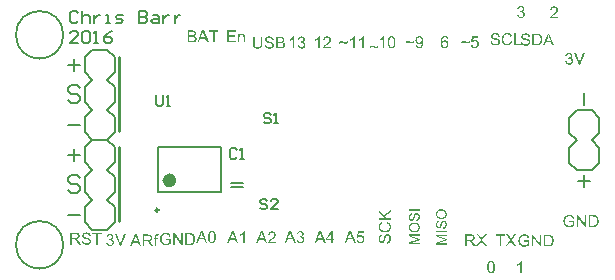
<source format=gto>
G04 Layer_Color=65535*
%FSLAX44Y44*%
%MOMM*%
G71*
G01*
G75*
%ADD14C,0.2500*%
%ADD26C,0.2000*%
%ADD27C,0.2032*%
%ADD28C,0.6000*%
%ADD29C,0.1270*%
%ADD30C,0.2540*%
%ADD31C,0.1500*%
G36*
X323284Y202152D02*
X323362D01*
X323559Y202125D01*
X323782Y202086D01*
X324017Y202020D01*
X324267Y201942D01*
X324502Y201837D01*
X324516D01*
X324529Y201824D01*
X324607Y201772D01*
X324712Y201706D01*
X324856Y201601D01*
X325014Y201457D01*
X325184Y201300D01*
X325354Y201116D01*
X325512Y200893D01*
Y200880D01*
X325525Y200867D01*
X325551Y200828D01*
X325577Y200788D01*
X325643Y200657D01*
X325734Y200474D01*
X325839Y200251D01*
X325944Y200002D01*
X326036Y199701D01*
X326128Y199386D01*
Y199373D01*
X326141Y199347D01*
X326154Y199294D01*
X326167Y199229D01*
X326180Y199137D01*
X326206Y199032D01*
X326219Y198901D01*
X326246Y198757D01*
X326272Y198600D01*
X326285Y198416D01*
X326311Y198233D01*
X326324Y198010D01*
X326337Y197787D01*
X326351Y197551D01*
X326364Y197289D01*
Y197014D01*
Y196988D01*
Y196935D01*
Y196843D01*
Y196712D01*
X326351Y196568D01*
Y196398D01*
X326337Y196201D01*
X326324Y195991D01*
X326272Y195533D01*
X326206Y195048D01*
X326115Y194576D01*
X326062Y194353D01*
X325997Y194144D01*
Y194130D01*
X325984Y194091D01*
X325957Y194039D01*
X325931Y193960D01*
X325892Y193868D01*
X325839Y193763D01*
X325721Y193528D01*
X325564Y193252D01*
X325381Y192977D01*
X325158Y192702D01*
X324896Y192466D01*
X324883D01*
X324869Y192440D01*
X324817Y192414D01*
X324765Y192374D01*
X324699Y192335D01*
X324607Y192282D01*
X324516Y192230D01*
X324398Y192178D01*
X324136Y192060D01*
X323821Y191968D01*
X323467Y191902D01*
X323270Y191889D01*
X323074Y191876D01*
X323008D01*
X322930Y191889D01*
X322838D01*
X322707Y191902D01*
X322576Y191929D01*
X322419Y191968D01*
X322248Y192007D01*
X322065Y192060D01*
X321881Y192125D01*
X321685Y192217D01*
X321488Y192309D01*
X321305Y192427D01*
X321121Y192571D01*
X320951Y192728D01*
X320780Y192911D01*
X320767Y192925D01*
X320741Y192977D01*
X320689Y193043D01*
X320623Y193147D01*
X320557Y193292D01*
X320466Y193462D01*
X320387Y193659D01*
X320295Y193895D01*
X320204Y194170D01*
X320112Y194471D01*
X320020Y194799D01*
X319955Y195179D01*
X319889Y195585D01*
X319837Y196018D01*
X319810Y196503D01*
X319797Y197014D01*
Y197040D01*
Y197092D01*
Y197184D01*
Y197315D01*
X319810Y197459D01*
X319823Y197630D01*
Y197826D01*
X319850Y198036D01*
X319889Y198495D01*
X319955Y198980D01*
X320046Y199452D01*
X320099Y199674D01*
X320164Y199884D01*
Y199897D01*
X320177Y199937D01*
X320204Y199989D01*
X320230Y200068D01*
X320269Y200159D01*
X320322Y200264D01*
X320439Y200513D01*
X320597Y200775D01*
X320780Y201064D01*
X321003Y201339D01*
X321252Y201575D01*
X321265Y201588D01*
X321291Y201601D01*
X321331Y201627D01*
X321383Y201667D01*
X321449Y201706D01*
X321540Y201758D01*
X321632Y201811D01*
X321750Y201876D01*
X322012Y201981D01*
X322327Y202073D01*
X322681Y202138D01*
X322877Y202165D01*
X323205D01*
X323284Y202152D01*
D02*
G37*
G36*
X285844Y196418D02*
X285831Y196404D01*
X285765Y196352D01*
X285674Y196273D01*
X285569Y196182D01*
X285425Y196090D01*
X285280Y195985D01*
X285110Y195893D01*
X284940Y195815D01*
X284914Y195802D01*
X284861Y195788D01*
X284769Y195762D01*
X284651Y195723D01*
X284494Y195683D01*
X284324Y195657D01*
X284140Y195644D01*
X283930Y195631D01*
X283786D01*
X283682Y195644D01*
X283564Y195657D01*
X283433Y195670D01*
X283144Y195723D01*
X283131D01*
X283079Y195749D01*
X282987Y195775D01*
X282856Y195815D01*
X282698Y195880D01*
X282489Y195959D01*
X282253Y196050D01*
X281965Y196182D01*
X281952D01*
X281925Y196195D01*
X281886Y196221D01*
X281833Y196234D01*
X281676Y196299D01*
X281493Y196365D01*
X281270Y196431D01*
X281047Y196496D01*
X280824Y196535D01*
X280602Y196549D01*
X280523D01*
X280444Y196535D01*
X280339Y196522D01*
X280208Y196496D01*
X280077Y196470D01*
X279920Y196418D01*
X279776Y196352D01*
X279763Y196339D01*
X279710Y196313D01*
X279632Y196260D01*
X279514Y196195D01*
X279370Y196090D01*
X279212Y195972D01*
X279029Y195802D01*
X278819Y195618D01*
Y197034D01*
X278832Y197047D01*
X278858Y197073D01*
X278898Y197112D01*
X278950Y197165D01*
X279029Y197217D01*
X279107Y197296D01*
X279212Y197361D01*
X279330Y197440D01*
X279461Y197518D01*
X279605Y197584D01*
X279920Y197715D01*
X280103Y197767D01*
X280300Y197807D01*
X280510Y197833D01*
X280720Y197846D01*
X280877D01*
X280982Y197833D01*
X281113Y197820D01*
X281257Y197794D01*
X281584Y197715D01*
X281611D01*
X281676Y197689D01*
X281768Y197663D01*
X281925Y197610D01*
X282109Y197545D01*
X282332Y197466D01*
X282581Y197361D01*
X282882Y197243D01*
X282908Y197230D01*
X282961Y197217D01*
X283039Y197178D01*
X283144Y197138D01*
X283380Y197047D01*
X283498Y197007D01*
X283590Y196981D01*
X283603D01*
X283629Y196968D01*
X283682D01*
X283734Y196955D01*
X283891Y196942D01*
X284062Y196929D01*
X284140D01*
X284232Y196942D01*
X284350Y196968D01*
X284481Y196994D01*
X284638Y197034D01*
X284809Y197099D01*
X284979Y197191D01*
X285005Y197204D01*
X285058Y197243D01*
X285149Y197296D01*
X285267Y197374D01*
X285399Y197479D01*
X285543Y197597D01*
X285700Y197728D01*
X285844Y197872D01*
Y196418D01*
D02*
G37*
G36*
X316625Y192047D02*
X315394D01*
Y199923D01*
X315367Y199910D01*
X315315Y199858D01*
X315210Y199766D01*
X315079Y199661D01*
X314909Y199530D01*
X314699Y199386D01*
X314476Y199229D01*
X314214Y199072D01*
X314201D01*
X314188Y199058D01*
X314148Y199032D01*
X314096Y199006D01*
X313952Y198927D01*
X313781Y198836D01*
X313585Y198731D01*
X313362Y198626D01*
X313139Y198521D01*
X312916Y198429D01*
Y199635D01*
X312929D01*
X312969Y199661D01*
X313021Y199688D01*
X313087Y199727D01*
X313179Y199766D01*
X313283Y199832D01*
X313532Y199963D01*
X313808Y200133D01*
X314122Y200343D01*
X314424Y200566D01*
X314725Y200815D01*
X314738Y200828D01*
X314764Y200841D01*
X314804Y200880D01*
X314856Y200933D01*
X314987Y201064D01*
X315158Y201247D01*
X315328Y201444D01*
X315511Y201680D01*
X315682Y201916D01*
X315826Y202165D01*
X316625D01*
Y192047D01*
D02*
G37*
G36*
X342113Y196673D02*
X342100Y196660D01*
X342035Y196607D01*
X341943Y196529D01*
X341838Y196437D01*
X341694Y196345D01*
X341550Y196241D01*
X341379Y196149D01*
X341209Y196070D01*
X341183Y196057D01*
X341130Y196044D01*
X341039Y196018D01*
X340921Y195978D01*
X340763Y195939D01*
X340593Y195913D01*
X340410Y195900D01*
X340200Y195887D01*
X340056D01*
X339951Y195900D01*
X339833Y195913D01*
X339702Y195926D01*
X339413Y195978D01*
X339400D01*
X339348Y196005D01*
X339256Y196031D01*
X339125Y196070D01*
X338968Y196136D01*
X338758Y196214D01*
X338522Y196306D01*
X338234Y196437D01*
X338221D01*
X338195Y196450D01*
X338155Y196476D01*
X338103Y196490D01*
X337946Y196555D01*
X337762Y196621D01*
X337539Y196686D01*
X337316Y196752D01*
X337094Y196791D01*
X336871Y196804D01*
X336792D01*
X336713Y196791D01*
X336609Y196778D01*
X336478Y196752D01*
X336347Y196726D01*
X336189Y196673D01*
X336045Y196607D01*
X336032Y196594D01*
X335980Y196568D01*
X335901Y196516D01*
X335783Y196450D01*
X335639Y196345D01*
X335481Y196227D01*
X335298Y196057D01*
X335088Y195874D01*
Y197289D01*
X335101Y197302D01*
X335128Y197328D01*
X335167Y197368D01*
X335219Y197420D01*
X335298Y197473D01*
X335377Y197551D01*
X335481Y197617D01*
X335600Y197695D01*
X335731Y197774D01*
X335875Y197840D01*
X336189Y197971D01*
X336373Y198023D01*
X336569Y198062D01*
X336779Y198089D01*
X336989Y198102D01*
X337146D01*
X337251Y198089D01*
X337382Y198075D01*
X337526Y198049D01*
X337854Y197971D01*
X337880D01*
X337946Y197944D01*
X338037Y197918D01*
X338195Y197866D01*
X338378Y197800D01*
X338601Y197722D01*
X338850Y197617D01*
X339151Y197499D01*
X339178Y197486D01*
X339230Y197473D01*
X339309Y197433D01*
X339413Y197394D01*
X339649Y197302D01*
X339767Y197263D01*
X339859Y197237D01*
X339872D01*
X339898Y197223D01*
X339951D01*
X340003Y197210D01*
X340160Y197197D01*
X340331Y197184D01*
X340410D01*
X340501Y197197D01*
X340619Y197223D01*
X340750Y197250D01*
X340908Y197289D01*
X341078Y197355D01*
X341248Y197446D01*
X341275Y197459D01*
X341327Y197499D01*
X341419Y197551D01*
X341537Y197630D01*
X341668Y197735D01*
X341812Y197853D01*
X341969Y197984D01*
X342113Y198128D01*
Y196673D01*
D02*
G37*
G36*
X346622Y202152D02*
X346701D01*
X346805Y202138D01*
X347041Y202099D01*
X347317Y202034D01*
X347618Y201942D01*
X347933Y201811D01*
X348247Y201627D01*
X348260D01*
X348287Y201601D01*
X348326Y201575D01*
X348378Y201535D01*
X348522Y201404D01*
X348706Y201247D01*
X348903Y201024D01*
X349112Y200775D01*
X349309Y200474D01*
X349479Y200120D01*
Y200107D01*
X349492Y200081D01*
X349519Y200015D01*
X349545Y199937D01*
X349584Y199832D01*
X349610Y199714D01*
X349650Y199570D01*
X349702Y199399D01*
X349741Y199203D01*
X349781Y198993D01*
X349807Y198770D01*
X349846Y198508D01*
X349872Y198233D01*
X349899Y197944D01*
X349912Y197630D01*
Y197289D01*
Y197263D01*
Y197210D01*
Y197106D01*
Y196975D01*
X349899Y196804D01*
X349885Y196621D01*
X349872Y196411D01*
X349859Y196175D01*
X349833Y195939D01*
X349807Y195690D01*
X349741Y195166D01*
X349636Y194668D01*
X349571Y194432D01*
X349492Y194209D01*
Y194196D01*
X349479Y194157D01*
X349453Y194104D01*
X349414Y194026D01*
X349374Y193921D01*
X349322Y193816D01*
X349178Y193567D01*
X349007Y193279D01*
X348784Y192990D01*
X348535Y192715D01*
X348234Y192466D01*
X348221D01*
X348195Y192440D01*
X348155Y192414D01*
X348090Y192374D01*
X348011Y192335D01*
X347920Y192282D01*
X347802Y192230D01*
X347684Y192178D01*
X347395Y192060D01*
X347068Y191968D01*
X346701Y191902D01*
X346504Y191889D01*
X346294Y191876D01*
X346176D01*
X346098Y191889D01*
X345993Y191902D01*
X345888Y191915D01*
X345757Y191929D01*
X345613Y191955D01*
X345311Y192033D01*
X344984Y192151D01*
X344826Y192230D01*
X344669Y192322D01*
X344512Y192414D01*
X344368Y192531D01*
X344355Y192544D01*
X344342Y192558D01*
X344302Y192597D01*
X344250Y192649D01*
X344184Y192715D01*
X344119Y192807D01*
X344053Y192898D01*
X343974Y193003D01*
X343896Y193134D01*
X343817Y193265D01*
X343752Y193423D01*
X343673Y193593D01*
X343607Y193763D01*
X343555Y193960D01*
X343516Y194157D01*
X343476Y194379D01*
X344669Y194471D01*
Y194458D01*
X344682Y194432D01*
Y194393D01*
X344695Y194340D01*
X344735Y194183D01*
X344800Y194013D01*
X344866Y193803D01*
X344971Y193606D01*
X345089Y193423D01*
X345233Y193265D01*
X345259Y193252D01*
X345311Y193213D01*
X345403Y193147D01*
X345534Y193082D01*
X345691Y193016D01*
X345875Y192951D01*
X346098Y192911D01*
X346334Y192898D01*
X346425D01*
X346530Y192911D01*
X346674Y192925D01*
X346819Y192964D01*
X346989Y193003D01*
X347159Y193069D01*
X347330Y193147D01*
X347343Y193160D01*
X347408Y193200D01*
X347487Y193252D01*
X347579Y193331D01*
X347697Y193436D01*
X347815Y193554D01*
X347933Y193685D01*
X348037Y193842D01*
X348051Y193868D01*
X348090Y193921D01*
X348129Y194026D01*
X348195Y194157D01*
X348273Y194327D01*
X348352Y194524D01*
X348431Y194760D01*
X348496Y195022D01*
Y195035D01*
X348509Y195061D01*
Y195100D01*
X348522Y195153D01*
X348535Y195218D01*
X348549Y195297D01*
X348588Y195494D01*
X348627Y195716D01*
X348653Y195978D01*
X348667Y196254D01*
X348680Y196542D01*
Y196555D01*
Y196607D01*
Y196686D01*
Y196791D01*
X348667Y196765D01*
X348614Y196699D01*
X348522Y196581D01*
X348404Y196450D01*
X348260Y196293D01*
X348090Y196136D01*
X347880Y195978D01*
X347657Y195834D01*
X347644D01*
X347631Y195821D01*
X347592Y195795D01*
X347539Y195782D01*
X347421Y195716D01*
X347238Y195651D01*
X347041Y195585D01*
X346805Y195520D01*
X346543Y195480D01*
X346268Y195467D01*
X346150D01*
X346058Y195480D01*
X345953Y195494D01*
X345822Y195520D01*
X345691Y195546D01*
X345534Y195585D01*
X345377Y195625D01*
X345206Y195690D01*
X345036Y195756D01*
X344853Y195847D01*
X344669Y195952D01*
X344499Y196070D01*
X344328Y196214D01*
X344158Y196372D01*
X344145Y196385D01*
X344119Y196411D01*
X344079Y196463D01*
X344027Y196542D01*
X343961Y196621D01*
X343883Y196739D01*
X343804Y196870D01*
X343725Y197014D01*
X343647Y197171D01*
X343568Y197355D01*
X343489Y197551D01*
X343424Y197761D01*
X343372Y197984D01*
X343332Y198233D01*
X343306Y198482D01*
X343293Y198757D01*
Y198770D01*
Y198822D01*
Y198901D01*
X343306Y199006D01*
X343319Y199137D01*
X343345Y199294D01*
X343372Y199465D01*
X343411Y199635D01*
X343516Y200028D01*
X343581Y200238D01*
X343673Y200448D01*
X343778Y200644D01*
X343896Y200854D01*
X344027Y201038D01*
X344184Y201221D01*
X344197Y201234D01*
X344224Y201260D01*
X344276Y201313D01*
X344342Y201365D01*
X344433Y201444D01*
X344538Y201522D01*
X344669Y201601D01*
X344813Y201693D01*
X344958Y201785D01*
X345141Y201863D01*
X345324Y201942D01*
X345521Y202020D01*
X345731Y202073D01*
X345967Y202125D01*
X346203Y202152D01*
X346452Y202165D01*
X346543D01*
X346622Y202152D01*
D02*
G37*
G36*
X299501Y191791D02*
X298269D01*
Y199668D01*
X298243Y199655D01*
X298190Y199602D01*
X298085Y199511D01*
X297954Y199406D01*
X297784Y199275D01*
X297574Y199130D01*
X297351Y198973D01*
X297089Y198816D01*
X297076D01*
X297063Y198803D01*
X297024Y198777D01*
X296971Y198750D01*
X296827Y198672D01*
X296657Y198580D01*
X296460Y198475D01*
X296238Y198370D01*
X296015Y198265D01*
X295792Y198174D01*
Y199380D01*
X295805D01*
X295844Y199406D01*
X295897Y199432D01*
X295962Y199471D01*
X296054Y199511D01*
X296159Y199576D01*
X296408Y199707D01*
X296683Y199878D01*
X296998Y200087D01*
X297299Y200310D01*
X297600Y200559D01*
X297614Y200572D01*
X297640Y200585D01*
X297679Y200625D01*
X297732Y200677D01*
X297863Y200808D01*
X298033Y200992D01*
X298203Y201188D01*
X298387Y201424D01*
X298557Y201660D01*
X298701Y201909D01*
X299501D01*
Y191791D01*
D02*
G37*
G36*
X246939Y201811D02*
X247031D01*
X247228Y201785D01*
X247464Y201732D01*
X247713Y201680D01*
X247975Y201588D01*
X248237Y201470D01*
X248250D01*
X248263Y201457D01*
X248302Y201431D01*
X248355Y201404D01*
X248473Y201326D01*
X248630Y201221D01*
X248801Y201077D01*
X248984Y200906D01*
X249154Y200723D01*
X249299Y200500D01*
Y200487D01*
X249312Y200474D01*
X249364Y200395D01*
X249417Y200264D01*
X249495Y200107D01*
X249561Y199910D01*
X249626Y199688D01*
X249666Y199452D01*
X249679Y199203D01*
Y199189D01*
Y199176D01*
Y199098D01*
X249666Y198967D01*
X249639Y198809D01*
X249587Y198626D01*
X249534Y198429D01*
X249443Y198220D01*
X249325Y198010D01*
X249312Y197984D01*
X249259Y197918D01*
X249181Y197826D01*
X249063Y197708D01*
X248918Y197564D01*
X248735Y197420D01*
X248525Y197289D01*
X248289Y197158D01*
X248302D01*
X248329Y197145D01*
X248381Y197132D01*
X248433Y197119D01*
X248512Y197092D01*
X248604Y197053D01*
X248801Y196975D01*
X249023Y196857D01*
X249246Y196699D01*
X249482Y196516D01*
X249679Y196293D01*
Y196280D01*
X249705Y196267D01*
X249731Y196227D01*
X249757Y196175D01*
X249797Y196110D01*
X249836Y196044D01*
X249928Y195847D01*
X250019Y195611D01*
X250098Y195336D01*
X250151Y195035D01*
X250177Y194681D01*
Y194668D01*
Y194629D01*
Y194550D01*
X250164Y194458D01*
X250151Y194340D01*
X250124Y194209D01*
X250098Y194065D01*
X250059Y193908D01*
X250006Y193737D01*
X249941Y193554D01*
X249862Y193370D01*
X249770Y193174D01*
X249652Y192990D01*
X249521Y192794D01*
X249377Y192610D01*
X249207Y192440D01*
X249194Y192427D01*
X249167Y192400D01*
X249115Y192361D01*
X249036Y192295D01*
X248945Y192230D01*
X248827Y192151D01*
X248696Y192073D01*
X248552Y191994D01*
X248381Y191902D01*
X248198Y191824D01*
X248001Y191745D01*
X247778Y191679D01*
X247555Y191614D01*
X247306Y191575D01*
X247057Y191549D01*
X246782Y191535D01*
X246651D01*
X246559Y191549D01*
X246455Y191562D01*
X246323Y191575D01*
X246166Y191601D01*
X246009Y191640D01*
X245668Y191732D01*
X245485Y191798D01*
X245301Y191863D01*
X245105Y191955D01*
X244921Y192060D01*
X244751Y192178D01*
X244580Y192322D01*
X244567Y192335D01*
X244541Y192361D01*
X244502Y192400D01*
X244436Y192466D01*
X244371Y192544D01*
X244292Y192636D01*
X244213Y192754D01*
X244121Y192872D01*
X244043Y193016D01*
X243951Y193174D01*
X243873Y193344D01*
X243794Y193528D01*
X243715Y193724D01*
X243663Y193921D01*
X243610Y194144D01*
X243584Y194379D01*
X244816Y194550D01*
Y194537D01*
X244829Y194497D01*
X244842Y194445D01*
X244855Y194379D01*
X244882Y194288D01*
X244908Y194196D01*
X244987Y193960D01*
X245078Y193711D01*
X245209Y193462D01*
X245354Y193213D01*
X245432Y193108D01*
X245524Y193016D01*
X245550Y193003D01*
X245616Y192951D01*
X245721Y192872D01*
X245878Y192794D01*
X246061Y192702D01*
X246271Y192636D01*
X246520Y192584D01*
X246782Y192558D01*
X246874D01*
X246926Y192571D01*
X247005D01*
X247097Y192584D01*
X247293Y192636D01*
X247529Y192702D01*
X247778Y192807D01*
X248027Y192964D01*
X248145Y193056D01*
X248263Y193160D01*
X248276Y193174D01*
X248289Y193187D01*
X248316Y193226D01*
X248355Y193265D01*
X248460Y193396D01*
X248565Y193580D01*
X248669Y193790D01*
X248774Y194052D01*
X248840Y194340D01*
X248866Y194497D01*
Y194655D01*
Y194668D01*
Y194694D01*
Y194733D01*
X248853Y194799D01*
Y194864D01*
X248840Y194956D01*
X248801Y195153D01*
X248735Y195375D01*
X248630Y195611D01*
X248486Y195834D01*
X248407Y195952D01*
X248302Y196057D01*
X248276Y196083D01*
X248198Y196149D01*
X248080Y196227D01*
X247922Y196332D01*
X247713Y196437D01*
X247477Y196516D01*
X247201Y196581D01*
X246887Y196607D01*
X246743D01*
X246651Y196594D01*
X246520Y196581D01*
X246363Y196555D01*
X246192Y196516D01*
X246009Y196476D01*
X246153Y197564D01*
X246179D01*
X246219Y197551D01*
X246284Y197538D01*
X246428D01*
X246481Y197551D01*
X246638Y197564D01*
X246821Y197591D01*
X247044Y197643D01*
X247280Y197708D01*
X247529Y197813D01*
X247765Y197944D01*
X247778D01*
X247791Y197971D01*
X247870Y198023D01*
X247975Y198128D01*
X248093Y198259D01*
X248211Y198442D01*
X248302Y198665D01*
X248381Y198927D01*
X248394Y199072D01*
X248407Y199229D01*
Y199242D01*
Y199255D01*
X248394Y199347D01*
X248381Y199465D01*
X248355Y199622D01*
X248289Y199792D01*
X248211Y199976D01*
X248093Y200173D01*
X247936Y200343D01*
X247909Y200369D01*
X247857Y200422D01*
X247752Y200487D01*
X247621Y200579D01*
X247451Y200657D01*
X247241Y200736D01*
X247018Y200788D01*
X246756Y200802D01*
X246690D01*
X246638Y200788D01*
X246494Y200775D01*
X246323Y200749D01*
X246140Y200684D01*
X245930Y200605D01*
X245734Y200500D01*
X245537Y200343D01*
X245511Y200317D01*
X245458Y200264D01*
X245380Y200159D01*
X245288Y200002D01*
X245183Y199819D01*
X245078Y199583D01*
X245000Y199307D01*
X244934Y198993D01*
X243702Y199216D01*
Y199229D01*
X243715Y199268D01*
X243728Y199334D01*
X243755Y199425D01*
X243781Y199517D01*
X243820Y199648D01*
X243859Y199779D01*
X243912Y199923D01*
X244056Y200225D01*
X244226Y200539D01*
X244449Y200854D01*
X244580Y200998D01*
X244724Y201129D01*
X244737Y201142D01*
X244764Y201155D01*
X244803Y201195D01*
X244869Y201234D01*
X244947Y201287D01*
X245039Y201352D01*
X245157Y201418D01*
X245275Y201483D01*
X245419Y201535D01*
X245563Y201601D01*
X245904Y201719D01*
X246297Y201798D01*
X246507Y201811D01*
X246730Y201824D01*
X246874D01*
X246939Y201811D01*
D02*
G37*
G36*
X240412Y191706D02*
X239180D01*
Y199583D01*
X239154Y199570D01*
X239102Y199517D01*
X238997Y199425D01*
X238866Y199321D01*
X238696Y199189D01*
X238486Y199045D01*
X238263Y198888D01*
X238001Y198731D01*
X237988D01*
X237975Y198718D01*
X237935Y198691D01*
X237883Y198665D01*
X237739Y198587D01*
X237568Y198495D01*
X237372Y198390D01*
X237149Y198285D01*
X236926Y198180D01*
X236703Y198089D01*
Y199294D01*
X236716D01*
X236756Y199321D01*
X236808Y199347D01*
X236874Y199386D01*
X236965Y199425D01*
X237070Y199491D01*
X237319Y199622D01*
X237595Y199792D01*
X237909Y200002D01*
X238211Y200225D01*
X238512Y200474D01*
X238525Y200487D01*
X238551Y200500D01*
X238591Y200539D01*
X238643Y200592D01*
X238774Y200723D01*
X238944Y200906D01*
X239115Y201103D01*
X239298Y201339D01*
X239469Y201575D01*
X239613Y201824D01*
X240412D01*
Y191706D01*
D02*
G37*
G36*
X396456Y200900D02*
X392432D01*
X391895Y198174D01*
X391908Y198187D01*
X391934Y198200D01*
X391987Y198239D01*
X392052Y198279D01*
X392131Y198318D01*
X392236Y198383D01*
X392341Y198436D01*
X392472Y198501D01*
X392760Y198619D01*
X393075Y198711D01*
X393428Y198790D01*
X393612Y198803D01*
X393796Y198816D01*
X393927D01*
X394018Y198803D01*
X394123Y198790D01*
X394254Y198764D01*
X394398Y198737D01*
X394569Y198698D01*
X394739Y198659D01*
X394910Y198593D01*
X395093Y198514D01*
X395290Y198436D01*
X395473Y198318D01*
X395657Y198200D01*
X395840Y198056D01*
X396010Y197899D01*
X396023Y197885D01*
X396050Y197859D01*
X396089Y197807D01*
X396155Y197728D01*
X396220Y197636D01*
X396299Y197532D01*
X396390Y197400D01*
X396469Y197256D01*
X396561Y197099D01*
X396640Y196915D01*
X396718Y196732D01*
X396784Y196522D01*
X396849Y196286D01*
X396889Y196050D01*
X396915Y195802D01*
X396928Y195539D01*
Y195526D01*
Y195474D01*
Y195408D01*
X396915Y195317D01*
X396902Y195199D01*
X396889Y195054D01*
X396862Y194897D01*
X396823Y194740D01*
X396731Y194360D01*
X396666Y194163D01*
X396587Y193967D01*
X396495Y193770D01*
X396390Y193573D01*
X396273Y193377D01*
X396128Y193180D01*
X396115Y193167D01*
X396089Y193128D01*
X396023Y193062D01*
X395945Y192997D01*
X395853Y192892D01*
X395735Y192800D01*
X395591Y192682D01*
X395434Y192577D01*
X395250Y192459D01*
X395054Y192341D01*
X394844Y192250D01*
X394608Y192158D01*
X394346Y192079D01*
X394071Y192014D01*
X393782Y191974D01*
X393481Y191961D01*
X393350D01*
X393258Y191974D01*
X393140Y191987D01*
X392996Y192001D01*
X392852Y192027D01*
X392681Y192053D01*
X392327Y192145D01*
X392144Y192210D01*
X391961Y192289D01*
X391764Y192368D01*
X391581Y192472D01*
X391410Y192590D01*
X391240Y192722D01*
X391227Y192735D01*
X391200Y192761D01*
X391161Y192800D01*
X391109Y192866D01*
X391030Y192944D01*
X390965Y193036D01*
X390873Y193141D01*
X390794Y193272D01*
X390702Y193403D01*
X390624Y193560D01*
X390532Y193731D01*
X390466Y193914D01*
X390388Y194111D01*
X390335Y194307D01*
X390283Y194530D01*
X390257Y194766D01*
X391554Y194858D01*
Y194845D01*
X391567Y194818D01*
Y194766D01*
X391581Y194701D01*
X391607Y194622D01*
X391633Y194530D01*
X391685Y194334D01*
X391777Y194098D01*
X391895Y193862D01*
X392039Y193639D01*
X392210Y193442D01*
X392236Y193429D01*
X392301Y193377D01*
X392419Y193298D01*
X392564Y193220D01*
X392747Y193128D01*
X392970Y193062D01*
X393206Y193010D01*
X393481Y192984D01*
X393573D01*
X393638Y192997D01*
X393704Y193010D01*
X393796Y193023D01*
X394005Y193062D01*
X394254Y193141D01*
X394503Y193272D01*
X394634Y193337D01*
X394765Y193429D01*
X394883Y193534D01*
X395001Y193652D01*
X395014Y193665D01*
X395028Y193678D01*
X395054Y193718D01*
X395093Y193770D01*
X395145Y193836D01*
X395198Y193927D01*
X395250Y194019D01*
X395316Y194124D01*
X395421Y194386D01*
X395526Y194687D01*
X395591Y195041D01*
X395617Y195225D01*
Y195434D01*
Y195448D01*
Y195487D01*
Y195539D01*
X395604Y195605D01*
Y195697D01*
X395591Y195802D01*
X395539Y196037D01*
X395473Y196313D01*
X395368Y196588D01*
X395224Y196863D01*
X395132Y196994D01*
X395028Y197112D01*
Y197125D01*
X395001Y197138D01*
X394962Y197165D01*
X394923Y197204D01*
X394791Y197309D01*
X394608Y197427D01*
X394385Y197532D01*
X394123Y197636D01*
X393809Y197702D01*
X393651Y197728D01*
X393363D01*
X393258Y197715D01*
X393101Y197689D01*
X392943Y197663D01*
X392760Y197610D01*
X392564Y197532D01*
X392380Y197440D01*
X392354Y197427D01*
X392301Y197387D01*
X392223Y197335D01*
X392118Y197243D01*
X392000Y197151D01*
X391869Y197020D01*
X391751Y196889D01*
X391646Y196732D01*
X390480Y196902D01*
X391449Y202080D01*
X396456D01*
Y200900D01*
D02*
G37*
G36*
X291676Y191791D02*
X290444D01*
Y199668D01*
X290418Y199655D01*
X290366Y199602D01*
X290261Y199511D01*
X290130Y199406D01*
X289960Y199275D01*
X289750Y199130D01*
X289527Y198973D01*
X289265Y198816D01*
X289252D01*
X289239Y198803D01*
X289199Y198777D01*
X289147Y198750D01*
X289003Y198672D01*
X288832Y198580D01*
X288636Y198475D01*
X288413Y198370D01*
X288190Y198265D01*
X287967Y198174D01*
Y199380D01*
X287980D01*
X288020Y199406D01*
X288072Y199432D01*
X288138Y199471D01*
X288229Y199511D01*
X288334Y199576D01*
X288583Y199707D01*
X288859Y199878D01*
X289173Y200087D01*
X289475Y200310D01*
X289776Y200559D01*
X289789Y200572D01*
X289815Y200585D01*
X289855Y200625D01*
X289907Y200677D01*
X290038Y200808D01*
X290208Y200992D01*
X290379Y201188D01*
X290562Y201424D01*
X290733Y201660D01*
X290877Y201909D01*
X291676D01*
Y191791D01*
D02*
G37*
G36*
X389077Y196758D02*
X389064Y196745D01*
X388998Y196693D01*
X388907Y196614D01*
X388802Y196522D01*
X388658Y196431D01*
X388514Y196326D01*
X388343Y196234D01*
X388173Y196155D01*
X388147Y196142D01*
X388094Y196129D01*
X388002Y196103D01*
X387884Y196064D01*
X387727Y196024D01*
X387557Y195998D01*
X387373Y195985D01*
X387164Y195972D01*
X387019D01*
X386915Y195985D01*
X386797Y195998D01*
X386666Y196011D01*
X386377Y196064D01*
X386364D01*
X386312Y196090D01*
X386220Y196116D01*
X386089Y196155D01*
X385932Y196221D01*
X385722Y196299D01*
X385486Y196391D01*
X385198Y196522D01*
X385185D01*
X385158Y196535D01*
X385119Y196562D01*
X385067Y196575D01*
X384909Y196640D01*
X384726Y196706D01*
X384503Y196771D01*
X384280Y196837D01*
X384057Y196876D01*
X383835Y196889D01*
X383756D01*
X383677Y196876D01*
X383573Y196863D01*
X383441Y196837D01*
X383310Y196811D01*
X383153Y196758D01*
X383009Y196693D01*
X382996Y196680D01*
X382943Y196653D01*
X382865Y196601D01*
X382747Y196535D01*
X382603Y196431D01*
X382445Y196313D01*
X382262Y196142D01*
X382052Y195959D01*
Y197374D01*
X382065Y197387D01*
X382091Y197414D01*
X382131Y197453D01*
X382183Y197505D01*
X382262Y197558D01*
X382341Y197636D01*
X382445Y197702D01*
X382563Y197781D01*
X382694Y197859D01*
X382839Y197925D01*
X383153Y198056D01*
X383336Y198108D01*
X383533Y198148D01*
X383743Y198174D01*
X383952Y198187D01*
X384110D01*
X384215Y198174D01*
X384346Y198161D01*
X384490Y198134D01*
X384818Y198056D01*
X384844D01*
X384909Y198030D01*
X385001Y198003D01*
X385158Y197951D01*
X385342Y197885D01*
X385565Y197807D01*
X385814Y197702D01*
X386115Y197584D01*
X386141Y197571D01*
X386194Y197558D01*
X386272Y197518D01*
X386377Y197479D01*
X386613Y197387D01*
X386731Y197348D01*
X386823Y197322D01*
X386836D01*
X386862Y197309D01*
X386915D01*
X386967Y197296D01*
X387124Y197283D01*
X387295Y197269D01*
X387373D01*
X387465Y197283D01*
X387583Y197309D01*
X387714Y197335D01*
X387871Y197374D01*
X388042Y197440D01*
X388212Y197532D01*
X388238Y197545D01*
X388291Y197584D01*
X388382Y197636D01*
X388501Y197715D01*
X388632Y197820D01*
X388776Y197938D01*
X388933Y198069D01*
X389077Y198213D01*
Y196758D01*
D02*
G37*
G36*
X369625Y32925D02*
X362231D01*
X369625Y30342D01*
Y29297D01*
X362105Y26748D01*
X369625D01*
Y25623D01*
X360796D01*
Y27368D01*
X367053Y29458D01*
X367065D01*
X367088Y29469D01*
X367134Y29481D01*
X367191Y29504D01*
X367272Y29527D01*
X367352Y29561D01*
X367547Y29618D01*
X367754Y29687D01*
X367972Y29756D01*
X368178Y29825D01*
X368362Y29883D01*
X368339Y29894D01*
X368270Y29917D01*
X368156Y29951D01*
X368006Y29997D01*
X367800Y30066D01*
X367559Y30147D01*
X367272Y30238D01*
X366939Y30353D01*
X360796Y32477D01*
Y34050D01*
X369625D01*
Y32925D01*
D02*
G37*
G36*
X346765Y54210D02*
X337936D01*
Y55381D01*
X346765D01*
Y54210D01*
D02*
G37*
G36*
X369625Y36128D02*
X360796D01*
Y37299D01*
X369625D01*
Y36128D01*
D02*
G37*
G36*
X365458Y55645D02*
X365572D01*
X365710Y55634D01*
X365859Y55611D01*
X366032Y55588D01*
X366215Y55554D01*
X366410Y55519D01*
X366812Y55427D01*
X367226Y55290D01*
X367432Y55198D01*
X367639Y55106D01*
X367650Y55094D01*
X367685Y55083D01*
X367742Y55048D01*
X367811Y55002D01*
X367903Y54945D01*
X368006Y54888D01*
X368110Y54807D01*
X368236Y54715D01*
X368362Y54612D01*
X368489Y54497D01*
X368753Y54233D01*
X369017Y53923D01*
X369131Y53751D01*
X369235Y53567D01*
Y53556D01*
X369258Y53521D01*
X369281Y53464D01*
X369315Y53395D01*
X369361Y53303D01*
X369407Y53200D01*
X369453Y53074D01*
X369499Y52936D01*
X369556Y52775D01*
X369602Y52614D01*
X369694Y52247D01*
X369751Y51857D01*
X369763Y51650D01*
X369774Y51432D01*
Y51420D01*
Y51375D01*
Y51306D01*
X369763Y51225D01*
X369751Y51111D01*
X369740Y50984D01*
X369728Y50846D01*
X369694Y50686D01*
X369625Y50341D01*
X369522Y49962D01*
X369453Y49767D01*
X369372Y49584D01*
X369281Y49388D01*
X369177Y49205D01*
X369166Y49193D01*
X369154Y49159D01*
X369120Y49113D01*
X369063Y49044D01*
X369005Y48964D01*
X368936Y48872D01*
X368844Y48768D01*
X368753Y48654D01*
X368638Y48539D01*
X368512Y48412D01*
X368374Y48286D01*
X368236Y48171D01*
X367903Y47930D01*
X367536Y47724D01*
X367524D01*
X367490Y47701D01*
X367432Y47678D01*
X367352Y47643D01*
X367260Y47609D01*
X367145Y47563D01*
X367007Y47517D01*
X366870Y47471D01*
X366709Y47425D01*
X366537Y47379D01*
X366169Y47299D01*
X365756Y47242D01*
X365549Y47230D01*
X365331Y47218D01*
X365239D01*
X365125Y47230D01*
X364964Y47242D01*
X364780Y47253D01*
X364574Y47276D01*
X364333Y47322D01*
X364080Y47368D01*
X363804Y47425D01*
X363529Y47505D01*
X363242Y47597D01*
X362955Y47712D01*
X362679Y47850D01*
X362404Y47999D01*
X362140Y48183D01*
X361898Y48390D01*
X361887Y48401D01*
X361841Y48447D01*
X361784Y48516D01*
X361703Y48608D01*
X361612Y48723D01*
X361497Y48860D01*
X361393Y49033D01*
X361267Y49216D01*
X361152Y49423D01*
X361037Y49652D01*
X360934Y49905D01*
X360842Y50181D01*
X360762Y50468D01*
X360704Y50778D01*
X360659Y51099D01*
X360647Y51443D01*
Y51455D01*
Y51501D01*
Y51558D01*
X360659Y51650D01*
X360670Y51753D01*
X360682Y51880D01*
X360693Y52017D01*
X360716Y52178D01*
X360785Y52511D01*
X360888Y52878D01*
X360957Y53074D01*
X361037Y53257D01*
X361129Y53453D01*
X361233Y53636D01*
X361244Y53648D01*
X361256Y53682D01*
X361290Y53728D01*
X361336Y53797D01*
X361405Y53877D01*
X361474Y53981D01*
X361554Y54084D01*
X361657Y54199D01*
X361761Y54314D01*
X361887Y54440D01*
X362025Y54566D01*
X362163Y54693D01*
X362323Y54807D01*
X362495Y54922D01*
X362863Y55140D01*
X362874Y55152D01*
X362909Y55163D01*
X362966Y55186D01*
X363047Y55221D01*
X363150Y55255D01*
X363265Y55301D01*
X363402Y55347D01*
X363552Y55404D01*
X363713Y55450D01*
X363896Y55496D01*
X364091Y55542D01*
X364298Y55577D01*
X364746Y55634D01*
X364987Y55657D01*
X365354D01*
X365458Y55645D01*
D02*
G37*
G36*
X367260Y45967D02*
X367329D01*
X367398Y45956D01*
X367570Y45933D01*
X367777Y45875D01*
X367995Y45806D01*
X368236Y45703D01*
X368466Y45565D01*
X368477D01*
X368489Y45542D01*
X368523Y45519D01*
X368569Y45496D01*
X368684Y45393D01*
X368821Y45267D01*
X368971Y45106D01*
X369131Y44911D01*
X369292Y44670D01*
X369430Y44406D01*
Y44394D01*
X369441Y44371D01*
X369464Y44325D01*
X369487Y44279D01*
X369510Y44199D01*
X369533Y44119D01*
X369568Y44027D01*
X369602Y43912D01*
X369660Y43671D01*
X369717Y43384D01*
X369763Y43062D01*
X369774Y42718D01*
Y42706D01*
Y42661D01*
Y42603D01*
X369763Y42523D01*
Y42420D01*
X369751Y42293D01*
X369740Y42167D01*
X369728Y42018D01*
X369694Y41708D01*
X369625Y41363D01*
X369545Y41030D01*
X369430Y40709D01*
Y40697D01*
X369418Y40674D01*
X369395Y40628D01*
X369361Y40571D01*
X369327Y40514D01*
X369281Y40433D01*
X369166Y40250D01*
X369017Y40043D01*
X368833Y39836D01*
X368615Y39630D01*
X368374Y39446D01*
X368362D01*
X368339Y39423D01*
X368305Y39400D01*
X368247Y39377D01*
X368178Y39343D01*
X368110Y39297D01*
X368018Y39262D01*
X367915Y39216D01*
X367673Y39125D01*
X367409Y39044D01*
X367099Y38987D01*
X366778Y38964D01*
X366686Y40066D01*
X366721D01*
X366755Y40077D01*
X366801D01*
X366916Y40100D01*
X367076Y40135D01*
X367249Y40181D01*
X367432Y40250D01*
X367616Y40330D01*
X367788Y40422D01*
X367811Y40433D01*
X367857Y40479D01*
X367937Y40548D01*
X368029Y40640D01*
X368144Y40766D01*
X368259Y40915D01*
X368374Y41099D01*
X368477Y41306D01*
Y41317D01*
X368489Y41329D01*
X368500Y41363D01*
X368512Y41409D01*
X368534Y41467D01*
X368557Y41536D01*
X368603Y41708D01*
X368649Y41903D01*
X368695Y42133D01*
X368718Y42385D01*
X368730Y42661D01*
Y42672D01*
Y42695D01*
Y42730D01*
Y42775D01*
X368718Y42902D01*
X368707Y43062D01*
X368684Y43235D01*
X368649Y43441D01*
X368603Y43636D01*
X368534Y43832D01*
Y43843D01*
X368523Y43855D01*
X368500Y43912D01*
X368454Y44004D01*
X368397Y44119D01*
X368316Y44245D01*
X368224Y44371D01*
X368121Y44497D01*
X367995Y44601D01*
X367983Y44612D01*
X367937Y44635D01*
X367857Y44681D01*
X367765Y44727D01*
X367650Y44773D01*
X367524Y44819D01*
X367386Y44842D01*
X367237Y44854D01*
X367168D01*
X367088Y44842D01*
X366996Y44819D01*
X366881Y44796D01*
X366755Y44750D01*
X366629Y44681D01*
X366514Y44601D01*
X366502Y44589D01*
X366456Y44555D01*
X366399Y44497D01*
X366330Y44417D01*
X366250Y44302D01*
X366169Y44165D01*
X366078Y44004D01*
X365997Y43809D01*
X365986Y43786D01*
X365974Y43740D01*
X365951Y43694D01*
X365940Y43636D01*
X365917Y43568D01*
X365894Y43476D01*
X365859Y43384D01*
X365836Y43269D01*
X365802Y43143D01*
X365756Y42994D01*
X365722Y42833D01*
X365676Y42649D01*
X365630Y42454D01*
X365572Y42236D01*
Y42224D01*
X365561Y42178D01*
X365538Y42121D01*
X365527Y42041D01*
X365492Y41937D01*
X365469Y41834D01*
X365389Y41570D01*
X365308Y41294D01*
X365205Y41007D01*
X365113Y40755D01*
X365056Y40640D01*
X365010Y40537D01*
Y40525D01*
X364998Y40514D01*
X364975Y40479D01*
X364952Y40433D01*
X364883Y40318D01*
X364780Y40181D01*
X364665Y40031D01*
X364528Y39871D01*
X364367Y39722D01*
X364195Y39595D01*
X364183D01*
X364172Y39584D01*
X364103Y39549D01*
X364011Y39503D01*
X363873Y39446D01*
X363713Y39389D01*
X363517Y39343D01*
X363311Y39308D01*
X363092Y39297D01*
X363024D01*
X362978Y39308D01*
X362851Y39320D01*
X362679Y39343D01*
X362484Y39389D01*
X362277Y39457D01*
X362059Y39549D01*
X361841Y39676D01*
X361830D01*
X361818Y39699D01*
X361749Y39745D01*
X361634Y39836D01*
X361508Y39951D01*
X361370Y40112D01*
X361221Y40296D01*
X361083Y40525D01*
X360957Y40778D01*
Y40789D01*
X360946Y40812D01*
X360923Y40847D01*
X360911Y40904D01*
X360888Y40973D01*
X360854Y41053D01*
X360831Y41145D01*
X360796Y41248D01*
X360751Y41490D01*
X360693Y41765D01*
X360659Y42075D01*
X360647Y42397D01*
Y42408D01*
Y42442D01*
Y42488D01*
Y42557D01*
X360659Y42649D01*
Y42741D01*
X360670Y42856D01*
X360682Y42982D01*
X360728Y43246D01*
X360785Y43533D01*
X360865Y43832D01*
X360969Y44119D01*
Y44130D01*
X360980Y44153D01*
X361003Y44188D01*
X361026Y44245D01*
X361106Y44383D01*
X361210Y44543D01*
X361336Y44739D01*
X361497Y44922D01*
X361692Y45118D01*
X361910Y45278D01*
X361922D01*
X361933Y45301D01*
X361967Y45313D01*
X362013Y45347D01*
X362071Y45370D01*
X362140Y45405D01*
X362312Y45485D01*
X362519Y45565D01*
X362748Y45634D01*
X363012Y45692D01*
X363288Y45715D01*
X363368Y44589D01*
X363334D01*
X363288Y44578D01*
X363230Y44566D01*
X363161Y44555D01*
X363081Y44532D01*
X362897Y44475D01*
X362702Y44394D01*
X362495Y44291D01*
X362289Y44153D01*
X362117Y43969D01*
X362094Y43946D01*
X362082Y43912D01*
X362048Y43878D01*
X362013Y43820D01*
X361979Y43751D01*
X361945Y43671D01*
X361898Y43591D01*
X361864Y43487D01*
X361830Y43372D01*
X361795Y43246D01*
X361761Y43108D01*
X361726Y42959D01*
X361715Y42798D01*
X361692Y42626D01*
Y42442D01*
Y42431D01*
Y42397D01*
Y42339D01*
Y42270D01*
X361703Y42178D01*
X361715Y42087D01*
X361738Y41857D01*
X361784Y41604D01*
X361853Y41352D01*
X361956Y41111D01*
X362013Y40996D01*
X362082Y40904D01*
X362105Y40881D01*
X362151Y40824D01*
X362231Y40755D01*
X362346Y40663D01*
X362484Y40571D01*
X362645Y40502D01*
X362828Y40445D01*
X363024Y40422D01*
X363104D01*
X363184Y40445D01*
X363299Y40468D01*
X363425Y40502D01*
X363552Y40560D01*
X363678Y40640D01*
X363804Y40755D01*
X363816Y40778D01*
X363839Y40801D01*
X363850Y40835D01*
X363885Y40881D01*
X363919Y40939D01*
X363954Y41019D01*
X363988Y41099D01*
X364034Y41214D01*
X364091Y41340D01*
X364137Y41478D01*
X364195Y41639D01*
X364252Y41823D01*
X364310Y42029D01*
X364367Y42259D01*
X364424Y42511D01*
Y42523D01*
X364436Y42569D01*
X364459Y42649D01*
X364482Y42741D01*
X364505Y42856D01*
X364539Y42994D01*
X364574Y43131D01*
X364619Y43292D01*
X364700Y43614D01*
X364792Y43935D01*
X364849Y44084D01*
X364895Y44233D01*
X364941Y44360D01*
X364987Y44463D01*
Y44475D01*
X364998Y44497D01*
X365021Y44532D01*
X365056Y44589D01*
X365125Y44727D01*
X365228Y44899D01*
X365366Y45083D01*
X365515Y45267D01*
X365699Y45451D01*
X365894Y45600D01*
X365905D01*
X365917Y45611D01*
X365951Y45634D01*
X365986Y45657D01*
X366101Y45715D01*
X366250Y45795D01*
X366433Y45864D01*
X366652Y45921D01*
X366881Y45967D01*
X367145Y45979D01*
X367214D01*
X367260Y45967D01*
D02*
G37*
G36*
X344400Y52408D02*
X344469D01*
X344538Y52396D01*
X344710Y52373D01*
X344917Y52316D01*
X345135Y52247D01*
X345376Y52144D01*
X345606Y52006D01*
X345617D01*
X345629Y51983D01*
X345663Y51960D01*
X345709Y51937D01*
X345824Y51834D01*
X345961Y51708D01*
X346111Y51547D01*
X346271Y51352D01*
X346432Y51111D01*
X346570Y50846D01*
Y50835D01*
X346581Y50812D01*
X346604Y50766D01*
X346627Y50720D01*
X346650Y50640D01*
X346673Y50559D01*
X346708Y50468D01*
X346742Y50353D01*
X346800Y50112D01*
X346857Y49825D01*
X346903Y49503D01*
X346914Y49159D01*
Y49147D01*
Y49101D01*
Y49044D01*
X346903Y48964D01*
Y48860D01*
X346891Y48734D01*
X346880Y48608D01*
X346868Y48458D01*
X346834Y48148D01*
X346765Y47804D01*
X346685Y47471D01*
X346570Y47150D01*
Y47138D01*
X346558Y47115D01*
X346535Y47069D01*
X346501Y47012D01*
X346467Y46954D01*
X346421Y46874D01*
X346306Y46690D01*
X346157Y46484D01*
X345973Y46277D01*
X345755Y46070D01*
X345514Y45887D01*
X345502D01*
X345479Y45864D01*
X345445Y45841D01*
X345387Y45818D01*
X345318Y45783D01*
X345250Y45738D01*
X345158Y45703D01*
X345055Y45657D01*
X344813Y45565D01*
X344549Y45485D01*
X344239Y45427D01*
X343918Y45405D01*
X343826Y46507D01*
X343861D01*
X343895Y46518D01*
X343941D01*
X344056Y46541D01*
X344216Y46576D01*
X344389Y46621D01*
X344572Y46690D01*
X344756Y46771D01*
X344928Y46863D01*
X344951Y46874D01*
X344997Y46920D01*
X345077Y46989D01*
X345169Y47081D01*
X345284Y47207D01*
X345399Y47356D01*
X345514Y47540D01*
X345617Y47747D01*
Y47758D01*
X345629Y47770D01*
X345640Y47804D01*
X345652Y47850D01*
X345674Y47907D01*
X345697Y47976D01*
X345743Y48148D01*
X345789Y48344D01*
X345835Y48573D01*
X345858Y48826D01*
X345870Y49101D01*
Y49113D01*
Y49136D01*
Y49170D01*
Y49216D01*
X345858Y49342D01*
X345847Y49503D01*
X345824Y49675D01*
X345789Y49882D01*
X345743Y50077D01*
X345674Y50272D01*
Y50284D01*
X345663Y50295D01*
X345640Y50353D01*
X345594Y50445D01*
X345537Y50559D01*
X345456Y50686D01*
X345364Y50812D01*
X345261Y50938D01*
X345135Y51042D01*
X345123Y51053D01*
X345077Y51076D01*
X344997Y51122D01*
X344905Y51168D01*
X344790Y51214D01*
X344664Y51260D01*
X344526Y51283D01*
X344377Y51294D01*
X344308D01*
X344228Y51283D01*
X344136Y51260D01*
X344021Y51237D01*
X343895Y51191D01*
X343769Y51122D01*
X343654Y51042D01*
X343642Y51030D01*
X343596Y50996D01*
X343539Y50938D01*
X343470Y50858D01*
X343390Y50743D01*
X343309Y50605D01*
X343218Y50445D01*
X343137Y50249D01*
X343126Y50226D01*
X343114Y50181D01*
X343091Y50135D01*
X343080Y50077D01*
X343057Y50008D01*
X343034Y49917D01*
X342999Y49825D01*
X342976Y49710D01*
X342942Y49584D01*
X342896Y49434D01*
X342862Y49274D01*
X342816Y49090D01*
X342770Y48895D01*
X342712Y48677D01*
Y48665D01*
X342701Y48619D01*
X342678Y48562D01*
X342667Y48481D01*
X342632Y48378D01*
X342609Y48275D01*
X342529Y48011D01*
X342448Y47735D01*
X342345Y47448D01*
X342253Y47196D01*
X342196Y47081D01*
X342150Y46977D01*
Y46966D01*
X342138Y46954D01*
X342115Y46920D01*
X342092Y46874D01*
X342024Y46759D01*
X341920Y46621D01*
X341805Y46472D01*
X341668Y46311D01*
X341507Y46162D01*
X341335Y46036D01*
X341323D01*
X341312Y46024D01*
X341243Y45990D01*
X341151Y45944D01*
X341013Y45887D01*
X340853Y45829D01*
X340657Y45783D01*
X340451Y45749D01*
X340233Y45738D01*
X340164D01*
X340118Y45749D01*
X339991Y45760D01*
X339819Y45783D01*
X339624Y45829D01*
X339417Y45898D01*
X339199Y45990D01*
X338981Y46116D01*
X338970D01*
X338958Y46139D01*
X338889Y46185D01*
X338774Y46277D01*
X338648Y46392D01*
X338510Y46553D01*
X338361Y46736D01*
X338223Y46966D01*
X338097Y47218D01*
Y47230D01*
X338086Y47253D01*
X338063Y47287D01*
X338051Y47345D01*
X338028Y47414D01*
X337994Y47494D01*
X337971Y47586D01*
X337936Y47689D01*
X337891Y47930D01*
X337833Y48206D01*
X337799Y48516D01*
X337787Y48837D01*
Y48849D01*
Y48883D01*
Y48929D01*
Y48998D01*
X337799Y49090D01*
Y49182D01*
X337810Y49296D01*
X337822Y49423D01*
X337868Y49687D01*
X337925Y49974D01*
X338005Y50272D01*
X338109Y50559D01*
Y50571D01*
X338120Y50594D01*
X338143Y50628D01*
X338166Y50686D01*
X338246Y50823D01*
X338350Y50984D01*
X338476Y51179D01*
X338637Y51363D01*
X338832Y51558D01*
X339050Y51719D01*
X339062D01*
X339073Y51742D01*
X339107Y51753D01*
X339153Y51788D01*
X339211Y51811D01*
X339280Y51845D01*
X339452Y51926D01*
X339659Y52006D01*
X339888Y52075D01*
X340152Y52132D01*
X340428Y52155D01*
X340508Y51030D01*
X340474D01*
X340428Y51019D01*
X340370Y51007D01*
X340301Y50996D01*
X340221Y50973D01*
X340037Y50915D01*
X339842Y50835D01*
X339636Y50732D01*
X339429Y50594D01*
X339257Y50410D01*
X339234Y50387D01*
X339222Y50353D01*
X339188Y50318D01*
X339153Y50261D01*
X339119Y50192D01*
X339085Y50112D01*
X339039Y50031D01*
X339004Y49928D01*
X338970Y49813D01*
X338935Y49687D01*
X338901Y49549D01*
X338866Y49400D01*
X338855Y49239D01*
X338832Y49067D01*
Y48883D01*
Y48872D01*
Y48837D01*
Y48780D01*
Y48711D01*
X338843Y48619D01*
X338855Y48527D01*
X338878Y48298D01*
X338924Y48045D01*
X338993Y47793D01*
X339096Y47551D01*
X339153Y47437D01*
X339222Y47345D01*
X339245Y47322D01*
X339291Y47264D01*
X339371Y47196D01*
X339486Y47104D01*
X339624Y47012D01*
X339785Y46943D01*
X339968Y46886D01*
X340164Y46863D01*
X340244D01*
X340324Y46886D01*
X340439Y46908D01*
X340565Y46943D01*
X340692Y47000D01*
X340818Y47081D01*
X340944Y47196D01*
X340956Y47218D01*
X340979Y47242D01*
X340990Y47276D01*
X341025Y47322D01*
X341059Y47379D01*
X341094Y47460D01*
X341128Y47540D01*
X341174Y47655D01*
X341231Y47781D01*
X341277Y47919D01*
X341335Y48080D01*
X341392Y48263D01*
X341450Y48470D01*
X341507Y48699D01*
X341564Y48952D01*
Y48964D01*
X341576Y49009D01*
X341599Y49090D01*
X341622Y49182D01*
X341645Y49296D01*
X341679Y49434D01*
X341714Y49572D01*
X341759Y49733D01*
X341840Y50054D01*
X341932Y50376D01*
X341989Y50525D01*
X342035Y50674D01*
X342081Y50800D01*
X342127Y50904D01*
Y50915D01*
X342138Y50938D01*
X342161Y50973D01*
X342196Y51030D01*
X342265Y51168D01*
X342368Y51340D01*
X342506Y51524D01*
X342655Y51708D01*
X342839Y51891D01*
X343034Y52040D01*
X343045D01*
X343057Y52052D01*
X343091Y52075D01*
X343126Y52098D01*
X343241Y52155D01*
X343390Y52236D01*
X343573Y52305D01*
X343792Y52362D01*
X344021Y52408D01*
X344285Y52419D01*
X344354D01*
X344400Y52408D01*
D02*
G37*
G36*
X319191Y44834D02*
X319282Y44808D01*
X319400Y44782D01*
X319531Y44729D01*
X319688Y44664D01*
X319859Y44598D01*
X320056Y44506D01*
X320252Y44415D01*
X320462Y44297D01*
X320658Y44179D01*
X320868Y44035D01*
X321078Y43890D01*
X321274Y43720D01*
X321458Y43537D01*
X321628Y43340D01*
X321641Y43327D01*
X321668Y43288D01*
X321707Y43235D01*
X321759Y43143D01*
X321825Y43039D01*
X321903Y42907D01*
X321969Y42763D01*
X322048Y42606D01*
X322139Y42409D01*
X322205Y42213D01*
X322284Y41990D01*
X322349Y41754D01*
X322402Y41505D01*
X322441Y41243D01*
X322467Y40968D01*
X322480Y40679D01*
Y40666D01*
Y40614D01*
Y40522D01*
X322467Y40404D01*
X322454Y40273D01*
X322441Y40103D01*
X322428Y39932D01*
X322402Y39736D01*
X322323Y39316D01*
X322205Y38871D01*
X322126Y38648D01*
X322035Y38425D01*
X321943Y38215D01*
X321825Y38019D01*
X321812Y38006D01*
X321799Y37979D01*
X321759Y37927D01*
X321694Y37848D01*
X321628Y37770D01*
X321550Y37665D01*
X321445Y37560D01*
X321327Y37442D01*
X321209Y37311D01*
X321065Y37193D01*
X320907Y37062D01*
X320724Y36931D01*
X320540Y36800D01*
X320344Y36682D01*
X320121Y36564D01*
X319898Y36459D01*
X319885D01*
X319846Y36433D01*
X319767Y36407D01*
X319675Y36380D01*
X319557Y36341D01*
X319426Y36289D01*
X319269Y36249D01*
X319086Y36197D01*
X318889Y36144D01*
X318679Y36105D01*
X318456Y36053D01*
X318234Y36013D01*
X317723Y35961D01*
X317198Y35935D01*
X317041D01*
X316936Y35948D01*
X316792D01*
X316635Y35961D01*
X316464Y35987D01*
X316268Y36013D01*
X316058Y36040D01*
X315835Y36079D01*
X315376Y36184D01*
X314918Y36328D01*
X314682Y36420D01*
X314459Y36525D01*
X314446Y36538D01*
X314407Y36551D01*
X314341Y36590D01*
X314263Y36642D01*
X314171Y36695D01*
X314053Y36774D01*
X313935Y36865D01*
X313791Y36970D01*
X313502Y37206D01*
X313214Y37508D01*
X312926Y37848D01*
X312794Y38045D01*
X312677Y38242D01*
X312663Y38255D01*
X312650Y38294D01*
X312624Y38359D01*
X312585Y38438D01*
X312532Y38543D01*
X312480Y38661D01*
X312428Y38805D01*
X312362Y38962D01*
X312310Y39146D01*
X312257Y39329D01*
X312152Y39749D01*
X312087Y40208D01*
X312061Y40443D01*
Y40692D01*
Y40705D01*
Y40758D01*
Y40837D01*
X312074Y40941D01*
X312087Y41073D01*
X312100Y41230D01*
X312126Y41400D01*
X312152Y41584D01*
X312244Y41977D01*
X312310Y42187D01*
X312388Y42409D01*
X312480Y42619D01*
X312572Y42829D01*
X312703Y43039D01*
X312834Y43235D01*
X312847Y43248D01*
X312873Y43274D01*
X312913Y43340D01*
X312978Y43405D01*
X313057Y43484D01*
X313148Y43589D01*
X313266Y43694D01*
X313397Y43812D01*
X313542Y43930D01*
X313699Y44048D01*
X313882Y44166D01*
X314066Y44284D01*
X314276Y44401D01*
X314498Y44506D01*
X314747Y44611D01*
X314996Y44690D01*
X315311Y43379D01*
X315298D01*
X315259Y43366D01*
X315206Y43340D01*
X315128Y43314D01*
X315036Y43274D01*
X314931Y43235D01*
X314695Y43117D01*
X314433Y42973D01*
X314171Y42803D01*
X313922Y42593D01*
X313817Y42475D01*
X313712Y42357D01*
Y42344D01*
X313686Y42331D01*
X313660Y42291D01*
X313633Y42239D01*
X313594Y42173D01*
X313555Y42095D01*
X313450Y41898D01*
X313358Y41649D01*
X313279Y41361D01*
X313227Y41033D01*
X313201Y40666D01*
Y40653D01*
Y40614D01*
Y40548D01*
X313214Y40470D01*
Y40378D01*
X313227Y40260D01*
X313253Y40129D01*
X313266Y39985D01*
X313332Y39683D01*
X313437Y39356D01*
X313581Y39028D01*
X313660Y38871D01*
X313764Y38713D01*
Y38700D01*
X313791Y38674D01*
X313817Y38635D01*
X313869Y38582D01*
X313987Y38451D01*
X314158Y38294D01*
X314367Y38110D01*
X314629Y37927D01*
X314918Y37757D01*
X315259Y37626D01*
X315272D01*
X315298Y37612D01*
X315350Y37599D01*
X315416Y37573D01*
X315508Y37547D01*
X315612Y37521D01*
X315730Y37494D01*
X315848Y37468D01*
X316150Y37416D01*
X316477Y37363D01*
X316831Y37324D01*
X317198Y37311D01*
X317408D01*
X317526Y37324D01*
X317657Y37337D01*
X317801D01*
X317959Y37363D01*
X318312Y37403D01*
X318679Y37468D01*
X319072Y37560D01*
X319440Y37678D01*
X319453D01*
X319479Y37691D01*
X319531Y37717D01*
X319597Y37757D01*
X319675Y37796D01*
X319767Y37835D01*
X319977Y37966D01*
X320213Y38137D01*
X320449Y38333D01*
X320672Y38569D01*
X320868Y38844D01*
Y38858D01*
X320894Y38884D01*
X320907Y38923D01*
X320947Y38989D01*
X320973Y39054D01*
X321012Y39146D01*
X321104Y39356D01*
X321196Y39618D01*
X321261Y39906D01*
X321314Y40221D01*
X321340Y40561D01*
Y40574D01*
Y40614D01*
Y40666D01*
X321327Y40745D01*
X321314Y40850D01*
X321301Y40955D01*
X321287Y41086D01*
X321261Y41217D01*
X321183Y41518D01*
X321065Y41833D01*
X320999Y42003D01*
X320907Y42160D01*
X320816Y42318D01*
X320698Y42462D01*
X320685Y42475D01*
X320672Y42501D01*
X320632Y42540D01*
X320580Y42593D01*
X320514Y42645D01*
X320423Y42724D01*
X320331Y42803D01*
X320213Y42881D01*
X320095Y42973D01*
X319951Y43065D01*
X319793Y43143D01*
X319623Y43235D01*
X319426Y43314D01*
X319230Y43392D01*
X319020Y43458D01*
X318784Y43523D01*
X319125Y44860D01*
X319138D01*
X319191Y44834D01*
D02*
G37*
G36*
X319610Y34493D02*
X319688D01*
X319767Y34480D01*
X319964Y34454D01*
X320200Y34388D01*
X320449Y34310D01*
X320724Y34192D01*
X320986Y34034D01*
X320999D01*
X321012Y34008D01*
X321052Y33982D01*
X321104Y33956D01*
X321235Y33838D01*
X321392Y33694D01*
X321563Y33510D01*
X321746Y33287D01*
X321930Y33012D01*
X322087Y32711D01*
Y32698D01*
X322100Y32671D01*
X322126Y32619D01*
X322152Y32566D01*
X322179Y32475D01*
X322205Y32383D01*
X322244Y32278D01*
X322284Y32147D01*
X322349Y31872D01*
X322415Y31544D01*
X322467Y31177D01*
X322480Y30784D01*
Y30771D01*
Y30719D01*
Y30653D01*
X322467Y30561D01*
Y30443D01*
X322454Y30299D01*
X322441Y30155D01*
X322428Y29985D01*
X322388Y29631D01*
X322310Y29237D01*
X322218Y28857D01*
X322087Y28490D01*
Y28477D01*
X322074Y28451D01*
X322048Y28399D01*
X322008Y28333D01*
X321969Y28268D01*
X321917Y28176D01*
X321786Y27966D01*
X321615Y27730D01*
X321405Y27494D01*
X321156Y27258D01*
X320881Y27049D01*
X320868D01*
X320842Y27023D01*
X320803Y26996D01*
X320737Y26970D01*
X320658Y26931D01*
X320580Y26878D01*
X320475Y26839D01*
X320357Y26786D01*
X320082Y26682D01*
X319780Y26590D01*
X319426Y26524D01*
X319059Y26498D01*
X318955Y27756D01*
X318994D01*
X319033Y27769D01*
X319086D01*
X319217Y27796D01*
X319400Y27835D01*
X319597Y27887D01*
X319806Y27966D01*
X320016Y28058D01*
X320213Y28163D01*
X320239Y28176D01*
X320291Y28228D01*
X320383Y28307D01*
X320488Y28412D01*
X320619Y28556D01*
X320750Y28726D01*
X320881Y28936D01*
X320999Y29172D01*
Y29185D01*
X321012Y29198D01*
X321025Y29237D01*
X321039Y29290D01*
X321065Y29355D01*
X321091Y29434D01*
X321143Y29631D01*
X321196Y29853D01*
X321248Y30116D01*
X321274Y30404D01*
X321287Y30719D01*
Y30732D01*
Y30758D01*
Y30797D01*
Y30849D01*
X321274Y30994D01*
X321261Y31177D01*
X321235Y31374D01*
X321196Y31610D01*
X321143Y31832D01*
X321065Y32055D01*
Y32068D01*
X321052Y32081D01*
X321025Y32147D01*
X320973Y32252D01*
X320907Y32383D01*
X320816Y32527D01*
X320711Y32671D01*
X320593Y32815D01*
X320449Y32933D01*
X320436Y32947D01*
X320383Y32973D01*
X320291Y33025D01*
X320187Y33078D01*
X320056Y33130D01*
X319911Y33182D01*
X319754Y33209D01*
X319584Y33222D01*
X319505D01*
X319413Y33209D01*
X319308Y33182D01*
X319177Y33156D01*
X319033Y33104D01*
X318889Y33025D01*
X318758Y32933D01*
X318745Y32920D01*
X318692Y32881D01*
X318627Y32815D01*
X318548Y32724D01*
X318456Y32593D01*
X318365Y32435D01*
X318260Y32252D01*
X318168Y32029D01*
X318155Y32003D01*
X318142Y31951D01*
X318116Y31898D01*
X318103Y31832D01*
X318076Y31754D01*
X318050Y31649D01*
X318011Y31544D01*
X317985Y31413D01*
X317945Y31269D01*
X317893Y31098D01*
X317854Y30915D01*
X317801Y30705D01*
X317749Y30482D01*
X317683Y30234D01*
Y30220D01*
X317670Y30168D01*
X317644Y30103D01*
X317631Y30011D01*
X317591Y29893D01*
X317565Y29775D01*
X317474Y29473D01*
X317382Y29159D01*
X317264Y28831D01*
X317159Y28543D01*
X317093Y28412D01*
X317041Y28294D01*
Y28281D01*
X317028Y28268D01*
X317002Y28228D01*
X316975Y28176D01*
X316897Y28045D01*
X316779Y27887D01*
X316648Y27717D01*
X316491Y27534D01*
X316307Y27363D01*
X316110Y27219D01*
X316097D01*
X316084Y27206D01*
X316006Y27167D01*
X315901Y27114D01*
X315744Y27049D01*
X315560Y26983D01*
X315337Y26931D01*
X315101Y26891D01*
X314852Y26878D01*
X314774D01*
X314721Y26891D01*
X314577Y26904D01*
X314380Y26931D01*
X314158Y26983D01*
X313922Y27062D01*
X313673Y27167D01*
X313424Y27311D01*
X313410D01*
X313397Y27337D01*
X313319Y27389D01*
X313188Y27494D01*
X313044Y27625D01*
X312886Y27809D01*
X312716Y28019D01*
X312559Y28281D01*
X312414Y28569D01*
Y28582D01*
X312401Y28608D01*
X312375Y28648D01*
X312362Y28713D01*
X312336Y28792D01*
X312297Y28884D01*
X312270Y28988D01*
X312231Y29106D01*
X312178Y29382D01*
X312113Y29696D01*
X312074Y30050D01*
X312061Y30417D01*
Y30430D01*
Y30469D01*
Y30522D01*
Y30601D01*
X312074Y30705D01*
Y30810D01*
X312087Y30941D01*
X312100Y31085D01*
X312152Y31387D01*
X312218Y31714D01*
X312310Y32055D01*
X312428Y32383D01*
Y32396D01*
X312441Y32422D01*
X312467Y32462D01*
X312493Y32527D01*
X312585Y32684D01*
X312703Y32868D01*
X312847Y33091D01*
X313030Y33300D01*
X313253Y33523D01*
X313502Y33707D01*
X313515D01*
X313528Y33733D01*
X313568Y33746D01*
X313620Y33785D01*
X313686Y33812D01*
X313764Y33851D01*
X313961Y33943D01*
X314197Y34034D01*
X314459Y34113D01*
X314760Y34179D01*
X315075Y34205D01*
X315167Y32920D01*
X315128D01*
X315075Y32907D01*
X315009Y32894D01*
X314931Y32881D01*
X314839Y32855D01*
X314629Y32789D01*
X314407Y32698D01*
X314171Y32580D01*
X313935Y32422D01*
X313738Y32213D01*
X313712Y32186D01*
X313699Y32147D01*
X313660Y32108D01*
X313620Y32042D01*
X313581Y31964D01*
X313542Y31872D01*
X313489Y31780D01*
X313450Y31662D01*
X313410Y31531D01*
X313371Y31387D01*
X313332Y31230D01*
X313293Y31059D01*
X313279Y30876D01*
X313253Y30679D01*
Y30469D01*
Y30456D01*
Y30417D01*
Y30352D01*
Y30273D01*
X313266Y30168D01*
X313279Y30063D01*
X313306Y29801D01*
X313358Y29513D01*
X313437Y29224D01*
X313555Y28949D01*
X313620Y28818D01*
X313699Y28713D01*
X313725Y28687D01*
X313778Y28621D01*
X313869Y28543D01*
X314000Y28438D01*
X314158Y28333D01*
X314341Y28254D01*
X314551Y28189D01*
X314774Y28163D01*
X314865D01*
X314957Y28189D01*
X315088Y28215D01*
X315232Y28254D01*
X315376Y28320D01*
X315521Y28412D01*
X315665Y28543D01*
X315678Y28569D01*
X315704Y28595D01*
X315717Y28635D01*
X315757Y28687D01*
X315796Y28753D01*
X315835Y28844D01*
X315875Y28936D01*
X315927Y29067D01*
X315993Y29211D01*
X316045Y29369D01*
X316110Y29552D01*
X316176Y29762D01*
X316241Y29998D01*
X316307Y30260D01*
X316373Y30548D01*
Y30561D01*
X316386Y30614D01*
X316412Y30705D01*
X316438Y30810D01*
X316464Y30941D01*
X316504Y31098D01*
X316543Y31256D01*
X316595Y31439D01*
X316687Y31806D01*
X316792Y32173D01*
X316857Y32344D01*
X316910Y32514D01*
X316962Y32658D01*
X317015Y32776D01*
Y32789D01*
X317028Y32815D01*
X317054Y32855D01*
X317093Y32920D01*
X317172Y33078D01*
X317290Y33274D01*
X317447Y33484D01*
X317618Y33694D01*
X317827Y33903D01*
X318050Y34074D01*
X318063D01*
X318076Y34087D01*
X318116Y34113D01*
X318155Y34139D01*
X318286Y34205D01*
X318456Y34297D01*
X318666Y34375D01*
X318915Y34441D01*
X319177Y34493D01*
X319479Y34506D01*
X319557D01*
X319610Y34493D01*
D02*
G37*
G36*
X322310Y53012D02*
X317238Y49421D01*
X318824Y47783D01*
X322310D01*
Y46446D01*
X312231D01*
Y47783D01*
X317225D01*
X312231Y52790D01*
Y54598D01*
X316333Y50365D01*
X322310Y54782D01*
Y53012D01*
D02*
G37*
G36*
X342598Y44279D02*
X342712D01*
X342850Y44268D01*
X342999Y44245D01*
X343172Y44222D01*
X343355Y44188D01*
X343550Y44153D01*
X343952Y44061D01*
X344366Y43924D01*
X344572Y43832D01*
X344779Y43740D01*
X344790Y43728D01*
X344825Y43717D01*
X344882Y43682D01*
X344951Y43636D01*
X345043Y43579D01*
X345146Y43522D01*
X345250Y43441D01*
X345376Y43349D01*
X345502Y43246D01*
X345629Y43131D01*
X345893Y42867D01*
X346157Y42557D01*
X346271Y42385D01*
X346375Y42201D01*
Y42190D01*
X346398Y42155D01*
X346421Y42098D01*
X346455Y42029D01*
X346501Y41937D01*
X346547Y41834D01*
X346593Y41708D01*
X346639Y41570D01*
X346696Y41409D01*
X346742Y41248D01*
X346834Y40881D01*
X346891Y40491D01*
X346903Y40284D01*
X346914Y40066D01*
Y40054D01*
Y40009D01*
Y39940D01*
X346903Y39859D01*
X346891Y39745D01*
X346880Y39618D01*
X346868Y39480D01*
X346834Y39320D01*
X346765Y38975D01*
X346662Y38596D01*
X346593Y38401D01*
X346512Y38218D01*
X346421Y38022D01*
X346317Y37839D01*
X346306Y37827D01*
X346294Y37793D01*
X346260Y37747D01*
X346203Y37678D01*
X346145Y37598D01*
X346076Y37506D01*
X345984Y37402D01*
X345893Y37288D01*
X345778Y37173D01*
X345652Y37046D01*
X345514Y36920D01*
X345376Y36805D01*
X345043Y36564D01*
X344676Y36358D01*
X344664D01*
X344630Y36335D01*
X344572Y36312D01*
X344492Y36277D01*
X344400Y36243D01*
X344285Y36197D01*
X344147Y36151D01*
X344010Y36105D01*
X343849Y36059D01*
X343677Y36013D01*
X343309Y35933D01*
X342896Y35875D01*
X342689Y35864D01*
X342471Y35852D01*
X342379D01*
X342265Y35864D01*
X342104Y35875D01*
X341920Y35887D01*
X341714Y35910D01*
X341473Y35956D01*
X341220Y36002D01*
X340944Y36059D01*
X340669Y36140D01*
X340382Y36231D01*
X340095Y36346D01*
X339819Y36484D01*
X339544Y36633D01*
X339280Y36817D01*
X339039Y37023D01*
X339027Y37035D01*
X338981Y37081D01*
X338924Y37150D01*
X338843Y37242D01*
X338751Y37357D01*
X338637Y37494D01*
X338533Y37666D01*
X338407Y37850D01*
X338292Y38057D01*
X338177Y38286D01*
X338074Y38539D01*
X337982Y38815D01*
X337902Y39102D01*
X337845Y39412D01*
X337799Y39733D01*
X337787Y40077D01*
Y40089D01*
Y40135D01*
Y40192D01*
X337799Y40284D01*
X337810Y40387D01*
X337822Y40514D01*
X337833Y40651D01*
X337856Y40812D01*
X337925Y41145D01*
X338028Y41512D01*
X338097Y41708D01*
X338177Y41891D01*
X338269Y42087D01*
X338373Y42270D01*
X338384Y42282D01*
X338396Y42316D01*
X338430Y42362D01*
X338476Y42431D01*
X338545Y42511D01*
X338614Y42615D01*
X338694Y42718D01*
X338797Y42833D01*
X338901Y42948D01*
X339027Y43074D01*
X339165Y43200D01*
X339303Y43327D01*
X339463Y43441D01*
X339636Y43556D01*
X340003Y43774D01*
X340014Y43786D01*
X340049Y43797D01*
X340106Y43820D01*
X340187Y43855D01*
X340290Y43889D01*
X340405Y43935D01*
X340542Y43981D01*
X340692Y44038D01*
X340853Y44084D01*
X341036Y44130D01*
X341231Y44176D01*
X341438Y44211D01*
X341886Y44268D01*
X342127Y44291D01*
X342494D01*
X342598Y44279D01*
D02*
G37*
G36*
X346765Y33200D02*
X339371D01*
X346765Y30617D01*
Y29573D01*
X339245Y27024D01*
X346765D01*
Y25899D01*
X337936D01*
Y27644D01*
X344193Y29733D01*
X344205D01*
X344228Y29745D01*
X344274Y29756D01*
X344331Y29779D01*
X344412Y29802D01*
X344492Y29837D01*
X344687Y29894D01*
X344894Y29963D01*
X345112Y30032D01*
X345318Y30101D01*
X345502Y30158D01*
X345479Y30169D01*
X345410Y30192D01*
X345296Y30227D01*
X345146Y30273D01*
X344940Y30342D01*
X344699Y30422D01*
X344412Y30514D01*
X344079Y30629D01*
X337936Y32753D01*
Y34326D01*
X346765D01*
Y33200D01*
D02*
G37*
G36*
X167078Y26946D02*
X165570D01*
X164404Y30000D01*
X160184D01*
X159083Y26946D01*
X157680D01*
X161520Y37025D01*
X162975D01*
X167078Y26946D01*
D02*
G37*
G36*
X117216Y34151D02*
X117334D01*
X117478Y34138D01*
X117635Y34125D01*
X117963Y34099D01*
X118304Y34046D01*
X118631Y33981D01*
X118789Y33941D01*
X118920Y33889D01*
X118933D01*
X118946Y33876D01*
X118985Y33863D01*
X119038Y33837D01*
X119169Y33771D01*
X119326Y33666D01*
X119509Y33535D01*
X119693Y33365D01*
X119876Y33155D01*
X120047Y32919D01*
Y32906D01*
X120060Y32893D01*
X120086Y32854D01*
X120112Y32801D01*
X120178Y32657D01*
X120257Y32473D01*
X120335Y32251D01*
X120401Y31989D01*
X120453Y31700D01*
X120466Y31399D01*
Y31386D01*
Y31346D01*
Y31294D01*
X120453Y31215D01*
X120440Y31123D01*
X120427Y31019D01*
X120375Y30770D01*
X120296Y30481D01*
X120178Y30180D01*
X120099Y30036D01*
X120008Y29878D01*
X119890Y29734D01*
X119772Y29590D01*
X119759Y29577D01*
X119746Y29564D01*
X119693Y29525D01*
X119641Y29472D01*
X119562Y29420D01*
X119470Y29354D01*
X119365Y29276D01*
X119247Y29197D01*
X119103Y29118D01*
X118946Y29040D01*
X118763Y28961D01*
X118566Y28882D01*
X118356Y28817D01*
X118133Y28751D01*
X117884Y28699D01*
X117622Y28660D01*
X117648Y28646D01*
X117714Y28620D01*
X117806Y28568D01*
X117924Y28502D01*
X118186Y28332D01*
X118304Y28240D01*
X118422Y28148D01*
X118435D01*
X118448Y28122D01*
X118527Y28057D01*
X118631Y27939D01*
X118789Y27781D01*
X118959Y27598D01*
X119143Y27362D01*
X119339Y27100D01*
X119536Y26811D01*
X121279Y24085D01*
X119601D01*
X118278Y26169D01*
Y26182D01*
X118251Y26209D01*
X118225Y26261D01*
X118186Y26314D01*
X118133Y26392D01*
X118068Y26484D01*
X117937Y26681D01*
X117780Y26903D01*
X117622Y27126D01*
X117465Y27349D01*
X117308Y27545D01*
X117295Y27572D01*
X117242Y27624D01*
X117177Y27716D01*
X117085Y27808D01*
X116980Y27926D01*
X116862Y28043D01*
X116744Y28135D01*
X116626Y28227D01*
X116613Y28240D01*
X116574Y28253D01*
X116521Y28293D01*
X116443Y28332D01*
X116351Y28384D01*
X116246Y28424D01*
X116023Y28502D01*
X116010D01*
X115984Y28515D01*
X115932D01*
X115853Y28528D01*
X115748Y28542D01*
X115617D01*
X115473Y28555D01*
X113743D01*
Y24085D01*
X112406D01*
Y34164D01*
X117098D01*
X117216Y34151D01*
D02*
G37*
G36*
X111305Y24085D02*
X109798D01*
X108631Y27139D01*
X104411D01*
X103310Y24085D01*
X101908D01*
X105748Y34164D01*
X107203D01*
X111305Y24085D01*
D02*
G37*
G36*
X125054Y34321D02*
X125224Y34308D01*
X125421Y34282D01*
X125630Y34243D01*
X125866Y34204D01*
X125683Y33116D01*
X125669D01*
X125617Y33129D01*
X125539Y33142D01*
X125447Y33155D01*
X125342Y33168D01*
X125224Y33181D01*
X124962Y33194D01*
X124870D01*
X124765Y33181D01*
X124647Y33168D01*
X124516Y33129D01*
X124385Y33089D01*
X124267Y33024D01*
X124162Y32945D01*
X124149Y32932D01*
X124123Y32893D01*
X124084Y32840D01*
X124044Y32749D01*
X124005Y32631D01*
X123966Y32473D01*
X123940Y32277D01*
X123926Y32054D01*
Y31386D01*
X125342D01*
Y30429D01*
X123926D01*
Y24085D01*
X122694D01*
Y30429D01*
X121607D01*
Y31386D01*
X122694D01*
Y32159D01*
Y32172D01*
Y32185D01*
Y32225D01*
Y32277D01*
X122708Y32408D01*
Y32565D01*
X122721Y32749D01*
X122747Y32932D01*
X122786Y33103D01*
X122825Y33247D01*
X122839Y33273D01*
X122865Y33325D01*
X122904Y33417D01*
X122970Y33522D01*
X123048Y33653D01*
X123153Y33784D01*
X123284Y33915D01*
X123441Y34033D01*
X123468Y34046D01*
X123520Y34086D01*
X123625Y34125D01*
X123769Y34190D01*
X123953Y34243D01*
X124175Y34282D01*
X124424Y34321D01*
X124713Y34335D01*
X124909D01*
X125054Y34321D01*
D02*
G37*
G36*
X84868Y34511D02*
X84960D01*
X85156Y34485D01*
X85393Y34433D01*
X85641Y34381D01*
X85904Y34289D01*
X86166Y34171D01*
X86179D01*
X86192Y34158D01*
X86231Y34132D01*
X86284Y34105D01*
X86402Y34027D01*
X86559Y33922D01*
X86729Y33778D01*
X86913Y33607D01*
X87083Y33424D01*
X87227Y33201D01*
Y33188D01*
X87240Y33175D01*
X87293Y33096D01*
X87345Y32965D01*
X87424Y32808D01*
X87490Y32611D01*
X87555Y32388D01*
X87594Y32152D01*
X87607Y31903D01*
Y31890D01*
Y31877D01*
Y31799D01*
X87594Y31667D01*
X87568Y31510D01*
X87516Y31327D01*
X87463Y31130D01*
X87372Y30920D01*
X87254Y30711D01*
X87240Y30684D01*
X87188Y30619D01*
X87109Y30527D01*
X86991Y30409D01*
X86847Y30265D01*
X86664Y30121D01*
X86454Y29990D01*
X86218Y29859D01*
X86231D01*
X86257Y29846D01*
X86310Y29833D01*
X86362Y29819D01*
X86441Y29793D01*
X86533Y29754D01*
X86729Y29675D01*
X86952Y29557D01*
X87175Y29400D01*
X87411Y29217D01*
X87607Y28994D01*
Y28981D01*
X87634Y28967D01*
X87660Y28928D01*
X87686Y28876D01*
X87725Y28810D01*
X87765Y28745D01*
X87857Y28548D01*
X87948Y28312D01*
X88027Y28037D01*
X88079Y27736D01*
X88105Y27382D01*
Y27369D01*
Y27329D01*
Y27251D01*
X88092Y27159D01*
X88079Y27041D01*
X88053Y26910D01*
X88027Y26766D01*
X87987Y26608D01*
X87935Y26438D01*
X87870Y26254D01*
X87791Y26071D01*
X87699Y25874D01*
X87581Y25691D01*
X87450Y25494D01*
X87306Y25311D01*
X87136Y25141D01*
X87122Y25127D01*
X87096Y25101D01*
X87044Y25062D01*
X86965Y24996D01*
X86874Y24931D01*
X86756Y24852D01*
X86624Y24773D01*
X86480Y24695D01*
X86310Y24603D01*
X86126Y24525D01*
X85930Y24446D01*
X85707Y24380D01*
X85484Y24315D01*
X85235Y24275D01*
X84986Y24249D01*
X84711Y24236D01*
X84580D01*
X84488Y24249D01*
X84383Y24262D01*
X84252Y24275D01*
X84095Y24302D01*
X83938Y24341D01*
X83597Y24433D01*
X83413Y24498D01*
X83230Y24564D01*
X83033Y24655D01*
X82850Y24760D01*
X82679Y24878D01*
X82509Y25022D01*
X82496Y25036D01*
X82470Y25062D01*
X82430Y25101D01*
X82365Y25167D01*
X82299Y25245D01*
X82221Y25337D01*
X82142Y25455D01*
X82050Y25573D01*
X81972Y25717D01*
X81880Y25874D01*
X81801Y26045D01*
X81723Y26228D01*
X81644Y26425D01*
X81592Y26621D01*
X81539Y26844D01*
X81513Y27080D01*
X82745Y27251D01*
Y27238D01*
X82758Y27198D01*
X82771Y27146D01*
X82784Y27080D01*
X82810Y26988D01*
X82837Y26897D01*
X82915Y26661D01*
X83007Y26412D01*
X83138Y26163D01*
X83282Y25914D01*
X83361Y25809D01*
X83453Y25717D01*
X83479Y25704D01*
X83545Y25652D01*
X83649Y25573D01*
X83807Y25494D01*
X83990Y25403D01*
X84200Y25337D01*
X84449Y25285D01*
X84711Y25258D01*
X84803D01*
X84855Y25271D01*
X84934D01*
X85026Y25285D01*
X85222Y25337D01*
X85458Y25403D01*
X85707Y25507D01*
X85956Y25665D01*
X86074Y25756D01*
X86192Y25861D01*
X86205Y25874D01*
X86218Y25887D01*
X86244Y25927D01*
X86284Y25966D01*
X86389Y26097D01*
X86493Y26281D01*
X86598Y26490D01*
X86703Y26753D01*
X86769Y27041D01*
X86795Y27198D01*
Y27355D01*
Y27369D01*
Y27395D01*
Y27434D01*
X86782Y27500D01*
Y27565D01*
X86769Y27657D01*
X86729Y27854D01*
X86664Y28076D01*
X86559Y28312D01*
X86415Y28535D01*
X86336Y28653D01*
X86231Y28758D01*
X86205Y28784D01*
X86126Y28850D01*
X86009Y28928D01*
X85851Y29033D01*
X85641Y29138D01*
X85406Y29217D01*
X85130Y29282D01*
X84816Y29308D01*
X84672D01*
X84580Y29295D01*
X84449Y29282D01*
X84291Y29256D01*
X84121Y29217D01*
X83938Y29177D01*
X84082Y30265D01*
X84108D01*
X84147Y30252D01*
X84213Y30239D01*
X84357D01*
X84410Y30252D01*
X84567Y30265D01*
X84750Y30291D01*
X84973Y30344D01*
X85209Y30409D01*
X85458Y30514D01*
X85694Y30645D01*
X85707D01*
X85720Y30671D01*
X85799Y30724D01*
X85904Y30829D01*
X86022Y30960D01*
X86139Y31143D01*
X86231Y31366D01*
X86310Y31628D01*
X86323Y31772D01*
X86336Y31930D01*
Y31943D01*
Y31956D01*
X86323Y32048D01*
X86310Y32166D01*
X86284Y32323D01*
X86218Y32493D01*
X86139Y32677D01*
X86022Y32873D01*
X85864Y33044D01*
X85838Y33070D01*
X85786Y33122D01*
X85681Y33188D01*
X85550Y33280D01*
X85379Y33358D01*
X85170Y33437D01*
X84947Y33489D01*
X84685Y33502D01*
X84619D01*
X84567Y33489D01*
X84423Y33476D01*
X84252Y33450D01*
X84069Y33384D01*
X83859Y33306D01*
X83662Y33201D01*
X83466Y33044D01*
X83440Y33017D01*
X83387Y32965D01*
X83308Y32860D01*
X83217Y32703D01*
X83112Y32519D01*
X83007Y32283D01*
X82928Y32008D01*
X82863Y31694D01*
X81631Y31916D01*
Y31930D01*
X81644Y31969D01*
X81657Y32034D01*
X81683Y32126D01*
X81710Y32218D01*
X81749Y32349D01*
X81788Y32480D01*
X81841Y32624D01*
X81985Y32926D01*
X82155Y33240D01*
X82378Y33555D01*
X82509Y33699D01*
X82653Y33830D01*
X82666Y33843D01*
X82692Y33856D01*
X82732Y33895D01*
X82797Y33935D01*
X82876Y33987D01*
X82968Y34053D01*
X83086Y34118D01*
X83204Y34184D01*
X83348Y34236D01*
X83492Y34302D01*
X83833Y34420D01*
X84226Y34498D01*
X84436Y34511D01*
X84658Y34525D01*
X84803D01*
X84868Y34511D01*
D02*
G37*
G36*
X94095Y24406D02*
X92706D01*
X88800Y34485D01*
X90255D01*
X92876Y27159D01*
Y27146D01*
X92889Y27120D01*
X92902Y27067D01*
X92929Y27015D01*
X92955Y26936D01*
X92981Y26844D01*
X93060Y26621D01*
X93138Y26372D01*
X93230Y26097D01*
X93322Y25796D01*
X93400Y25507D01*
Y25521D01*
X93414Y25547D01*
X93427Y25586D01*
X93440Y25652D01*
X93466Y25730D01*
X93492Y25809D01*
X93558Y26019D01*
X93636Y26268D01*
X93728Y26556D01*
X93833Y26857D01*
X93951Y27159D01*
X96677Y34485D01*
X98027D01*
X94095Y24406D01*
D02*
G37*
G36*
X64914Y35847D02*
X65019D01*
X65150Y35834D01*
X65294Y35821D01*
X65595Y35768D01*
X65923Y35703D01*
X66264Y35611D01*
X66592Y35493D01*
X66605D01*
X66631Y35480D01*
X66670Y35454D01*
X66736Y35428D01*
X66893Y35336D01*
X67077Y35218D01*
X67299Y35074D01*
X67509Y34890D01*
X67732Y34667D01*
X67915Y34418D01*
Y34405D01*
X67941Y34392D01*
X67955Y34353D01*
X67994Y34300D01*
X68020Y34235D01*
X68060Y34156D01*
X68151Y33960D01*
X68243Y33724D01*
X68322Y33462D01*
X68387Y33160D01*
X68413Y32846D01*
X67129Y32754D01*
Y32767D01*
Y32793D01*
X67116Y32846D01*
X67103Y32911D01*
X67090Y32990D01*
X67063Y33082D01*
X66998Y33291D01*
X66906Y33514D01*
X66788Y33750D01*
X66631Y33986D01*
X66421Y34183D01*
X66395Y34209D01*
X66356Y34222D01*
X66316Y34261D01*
X66251Y34300D01*
X66172Y34340D01*
X66080Y34379D01*
X65989Y34432D01*
X65871Y34471D01*
X65740Y34510D01*
X65595Y34550D01*
X65438Y34589D01*
X65268Y34628D01*
X65084Y34641D01*
X64888Y34667D01*
X64481D01*
X64377Y34654D01*
X64272Y34641D01*
X64010Y34615D01*
X63721Y34563D01*
X63433Y34484D01*
X63158Y34366D01*
X63027Y34300D01*
X62922Y34222D01*
X62895Y34196D01*
X62830Y34143D01*
X62751Y34051D01*
X62646Y33920D01*
X62542Y33763D01*
X62463Y33580D01*
X62397Y33370D01*
X62371Y33147D01*
Y33121D01*
Y33055D01*
X62397Y32964D01*
X62424Y32833D01*
X62463Y32688D01*
X62529Y32544D01*
X62620Y32400D01*
X62751Y32256D01*
X62778Y32243D01*
X62804Y32217D01*
X62843Y32204D01*
X62895Y32164D01*
X62961Y32125D01*
X63053Y32085D01*
X63145Y32046D01*
X63276Y31994D01*
X63420Y31928D01*
X63577Y31876D01*
X63761Y31810D01*
X63970Y31745D01*
X64206Y31679D01*
X64468Y31614D01*
X64757Y31548D01*
X64770D01*
X64822Y31535D01*
X64914Y31509D01*
X65019Y31483D01*
X65150Y31456D01*
X65307Y31417D01*
X65464Y31378D01*
X65648Y31325D01*
X66015Y31234D01*
X66382Y31129D01*
X66552Y31063D01*
X66723Y31011D01*
X66867Y30958D01*
X66985Y30906D01*
X66998D01*
X67024Y30893D01*
X67063Y30867D01*
X67129Y30827D01*
X67286Y30749D01*
X67483Y30631D01*
X67692Y30473D01*
X67902Y30303D01*
X68112Y30093D01*
X68282Y29871D01*
Y29857D01*
X68295Y29844D01*
X68322Y29805D01*
X68348Y29766D01*
X68413Y29635D01*
X68505Y29464D01*
X68584Y29255D01*
X68649Y29005D01*
X68702Y28743D01*
X68715Y28442D01*
Y28429D01*
Y28403D01*
Y28363D01*
X68702Y28311D01*
Y28232D01*
X68689Y28154D01*
X68662Y27957D01*
X68597Y27721D01*
X68518Y27472D01*
X68400Y27197D01*
X68243Y26935D01*
Y26922D01*
X68217Y26909D01*
X68190Y26869D01*
X68164Y26817D01*
X68046Y26686D01*
X67902Y26528D01*
X67719Y26358D01*
X67496Y26174D01*
X67221Y25991D01*
X66919Y25834D01*
X66906D01*
X66880Y25821D01*
X66828Y25794D01*
X66775Y25768D01*
X66683Y25742D01*
X66592Y25716D01*
X66487Y25677D01*
X66356Y25637D01*
X66080Y25572D01*
X65753Y25506D01*
X65386Y25454D01*
X64993Y25441D01*
X64861D01*
X64770Y25454D01*
X64652D01*
X64508Y25467D01*
X64363Y25480D01*
X64193Y25493D01*
X63839Y25532D01*
X63446Y25611D01*
X63066Y25703D01*
X62699Y25834D01*
X62686D01*
X62660Y25847D01*
X62607Y25873D01*
X62542Y25912D01*
X62476Y25952D01*
X62384Y26004D01*
X62175Y26135D01*
X61939Y26306D01*
X61703Y26515D01*
X61467Y26764D01*
X61257Y27040D01*
Y27053D01*
X61231Y27079D01*
X61205Y27118D01*
X61179Y27184D01*
X61139Y27262D01*
X61087Y27341D01*
X61048Y27446D01*
X60995Y27564D01*
X60890Y27839D01*
X60799Y28140D01*
X60733Y28494D01*
X60707Y28861D01*
X61965Y28966D01*
Y28953D01*
Y28927D01*
X61978Y28888D01*
Y28835D01*
X62004Y28704D01*
X62044Y28521D01*
X62096Y28324D01*
X62175Y28114D01*
X62266Y27905D01*
X62371Y27708D01*
X62384Y27682D01*
X62437Y27629D01*
X62515Y27538D01*
X62620Y27433D01*
X62765Y27302D01*
X62935Y27171D01*
X63145Y27040D01*
X63380Y26922D01*
X63394D01*
X63407Y26909D01*
X63446Y26895D01*
X63498Y26882D01*
X63564Y26856D01*
X63643Y26830D01*
X63839Y26777D01*
X64062Y26725D01*
X64324Y26673D01*
X64612Y26646D01*
X64927Y26633D01*
X65058D01*
X65202Y26646D01*
X65386Y26660D01*
X65582Y26686D01*
X65818Y26725D01*
X66041Y26777D01*
X66264Y26856D01*
X66277D01*
X66290Y26869D01*
X66356Y26895D01*
X66460Y26948D01*
X66592Y27013D01*
X66736Y27105D01*
X66880Y27210D01*
X67024Y27328D01*
X67142Y27472D01*
X67155Y27485D01*
X67181Y27538D01*
X67234Y27629D01*
X67286Y27734D01*
X67339Y27865D01*
X67391Y28009D01*
X67417Y28167D01*
X67430Y28337D01*
Y28363D01*
Y28416D01*
X67417Y28507D01*
X67391Y28612D01*
X67365Y28743D01*
X67312Y28888D01*
X67234Y29032D01*
X67142Y29163D01*
X67129Y29176D01*
X67090Y29228D01*
X67024Y29294D01*
X66932Y29372D01*
X66801Y29464D01*
X66644Y29556D01*
X66460Y29661D01*
X66238Y29753D01*
X66211Y29766D01*
X66159Y29779D01*
X66107Y29805D01*
X66041Y29818D01*
X65962Y29844D01*
X65858Y29871D01*
X65753Y29910D01*
X65622Y29936D01*
X65477Y29975D01*
X65307Y30028D01*
X65124Y30067D01*
X64914Y30120D01*
X64691Y30172D01*
X64442Y30238D01*
X64429D01*
X64377Y30251D01*
X64311Y30277D01*
X64219Y30290D01*
X64101Y30329D01*
X63983Y30356D01*
X63682Y30447D01*
X63367Y30539D01*
X63040Y30657D01*
X62751Y30762D01*
X62620Y30827D01*
X62502Y30880D01*
X62489D01*
X62476Y30893D01*
X62437Y30919D01*
X62384Y30945D01*
X62253Y31024D01*
X62096Y31142D01*
X61926Y31273D01*
X61742Y31430D01*
X61572Y31614D01*
X61428Y31810D01*
Y31823D01*
X61414Y31837D01*
X61375Y31915D01*
X61323Y32020D01*
X61257Y32177D01*
X61192Y32361D01*
X61139Y32584D01*
X61100Y32819D01*
X61087Y33068D01*
Y33082D01*
Y33108D01*
Y33147D01*
X61100Y33200D01*
X61113Y33344D01*
X61139Y33540D01*
X61192Y33763D01*
X61270Y33999D01*
X61375Y34248D01*
X61519Y34497D01*
Y34510D01*
X61546Y34523D01*
X61598Y34602D01*
X61703Y34733D01*
X61834Y34877D01*
X62017Y35034D01*
X62227Y35205D01*
X62489Y35362D01*
X62778Y35506D01*
X62791D01*
X62817Y35519D01*
X62856Y35546D01*
X62922Y35559D01*
X63000Y35585D01*
X63092Y35624D01*
X63197Y35650D01*
X63315Y35690D01*
X63590Y35742D01*
X63905Y35808D01*
X64259Y35847D01*
X64626Y35860D01*
X64809D01*
X64914Y35847D01*
D02*
G37*
G36*
X213694Y195887D02*
Y195874D01*
Y195821D01*
Y195742D01*
Y195638D01*
X213681Y195507D01*
Y195362D01*
X213668Y195192D01*
X213655Y195022D01*
X213602Y194629D01*
X213550Y194222D01*
X213458Y193829D01*
X213406Y193645D01*
X213340Y193475D01*
Y193462D01*
X213327Y193436D01*
X213301Y193383D01*
X213274Y193331D01*
X213235Y193252D01*
X213183Y193160D01*
X213052Y192964D01*
X212881Y192728D01*
X212672Y192492D01*
X212409Y192243D01*
X212252Y192125D01*
X212095Y192020D01*
X212082D01*
X212056Y191994D01*
X212003Y191968D01*
X211938Y191929D01*
X211846Y191889D01*
X211741Y191850D01*
X211610Y191798D01*
X211466Y191745D01*
X211308Y191693D01*
X211125Y191640D01*
X210942Y191601D01*
X210732Y191562D01*
X210509Y191522D01*
X210273Y191496D01*
X210011Y191483D01*
X209749Y191470D01*
X209618D01*
X209513Y191483D01*
X209395D01*
X209251Y191496D01*
X209094Y191509D01*
X208923Y191535D01*
X208556Y191588D01*
X208176Y191679D01*
X207783Y191798D01*
X207429Y191955D01*
X207416D01*
X207390Y191981D01*
X207337Y192007D01*
X207285Y192047D01*
X207128Y192151D01*
X206931Y192309D01*
X206721Y192505D01*
X206512Y192754D01*
X206315Y193029D01*
X206145Y193357D01*
Y193370D01*
X206131Y193396D01*
X206105Y193449D01*
X206092Y193528D01*
X206053Y193619D01*
X206027Y193737D01*
X205987Y193868D01*
X205961Y194026D01*
X205922Y194196D01*
X205882Y194379D01*
X205856Y194589D01*
X205830Y194812D01*
X205804Y195061D01*
X205778Y195323D01*
X205765Y195598D01*
Y195887D01*
Y201719D01*
X207101D01*
Y195900D01*
Y195887D01*
Y195847D01*
Y195769D01*
Y195690D01*
X207115Y195572D01*
Y195454D01*
X207128Y195310D01*
Y195166D01*
X207154Y194851D01*
X207206Y194524D01*
X207259Y194222D01*
X207298Y194091D01*
X207337Y193960D01*
Y193947D01*
X207350Y193934D01*
X207390Y193855D01*
X207442Y193750D01*
X207534Y193606D01*
X207652Y193462D01*
X207796Y193292D01*
X207966Y193147D01*
X208176Y193003D01*
X208189D01*
X208202Y192990D01*
X208281Y192951D01*
X208412Y192898D01*
X208582Y192846D01*
X208792Y192780D01*
X209041Y192728D01*
X209316Y192689D01*
X209631Y192676D01*
X209775D01*
X209867Y192689D01*
X209985Y192702D01*
X210129Y192715D01*
X210286Y192728D01*
X210443Y192754D01*
X210784Y192833D01*
X211138Y192951D01*
X211295Y193029D01*
X211453Y193121D01*
X211597Y193213D01*
X211728Y193331D01*
X211741Y193344D01*
X211754Y193370D01*
X211780Y193410D01*
X211833Y193462D01*
X211872Y193541D01*
X211924Y193645D01*
X211990Y193763D01*
X212043Y193908D01*
X212108Y194065D01*
X212160Y194248D01*
X212213Y194458D01*
X212265Y194694D01*
X212305Y194956D01*
X212331Y195245D01*
X212344Y195559D01*
X212357Y195900D01*
Y201719D01*
X213694D01*
Y195887D01*
D02*
G37*
G36*
X229317Y201706D02*
X229435D01*
X229697Y201680D01*
X229985Y201640D01*
X230300Y201588D01*
X230601Y201509D01*
X230876Y201404D01*
X230889D01*
X230903Y201391D01*
X230942Y201378D01*
X230994Y201352D01*
X231112Y201273D01*
X231270Y201169D01*
X231453Y201038D01*
X231623Y200880D01*
X231807Y200684D01*
X231964Y200461D01*
Y200448D01*
X231977Y200435D01*
X232030Y200356D01*
X232095Y200225D01*
X232174Y200054D01*
X232239Y199858D01*
X232305Y199635D01*
X232357Y199399D01*
X232370Y199137D01*
Y199124D01*
Y199111D01*
Y199072D01*
Y199032D01*
X232357Y198901D01*
X232331Y198744D01*
X232279Y198547D01*
X232226Y198338D01*
X232135Y198128D01*
X232017Y197905D01*
X232003Y197879D01*
X231951Y197813D01*
X231873Y197708D01*
X231754Y197577D01*
X231597Y197433D01*
X231414Y197289D01*
X231204Y197132D01*
X230955Y197001D01*
X230968D01*
X230994Y196988D01*
X231047Y196975D01*
X231112Y196948D01*
X231178Y196922D01*
X231270Y196883D01*
X231479Y196778D01*
X231702Y196647D01*
X231938Y196490D01*
X232161Y196293D01*
X232357Y196070D01*
Y196057D01*
X232384Y196044D01*
X232410Y196005D01*
X232436Y195952D01*
X232515Y195821D01*
X232606Y195638D01*
X232698Y195415D01*
X232777Y195153D01*
X232829Y194864D01*
X232855Y194550D01*
Y194537D01*
Y194524D01*
Y194484D01*
Y194432D01*
X232842Y194301D01*
X232816Y194117D01*
X232777Y193921D01*
X232724Y193698D01*
X232659Y193475D01*
X232554Y193239D01*
X232541Y193213D01*
X232502Y193134D01*
X232436Y193029D01*
X232344Y192898D01*
X232239Y192741D01*
X232108Y192584D01*
X231964Y192440D01*
X231807Y192295D01*
X231794Y192282D01*
X231728Y192243D01*
X231637Y192178D01*
X231506Y192112D01*
X231348Y192033D01*
X231165Y191942D01*
X230942Y191863D01*
X230706Y191798D01*
X230680D01*
X230641Y191784D01*
X230588Y191771D01*
X230522Y191758D01*
X230444Y191745D01*
X230260Y191719D01*
X230025Y191693D01*
X229749Y191666D01*
X229435Y191653D01*
X229081Y191640D01*
X225254D01*
Y201719D01*
X229225D01*
X229317Y201706D01*
D02*
G37*
G36*
X219683Y201876D02*
X219788D01*
X219919Y201863D01*
X220064Y201850D01*
X220365Y201798D01*
X220693Y201732D01*
X221033Y201640D01*
X221361Y201522D01*
X221374D01*
X221401Y201509D01*
X221440Y201483D01*
X221505Y201457D01*
X221663Y201365D01*
X221846Y201247D01*
X222069Y201103D01*
X222279Y200919D01*
X222501Y200697D01*
X222685Y200448D01*
Y200435D01*
X222711Y200422D01*
X222724Y200382D01*
X222764Y200330D01*
X222790Y200264D01*
X222829Y200186D01*
X222921Y199989D01*
X223013Y199753D01*
X223091Y199491D01*
X223157Y199189D01*
X223183Y198875D01*
X221898Y198783D01*
Y198796D01*
Y198822D01*
X221885Y198875D01*
X221872Y198941D01*
X221859Y199019D01*
X221833Y199111D01*
X221768Y199321D01*
X221676Y199543D01*
X221558Y199779D01*
X221401Y200015D01*
X221191Y200212D01*
X221165Y200238D01*
X221125Y200251D01*
X221086Y200290D01*
X221020Y200330D01*
X220942Y200369D01*
X220850Y200408D01*
X220758Y200461D01*
X220640Y200500D01*
X220509Y200539D01*
X220365Y200579D01*
X220208Y200618D01*
X220037Y200657D01*
X219854Y200671D01*
X219657Y200697D01*
X219251D01*
X219146Y200684D01*
X219041Y200671D01*
X218779Y200644D01*
X218491Y200592D01*
X218202Y200513D01*
X217927Y200395D01*
X217796Y200330D01*
X217691Y200251D01*
X217665Y200225D01*
X217600Y200173D01*
X217521Y200081D01*
X217416Y199950D01*
X217311Y199792D01*
X217233Y199609D01*
X217167Y199399D01*
X217141Y199176D01*
Y199150D01*
Y199085D01*
X217167Y198993D01*
X217193Y198862D01*
X217233Y198718D01*
X217298Y198573D01*
X217390Y198429D01*
X217521Y198285D01*
X217547Y198272D01*
X217573Y198246D01*
X217613Y198233D01*
X217665Y198193D01*
X217731Y198154D01*
X217822Y198115D01*
X217914Y198075D01*
X218045Y198023D01*
X218189Y197957D01*
X218347Y197905D01*
X218530Y197840D01*
X218740Y197774D01*
X218976Y197708D01*
X219238Y197643D01*
X219526Y197577D01*
X219539D01*
X219592Y197564D01*
X219683Y197538D01*
X219788Y197512D01*
X219919Y197486D01*
X220077Y197446D01*
X220234Y197407D01*
X220417Y197355D01*
X220784Y197263D01*
X221151Y197158D01*
X221322Y197092D01*
X221492Y197040D01*
X221636Y196988D01*
X221754Y196935D01*
X221768D01*
X221794Y196922D01*
X221833Y196896D01*
X221898Y196857D01*
X222056Y196778D01*
X222252Y196660D01*
X222462Y196503D01*
X222672Y196332D01*
X222882Y196123D01*
X223052Y195900D01*
Y195887D01*
X223065Y195874D01*
X223091Y195834D01*
X223117Y195795D01*
X223183Y195664D01*
X223275Y195494D01*
X223353Y195284D01*
X223419Y195035D01*
X223471Y194773D01*
X223484Y194471D01*
Y194458D01*
Y194432D01*
Y194393D01*
X223471Y194340D01*
Y194261D01*
X223458Y194183D01*
X223432Y193986D01*
X223366Y193750D01*
X223288Y193501D01*
X223170Y193226D01*
X223013Y192964D01*
Y192951D01*
X222986Y192938D01*
X222960Y192898D01*
X222934Y192846D01*
X222816Y192715D01*
X222672Y192558D01*
X222488Y192387D01*
X222265Y192204D01*
X221990Y192020D01*
X221689Y191863D01*
X221676D01*
X221649Y191850D01*
X221597Y191824D01*
X221545Y191798D01*
X221453Y191771D01*
X221361Y191745D01*
X221256Y191706D01*
X221125Y191666D01*
X220850Y191601D01*
X220522Y191535D01*
X220155Y191483D01*
X219762Y191470D01*
X219631D01*
X219539Y191483D01*
X219421D01*
X219277Y191496D01*
X219133Y191509D01*
X218963Y191522D01*
X218609Y191562D01*
X218216Y191640D01*
X217836Y191732D01*
X217469Y191863D01*
X217455D01*
X217429Y191876D01*
X217377Y191902D01*
X217311Y191942D01*
X217246Y191981D01*
X217154Y192033D01*
X216944Y192164D01*
X216708Y192335D01*
X216472Y192544D01*
X216236Y192794D01*
X216027Y193069D01*
Y193082D01*
X216001Y193108D01*
X215974Y193147D01*
X215948Y193213D01*
X215909Y193292D01*
X215856Y193370D01*
X215817Y193475D01*
X215765Y193593D01*
X215660Y193868D01*
X215568Y194170D01*
X215503Y194524D01*
X215476Y194891D01*
X216735Y194995D01*
Y194982D01*
Y194956D01*
X216748Y194917D01*
Y194864D01*
X216774Y194733D01*
X216813Y194550D01*
X216866Y194353D01*
X216944Y194144D01*
X217036Y193934D01*
X217141Y193737D01*
X217154Y193711D01*
X217206Y193659D01*
X217285Y193567D01*
X217390Y193462D01*
X217534Y193331D01*
X217705Y193200D01*
X217914Y193069D01*
X218150Y192951D01*
X218163D01*
X218176Y192938D01*
X218216Y192925D01*
X218268Y192911D01*
X218334Y192885D01*
X218412Y192859D01*
X218609Y192807D01*
X218832Y192754D01*
X219094Y192702D01*
X219382Y192676D01*
X219697Y192663D01*
X219828D01*
X219972Y192676D01*
X220155Y192689D01*
X220352Y192715D01*
X220588Y192754D01*
X220811Y192807D01*
X221033Y192885D01*
X221047D01*
X221060Y192898D01*
X221125Y192925D01*
X221230Y192977D01*
X221361Y193043D01*
X221505Y193134D01*
X221649Y193239D01*
X221794Y193357D01*
X221912Y193501D01*
X221925Y193514D01*
X221951Y193567D01*
X222003Y193659D01*
X222056Y193763D01*
X222108Y193895D01*
X222161Y194039D01*
X222187Y194196D01*
X222200Y194366D01*
Y194393D01*
Y194445D01*
X222187Y194537D01*
X222161Y194642D01*
X222134Y194773D01*
X222082Y194917D01*
X222003Y195061D01*
X221912Y195192D01*
X221898Y195205D01*
X221859Y195258D01*
X221794Y195323D01*
X221702Y195402D01*
X221571Y195494D01*
X221414Y195585D01*
X221230Y195690D01*
X221007Y195782D01*
X220981Y195795D01*
X220929Y195808D01*
X220876Y195834D01*
X220811Y195847D01*
X220732Y195874D01*
X220627Y195900D01*
X220522Y195939D01*
X220391Y195965D01*
X220247Y196005D01*
X220077Y196057D01*
X219893Y196096D01*
X219683Y196149D01*
X219461Y196201D01*
X219212Y196267D01*
X219199D01*
X219146Y196280D01*
X219081Y196306D01*
X218989Y196319D01*
X218871Y196359D01*
X218753Y196385D01*
X218451Y196476D01*
X218137Y196568D01*
X217809Y196686D01*
X217521Y196791D01*
X217390Y196857D01*
X217272Y196909D01*
X217259D01*
X217246Y196922D01*
X217206Y196948D01*
X217154Y196975D01*
X217023Y197053D01*
X216866Y197171D01*
X216695Y197302D01*
X216512Y197459D01*
X216341Y197643D01*
X216197Y197840D01*
Y197853D01*
X216184Y197866D01*
X216145Y197944D01*
X216092Y198049D01*
X216027Y198207D01*
X215961Y198390D01*
X215909Y198613D01*
X215870Y198849D01*
X215856Y199098D01*
Y199111D01*
Y199137D01*
Y199176D01*
X215870Y199229D01*
X215883Y199373D01*
X215909Y199570D01*
X215961Y199792D01*
X216040Y200028D01*
X216145Y200277D01*
X216289Y200526D01*
Y200539D01*
X216315Y200553D01*
X216368Y200631D01*
X216472Y200762D01*
X216604Y200906D01*
X216787Y201064D01*
X216997Y201234D01*
X217259Y201391D01*
X217547Y201535D01*
X217560D01*
X217586Y201549D01*
X217626Y201575D01*
X217691Y201588D01*
X217770Y201614D01*
X217862Y201653D01*
X217967Y201680D01*
X218085Y201719D01*
X218360Y201772D01*
X218674Y201837D01*
X219028Y201876D01*
X219395Y201889D01*
X219579D01*
X219683Y201876D01*
D02*
G37*
G36*
X77745Y34497D02*
X74429D01*
Y25611D01*
X73092D01*
Y34497D01*
X69776D01*
Y35690D01*
X77745D01*
Y34497D01*
D02*
G37*
G36*
X55805Y35677D02*
X55923D01*
X56067Y35664D01*
X56224Y35650D01*
X56552Y35624D01*
X56893Y35572D01*
X57221Y35506D01*
X57378Y35467D01*
X57509Y35415D01*
X57522D01*
X57535Y35401D01*
X57574Y35388D01*
X57627Y35362D01*
X57758Y35297D01*
X57915Y35192D01*
X58099Y35061D01*
X58282Y34890D01*
X58466Y34681D01*
X58636Y34445D01*
Y34432D01*
X58649Y34418D01*
X58675Y34379D01*
X58702Y34327D01*
X58767Y34183D01*
X58846Y33999D01*
X58924Y33776D01*
X58990Y33514D01*
X59042Y33226D01*
X59055Y32924D01*
Y32911D01*
Y32872D01*
Y32819D01*
X59042Y32741D01*
X59029Y32649D01*
X59016Y32544D01*
X58964Y32295D01*
X58885Y32007D01*
X58767Y31705D01*
X58688Y31561D01*
X58597Y31404D01*
X58479Y31260D01*
X58361Y31116D01*
X58348Y31103D01*
X58334Y31089D01*
X58282Y31050D01*
X58230Y30998D01*
X58151Y30945D01*
X58059Y30880D01*
X57954Y30801D01*
X57836Y30722D01*
X57692Y30644D01*
X57535Y30565D01*
X57351Y30487D01*
X57155Y30408D01*
X56945Y30342D01*
X56722Y30277D01*
X56473Y30224D01*
X56211Y30185D01*
X56238Y30172D01*
X56303Y30146D01*
X56395Y30093D01*
X56513Y30028D01*
X56775Y29857D01*
X56893Y29766D01*
X57011Y29674D01*
X57024D01*
X57037Y29648D01*
X57116Y29582D01*
X57221Y29464D01*
X57378Y29307D01*
X57548Y29123D01*
X57732Y28888D01*
X57928Y28625D01*
X58125Y28337D01*
X59868Y25611D01*
X58190D01*
X56867Y27695D01*
Y27708D01*
X56840Y27734D01*
X56814Y27787D01*
X56775Y27839D01*
X56722Y27918D01*
X56657Y28009D01*
X56526Y28206D01*
X56368Y28429D01*
X56211Y28652D01*
X56054Y28874D01*
X55897Y29071D01*
X55884Y29097D01*
X55831Y29150D01*
X55766Y29241D01*
X55674Y29333D01*
X55569Y29451D01*
X55451Y29569D01*
X55333Y29661D01*
X55215Y29753D01*
X55202Y29766D01*
X55163Y29779D01*
X55110Y29818D01*
X55032Y29857D01*
X54940Y29910D01*
X54835Y29949D01*
X54612Y30028D01*
X54599D01*
X54573Y30041D01*
X54521D01*
X54442Y30054D01*
X54337Y30067D01*
X54206D01*
X54062Y30080D01*
X52332D01*
Y25611D01*
X50995D01*
Y35690D01*
X55687D01*
X55805Y35677D01*
D02*
G37*
G36*
X222058Y36796D02*
X222190Y36783D01*
X222334Y36770D01*
X222491Y36744D01*
X222661Y36704D01*
X223028Y36613D01*
X223212Y36547D01*
X223408Y36468D01*
X223605Y36377D01*
X223789Y36259D01*
X223959Y36141D01*
X224129Y35996D01*
X224142Y35983D01*
X224169Y35957D01*
X224208Y35918D01*
X224260Y35852D01*
X224326Y35774D01*
X224405Y35682D01*
X224470Y35577D01*
X224562Y35446D01*
X224640Y35315D01*
X224706Y35158D01*
X224850Y34817D01*
X224902Y34633D01*
X224942Y34437D01*
X224968Y34227D01*
X224981Y34004D01*
Y33978D01*
Y33899D01*
X224968Y33781D01*
X224955Y33624D01*
X224916Y33454D01*
X224876Y33244D01*
X224811Y33034D01*
X224732Y32812D01*
X224719Y32785D01*
X224680Y32707D01*
X224627Y32589D01*
X224536Y32445D01*
X224418Y32261D01*
X224273Y32051D01*
X224103Y31816D01*
X223906Y31580D01*
Y31567D01*
X223880Y31553D01*
X223841Y31514D01*
X223802Y31462D01*
X223736Y31396D01*
X223657Y31318D01*
X223566Y31226D01*
X223448Y31121D01*
X223330Y31003D01*
X223186Y30872D01*
X223028Y30715D01*
X222858Y30557D01*
X222661Y30387D01*
X222465Y30217D01*
X222229Y30020D01*
X221993Y29810D01*
X221980Y29797D01*
X221940Y29771D01*
X221888Y29718D01*
X221809Y29666D01*
X221731Y29587D01*
X221626Y29496D01*
X221403Y29299D01*
X221154Y29089D01*
X220918Y28880D01*
X220813Y28788D01*
X220722Y28696D01*
X220630Y28605D01*
X220564Y28539D01*
X220551Y28526D01*
X220512Y28486D01*
X220459Y28421D01*
X220381Y28329D01*
X220302Y28238D01*
X220210Y28119D01*
X220040Y27884D01*
X224994D01*
Y26691D01*
X218323D01*
Y26717D01*
Y26770D01*
Y26848D01*
X218336Y26966D01*
X218349Y27097D01*
X218375Y27241D01*
X218415Y27386D01*
X218467Y27543D01*
Y27556D01*
X218480Y27569D01*
X218493Y27608D01*
X218520Y27661D01*
X218572Y27792D01*
X218664Y27962D01*
X218782Y28172D01*
X218913Y28395D01*
X219083Y28631D01*
X219280Y28880D01*
X219293Y28893D01*
X219306Y28906D01*
X219345Y28945D01*
X219385Y28998D01*
X219516Y29142D01*
X219699Y29325D01*
X219922Y29548D01*
X220197Y29810D01*
X220525Y30099D01*
X220905Y30413D01*
X220918Y30426D01*
X220971Y30479D01*
X221062Y30544D01*
X221167Y30636D01*
X221298Y30754D01*
X221455Y30885D01*
X221626Y31029D01*
X221796Y31186D01*
X222163Y31527D01*
X222530Y31881D01*
X222701Y32065D01*
X222858Y32235D01*
X223002Y32392D01*
X223120Y32550D01*
X223133Y32563D01*
X223146Y32589D01*
X223172Y32628D01*
X223212Y32681D01*
X223251Y32759D01*
X223304Y32838D01*
X223421Y33034D01*
X223526Y33257D01*
X223618Y33506D01*
X223684Y33781D01*
X223710Y33913D01*
Y34044D01*
Y34057D01*
Y34083D01*
Y34109D01*
X223697Y34162D01*
X223684Y34306D01*
X223644Y34476D01*
X223579Y34673D01*
X223487Y34869D01*
X223356Y35079D01*
X223172Y35276D01*
X223146Y35302D01*
X223081Y35354D01*
X222963Y35433D01*
X222806Y35538D01*
X222609Y35629D01*
X222373Y35708D01*
X222098Y35761D01*
X221796Y35787D01*
X221705D01*
X221652Y35774D01*
X221574D01*
X221482Y35761D01*
X221285Y35721D01*
X221062Y35656D01*
X220813Y35564D01*
X220577Y35433D01*
X220368Y35249D01*
X220341Y35223D01*
X220289Y35158D01*
X220197Y35027D01*
X220106Y34869D01*
X220001Y34646D01*
X219909Y34397D01*
X219857Y34109D01*
X219830Y33768D01*
X218559Y33899D01*
Y33913D01*
X218572Y33965D01*
Y34030D01*
X218585Y34135D01*
X218612Y34253D01*
X218638Y34384D01*
X218677Y34542D01*
X218729Y34699D01*
X218847Y35053D01*
X218926Y35236D01*
X219018Y35407D01*
X219123Y35590D01*
X219241Y35761D01*
X219372Y35918D01*
X219529Y36062D01*
X219542Y36075D01*
X219568Y36088D01*
X219621Y36128D01*
X219686Y36180D01*
X219778Y36232D01*
X219883Y36298D01*
X220001Y36363D01*
X220145Y36442D01*
X220302Y36508D01*
X220473Y36573D01*
X220656Y36639D01*
X220866Y36691D01*
X221075Y36744D01*
X221311Y36783D01*
X221560Y36796D01*
X221822Y36809D01*
X221967D01*
X222058Y36796D01*
D02*
G37*
G36*
X217917Y26691D02*
X216410D01*
X215243Y29745D01*
X211023D01*
X209922Y26691D01*
X208519D01*
X212360Y36770D01*
X213815D01*
X217917Y26691D01*
D02*
G37*
G36*
X193434D02*
X191927D01*
X190761Y29745D01*
X186540D01*
X185439Y26691D01*
X184037D01*
X187877Y36770D01*
X189332D01*
X193434Y26691D01*
D02*
G37*
G36*
X171154Y37051D02*
X171232D01*
X171429Y37025D01*
X171652Y36986D01*
X171887Y36920D01*
X172137Y36842D01*
X172372Y36737D01*
X172386D01*
X172399Y36724D01*
X172477Y36672D01*
X172582Y36606D01*
X172726Y36501D01*
X172884Y36357D01*
X173054Y36200D01*
X173224Y36016D01*
X173382Y35793D01*
Y35780D01*
X173395Y35767D01*
X173421Y35728D01*
X173447Y35689D01*
X173513Y35557D01*
X173605Y35374D01*
X173709Y35151D01*
X173814Y34902D01*
X173906Y34601D01*
X173998Y34286D01*
Y34273D01*
X174011Y34247D01*
X174024Y34194D01*
X174037Y34129D01*
X174050Y34037D01*
X174076Y33932D01*
X174089Y33801D01*
X174116Y33657D01*
X174142Y33500D01*
X174155Y33316D01*
X174181Y33133D01*
X174194Y32910D01*
X174207Y32687D01*
X174221Y32451D01*
X174234Y32189D01*
Y31914D01*
Y31888D01*
Y31835D01*
Y31743D01*
Y31612D01*
X174221Y31468D01*
Y31298D01*
X174207Y31101D01*
X174194Y30891D01*
X174142Y30433D01*
X174076Y29948D01*
X173985Y29476D01*
X173932Y29253D01*
X173867Y29044D01*
Y29030D01*
X173853Y28991D01*
X173827Y28939D01*
X173801Y28860D01*
X173762Y28768D01*
X173709Y28663D01*
X173591Y28428D01*
X173434Y28152D01*
X173251Y27877D01*
X173028Y27602D01*
X172766Y27366D01*
X172753D01*
X172740Y27340D01*
X172687Y27313D01*
X172635Y27274D01*
X172569Y27235D01*
X172477Y27182D01*
X172386Y27130D01*
X172268Y27078D01*
X172006Y26960D01*
X171691Y26868D01*
X171337Y26802D01*
X171140Y26789D01*
X170944Y26776D01*
X170878D01*
X170800Y26789D01*
X170708D01*
X170577Y26802D01*
X170446Y26828D01*
X170289Y26868D01*
X170118Y26907D01*
X169935Y26960D01*
X169751Y27025D01*
X169555Y27117D01*
X169358Y27209D01*
X169174Y27327D01*
X168991Y27471D01*
X168821Y27628D01*
X168650Y27812D01*
X168637Y27825D01*
X168611Y27877D01*
X168559Y27943D01*
X168493Y28047D01*
X168428Y28192D01*
X168336Y28362D01*
X168257Y28559D01*
X168165Y28795D01*
X168074Y29070D01*
X167982Y29371D01*
X167890Y29699D01*
X167825Y30079D01*
X167759Y30485D01*
X167707Y30918D01*
X167680Y31403D01*
X167667Y31914D01*
Y31940D01*
Y31992D01*
Y32084D01*
Y32215D01*
X167680Y32359D01*
X167694Y32530D01*
Y32726D01*
X167720Y32936D01*
X167759Y33395D01*
X167825Y33880D01*
X167916Y34352D01*
X167969Y34574D01*
X168034Y34784D01*
Y34797D01*
X168047Y34837D01*
X168074Y34889D01*
X168100Y34968D01*
X168139Y35059D01*
X168192Y35164D01*
X168309Y35413D01*
X168467Y35675D01*
X168650Y35964D01*
X168873Y36239D01*
X169122Y36475D01*
X169135Y36488D01*
X169161Y36501D01*
X169201Y36527D01*
X169253Y36567D01*
X169319Y36606D01*
X169410Y36658D01*
X169502Y36711D01*
X169620Y36776D01*
X169882Y36881D01*
X170197Y36973D01*
X170551Y37038D01*
X170747Y37065D01*
X171075D01*
X171154Y37051D01*
D02*
G37*
G36*
X198677Y26691D02*
X197445D01*
Y34568D01*
X197419Y34555D01*
X197366Y34502D01*
X197261Y34411D01*
X197130Y34306D01*
X196960Y34175D01*
X196750Y34030D01*
X196527Y33873D01*
X196265Y33716D01*
X196252D01*
X196239Y33703D01*
X196200Y33677D01*
X196147Y33650D01*
X196003Y33572D01*
X195833Y33480D01*
X195636Y33375D01*
X195413Y33270D01*
X195191Y33166D01*
X194968Y33074D01*
Y34279D01*
X194981D01*
X195020Y34306D01*
X195073Y34332D01*
X195138Y34371D01*
X195230Y34411D01*
X195335Y34476D01*
X195584Y34607D01*
X195859Y34778D01*
X196173Y34987D01*
X196475Y35210D01*
X196776Y35459D01*
X196789Y35472D01*
X196816Y35485D01*
X196855Y35525D01*
X196908Y35577D01*
X197038Y35708D01*
X197209Y35892D01*
X197379Y36088D01*
X197563Y36324D01*
X197733Y36560D01*
X197877Y36809D01*
X198677D01*
Y26691D01*
D02*
G37*
G36*
X245939Y37051D02*
X246031D01*
X246228Y37025D01*
X246464Y36973D01*
X246713Y36920D01*
X246975Y36829D01*
X247237Y36711D01*
X247250D01*
X247263Y36698D01*
X247302Y36672D01*
X247355Y36645D01*
X247473Y36567D01*
X247630Y36462D01*
X247801Y36318D01*
X247984Y36147D01*
X248154Y35964D01*
X248299Y35741D01*
Y35728D01*
X248312Y35715D01*
X248364Y35636D01*
X248417Y35505D01*
X248495Y35348D01*
X248561Y35151D01*
X248626Y34928D01*
X248666Y34692D01*
X248679Y34443D01*
Y34430D01*
Y34417D01*
Y34339D01*
X248666Y34207D01*
X248639Y34050D01*
X248587Y33867D01*
X248535Y33670D01*
X248443Y33460D01*
X248325Y33251D01*
X248312Y33224D01*
X248259Y33159D01*
X248181Y33067D01*
X248063Y32949D01*
X247918Y32805D01*
X247735Y32661D01*
X247525Y32530D01*
X247289Y32399D01*
X247302D01*
X247329Y32386D01*
X247381Y32373D01*
X247433Y32359D01*
X247512Y32333D01*
X247604Y32294D01*
X247801Y32215D01*
X248023Y32097D01*
X248246Y31940D01*
X248482Y31757D01*
X248679Y31534D01*
Y31521D01*
X248705Y31507D01*
X248731Y31468D01*
X248757Y31416D01*
X248797Y31350D01*
X248836Y31285D01*
X248928Y31088D01*
X249019Y30852D01*
X249098Y30577D01*
X249151Y30275D01*
X249177Y29922D01*
Y29909D01*
Y29869D01*
Y29791D01*
X249164Y29699D01*
X249151Y29581D01*
X249124Y29450D01*
X249098Y29306D01*
X249059Y29148D01*
X249006Y28978D01*
X248941Y28795D01*
X248862Y28611D01*
X248770Y28414D01*
X248652Y28231D01*
X248521Y28034D01*
X248377Y27851D01*
X248207Y27680D01*
X248194Y27667D01*
X248167Y27641D01*
X248115Y27602D01*
X248036Y27536D01*
X247945Y27471D01*
X247827Y27392D01*
X247696Y27313D01*
X247551Y27235D01*
X247381Y27143D01*
X247198Y27064D01*
X247001Y26986D01*
X246778Y26920D01*
X246555Y26855D01*
X246306Y26815D01*
X246057Y26789D01*
X245782Y26776D01*
X245651D01*
X245559Y26789D01*
X245455Y26802D01*
X245323Y26815D01*
X245166Y26842D01*
X245009Y26881D01*
X244668Y26973D01*
X244485Y27038D01*
X244301Y27104D01*
X244104Y27195D01*
X243921Y27300D01*
X243751Y27418D01*
X243580Y27562D01*
X243567Y27576D01*
X243541Y27602D01*
X243502Y27641D01*
X243436Y27707D01*
X243371Y27785D01*
X243292Y27877D01*
X243213Y27995D01*
X243121Y28113D01*
X243043Y28257D01*
X242951Y28414D01*
X242873Y28585D01*
X242794Y28768D01*
X242715Y28965D01*
X242663Y29162D01*
X242610Y29384D01*
X242584Y29620D01*
X243816Y29791D01*
Y29778D01*
X243829Y29738D01*
X243842Y29686D01*
X243855Y29620D01*
X243882Y29529D01*
X243908Y29437D01*
X243987Y29201D01*
X244078Y28952D01*
X244209Y28703D01*
X244354Y28454D01*
X244432Y28349D01*
X244524Y28257D01*
X244550Y28244D01*
X244616Y28192D01*
X244720Y28113D01*
X244878Y28034D01*
X245061Y27943D01*
X245271Y27877D01*
X245520Y27825D01*
X245782Y27798D01*
X245874D01*
X245926Y27812D01*
X246005D01*
X246097Y27825D01*
X246293Y27877D01*
X246529Y27943D01*
X246778Y28047D01*
X247027Y28205D01*
X247145Y28296D01*
X247263Y28401D01*
X247276Y28414D01*
X247289Y28428D01*
X247316Y28467D01*
X247355Y28506D01*
X247460Y28637D01*
X247565Y28821D01*
X247670Y29030D01*
X247774Y29293D01*
X247840Y29581D01*
X247866Y29738D01*
Y29895D01*
Y29909D01*
Y29935D01*
Y29974D01*
X247853Y30040D01*
Y30105D01*
X247840Y30197D01*
X247801Y30394D01*
X247735Y30616D01*
X247630Y30852D01*
X247486Y31075D01*
X247407Y31193D01*
X247302Y31298D01*
X247276Y31324D01*
X247198Y31390D01*
X247080Y31468D01*
X246922Y31573D01*
X246713Y31678D01*
X246477Y31757D01*
X246201Y31822D01*
X245887Y31848D01*
X245743D01*
X245651Y31835D01*
X245520Y31822D01*
X245363Y31796D01*
X245192Y31757D01*
X245009Y31717D01*
X245153Y32805D01*
X245179D01*
X245219Y32792D01*
X245284Y32779D01*
X245428D01*
X245481Y32792D01*
X245638Y32805D01*
X245821Y32831D01*
X246044Y32884D01*
X246280Y32949D01*
X246529Y33054D01*
X246765Y33185D01*
X246778D01*
X246791Y33211D01*
X246870Y33264D01*
X246975Y33369D01*
X247093Y33500D01*
X247211Y33683D01*
X247302Y33906D01*
X247381Y34168D01*
X247394Y34312D01*
X247407Y34470D01*
Y34483D01*
Y34496D01*
X247394Y34588D01*
X247381Y34706D01*
X247355Y34863D01*
X247289Y35033D01*
X247211Y35217D01*
X247093Y35413D01*
X246936Y35584D01*
X246909Y35610D01*
X246857Y35662D01*
X246752Y35728D01*
X246621Y35819D01*
X246451Y35898D01*
X246241Y35977D01*
X246018Y36029D01*
X245756Y36042D01*
X245690D01*
X245638Y36029D01*
X245494Y36016D01*
X245323Y35990D01*
X245140Y35924D01*
X244930Y35846D01*
X244734Y35741D01*
X244537Y35584D01*
X244511Y35557D01*
X244458Y35505D01*
X244380Y35400D01*
X244288Y35243D01*
X244183Y35059D01*
X244078Y34824D01*
X244000Y34548D01*
X243934Y34234D01*
X242702Y34457D01*
Y34470D01*
X242715Y34509D01*
X242728Y34574D01*
X242755Y34666D01*
X242781Y34758D01*
X242820Y34889D01*
X242859Y35020D01*
X242912Y35164D01*
X243056Y35466D01*
X243226Y35780D01*
X243449Y36095D01*
X243580Y36239D01*
X243724Y36370D01*
X243738Y36383D01*
X243764Y36396D01*
X243803Y36435D01*
X243869Y36475D01*
X243947Y36527D01*
X244039Y36593D01*
X244157Y36658D01*
X244275Y36724D01*
X244419Y36776D01*
X244563Y36842D01*
X244904Y36960D01*
X245297Y37038D01*
X245507Y37051D01*
X245730Y37065D01*
X245874D01*
X245939Y37051D01*
D02*
G37*
G36*
X299544Y35734D02*
X295520D01*
X294983Y33008D01*
X294996Y33021D01*
X295023Y33034D01*
X295075Y33074D01*
X295140Y33113D01*
X295219Y33152D01*
X295324Y33218D01*
X295429Y33270D01*
X295560Y33336D01*
X295848Y33454D01*
X296163Y33546D01*
X296517Y33624D01*
X296700Y33637D01*
X296884Y33650D01*
X297015D01*
X297106Y33637D01*
X297211Y33624D01*
X297342Y33598D01*
X297486Y33572D01*
X297657Y33533D01*
X297827Y33493D01*
X297998Y33428D01*
X298181Y33349D01*
X298378Y33270D01*
X298561Y33152D01*
X298745Y33034D01*
X298928Y32890D01*
X299099Y32733D01*
X299112Y32720D01*
X299138Y32694D01*
X299177Y32641D01*
X299243Y32563D01*
X299308Y32471D01*
X299387Y32366D01*
X299479Y32235D01*
X299557Y32091D01*
X299649Y31934D01*
X299728Y31750D01*
X299806Y31567D01*
X299872Y31357D01*
X299937Y31121D01*
X299977Y30885D01*
X300003Y30636D01*
X300016Y30374D01*
Y30361D01*
Y30308D01*
Y30243D01*
X300003Y30151D01*
X299990Y30033D01*
X299977Y29889D01*
X299951Y29732D01*
X299911Y29574D01*
X299819Y29194D01*
X299754Y28998D01*
X299675Y28801D01*
X299583Y28605D01*
X299479Y28408D01*
X299361Y28211D01*
X299216Y28015D01*
X299203Y28002D01*
X299177Y27962D01*
X299112Y27897D01*
X299033Y27831D01*
X298941Y27726D01*
X298823Y27635D01*
X298679Y27517D01*
X298522Y27412D01*
X298338Y27294D01*
X298142Y27176D01*
X297932Y27084D01*
X297696Y26992D01*
X297434Y26914D01*
X297159Y26848D01*
X296870Y26809D01*
X296569Y26796D01*
X296438D01*
X296346Y26809D01*
X296228Y26822D01*
X296084Y26835D01*
X295940Y26861D01*
X295770Y26888D01*
X295416Y26979D01*
X295232Y27045D01*
X295049Y27123D01*
X294852Y27202D01*
X294669Y27307D01*
X294498Y27425D01*
X294328Y27556D01*
X294315Y27569D01*
X294289Y27595D01*
X294249Y27635D01*
X294197Y27700D01*
X294118Y27779D01*
X294053Y27871D01*
X293961Y27975D01*
X293882Y28106D01*
X293790Y28238D01*
X293712Y28395D01*
X293620Y28565D01*
X293555Y28749D01*
X293476Y28945D01*
X293424Y29142D01*
X293371Y29365D01*
X293345Y29601D01*
X294642Y29692D01*
Y29679D01*
X294655Y29653D01*
Y29601D01*
X294669Y29535D01*
X294695Y29456D01*
X294721Y29365D01*
X294774Y29168D01*
X294865Y28932D01*
X294983Y28696D01*
X295127Y28473D01*
X295298Y28277D01*
X295324Y28264D01*
X295389Y28211D01*
X295507Y28133D01*
X295652Y28054D01*
X295835Y27962D01*
X296058Y27897D01*
X296294Y27844D01*
X296569Y27818D01*
X296661D01*
X296726Y27831D01*
X296792Y27844D01*
X296884Y27857D01*
X297093Y27897D01*
X297342Y27975D01*
X297591Y28106D01*
X297722Y28172D01*
X297854Y28264D01*
X297971Y28368D01*
X298089Y28486D01*
X298102Y28500D01*
X298116Y28513D01*
X298142Y28552D01*
X298181Y28605D01*
X298234Y28670D01*
X298286Y28762D01*
X298338Y28853D01*
X298404Y28958D01*
X298509Y29220D01*
X298614Y29522D01*
X298679Y29876D01*
X298705Y30059D01*
Y30269D01*
Y30282D01*
Y30321D01*
Y30374D01*
X298692Y30439D01*
Y30531D01*
X298679Y30636D01*
X298627Y30872D01*
X298561Y31147D01*
X298456Y31422D01*
X298312Y31698D01*
X298220Y31829D01*
X298116Y31947D01*
Y31960D01*
X298089Y31973D01*
X298050Y31999D01*
X298011Y32038D01*
X297880Y32143D01*
X297696Y32261D01*
X297473Y32366D01*
X297211Y32471D01*
X296897Y32536D01*
X296739Y32563D01*
X296451D01*
X296346Y32550D01*
X296189Y32523D01*
X296032Y32497D01*
X295848Y32445D01*
X295652Y32366D01*
X295468Y32274D01*
X295442Y32261D01*
X295389Y32222D01*
X295311Y32169D01*
X295206Y32078D01*
X295088Y31986D01*
X294957Y31855D01*
X294839Y31724D01*
X294734Y31567D01*
X293568Y31737D01*
X294538Y36914D01*
X299544D01*
Y35734D01*
D02*
G37*
G36*
X292755Y26966D02*
X291248D01*
X290081Y30020D01*
X285861D01*
X284760Y26966D01*
X283358D01*
X287198Y37045D01*
X288653D01*
X292755Y26966D01*
D02*
G37*
G36*
X267414Y26711D02*
X265907D01*
X264740Y29764D01*
X260520D01*
X259419Y26711D01*
X258017D01*
X261857Y36789D01*
X263312D01*
X267414Y26711D01*
D02*
G37*
G36*
X241994Y26946D02*
X240487D01*
X239321Y30000D01*
X235100D01*
X234000Y26946D01*
X232597D01*
X236437Y37025D01*
X237892D01*
X241994Y26946D01*
D02*
G37*
G36*
X273194Y30262D02*
X274557D01*
Y29122D01*
X273194D01*
Y26711D01*
X271962D01*
Y29122D01*
X267584D01*
Y30262D01*
X272185Y36789D01*
X273194D01*
Y30262D01*
D02*
G37*
G36*
X152279Y35336D02*
X152528D01*
X152817Y35310D01*
X153118Y35284D01*
X153406Y35244D01*
X153655Y35192D01*
X153668D01*
X153695Y35179D01*
X153747Y35166D01*
X153800Y35152D01*
X153878Y35126D01*
X153970Y35100D01*
X154167Y35034D01*
X154403Y34930D01*
X154651Y34812D01*
X154901Y34654D01*
X155136Y34471D01*
X155149Y34458D01*
X155176Y34445D01*
X155215Y34405D01*
X155267Y34353D01*
X155333Y34287D01*
X155412Y34209D01*
X155490Y34117D01*
X155582Y34012D01*
X155779Y33763D01*
X155975Y33462D01*
X156172Y33134D01*
X156329Y32754D01*
Y32741D01*
X156342Y32701D01*
X156368Y32649D01*
X156395Y32571D01*
X156421Y32466D01*
X156460Y32348D01*
X156500Y32217D01*
X156539Y32059D01*
X156565Y31889D01*
X156604Y31705D01*
X156644Y31509D01*
X156670Y31299D01*
X156722Y30840D01*
X156735Y30356D01*
Y30342D01*
Y30303D01*
Y30251D01*
Y30159D01*
X156722Y30067D01*
Y29949D01*
X156709Y29818D01*
X156696Y29674D01*
X156670Y29359D01*
X156617Y29019D01*
X156552Y28665D01*
X156460Y28324D01*
Y28311D01*
X156447Y28285D01*
X156434Y28232D01*
X156408Y28180D01*
X156382Y28101D01*
X156355Y28009D01*
X156277Y27813D01*
X156185Y27577D01*
X156067Y27328D01*
X155923Y27079D01*
X155779Y26856D01*
X155766Y26830D01*
X155700Y26764D01*
X155621Y26660D01*
X155503Y26528D01*
X155372Y26384D01*
X155215Y26227D01*
X155032Y26083D01*
X154848Y25939D01*
X154822Y25926D01*
X154756Y25886D01*
X154651Y25821D01*
X154507Y25755D01*
X154337Y25677D01*
X154127Y25585D01*
X153891Y25506D01*
X153642Y25441D01*
X153629D01*
X153616Y25427D01*
X153577D01*
X153524Y25414D01*
X153459Y25401D01*
X153380Y25388D01*
X153184Y25362D01*
X152948Y25323D01*
X152672Y25296D01*
X152358Y25283D01*
X152030Y25270D01*
X148400D01*
Y35349D01*
X152161D01*
X152279Y35336D01*
D02*
G37*
G36*
X368385Y202152D02*
X368490Y202138D01*
X368608Y202125D01*
X368739Y202112D01*
X368883Y202086D01*
X369184Y202007D01*
X369512Y201889D01*
X369683Y201811D01*
X369840Y201719D01*
X369997Y201614D01*
X370141Y201496D01*
X370154Y201483D01*
X370181Y201470D01*
X370207Y201431D01*
X370259Y201378D01*
X370325Y201300D01*
X370390Y201221D01*
X370469Y201129D01*
X370547Y201011D01*
X370626Y200893D01*
X370705Y200749D01*
X370770Y200605D01*
X370849Y200435D01*
X370980Y200081D01*
X371019Y199871D01*
X371059Y199661D01*
X369827Y199570D01*
Y199583D01*
X369813Y199596D01*
Y199635D01*
X369800Y199688D01*
X369761Y199819D01*
X369709Y199976D01*
X369643Y200146D01*
X369551Y200317D01*
X369460Y200474D01*
X369355Y200618D01*
X369329Y200644D01*
X369263Y200697D01*
X369158Y200788D01*
X369014Y200880D01*
X368831Y200972D01*
X368621Y201064D01*
X368372Y201116D01*
X368110Y201142D01*
X368005D01*
X367900Y201129D01*
X367756Y201103D01*
X367599Y201064D01*
X367415Y200998D01*
X367245Y200919D01*
X367061Y200802D01*
X367035Y200788D01*
X366969Y200723D01*
X366865Y200631D01*
X366734Y200487D01*
X366589Y200317D01*
X366432Y200107D01*
X366288Y199858D01*
X366144Y199570D01*
Y199557D01*
X366131Y199530D01*
X366118Y199491D01*
X366091Y199425D01*
X366065Y199334D01*
X366039Y199229D01*
X366013Y199111D01*
X365973Y198980D01*
X365947Y198822D01*
X365921Y198639D01*
X365895Y198456D01*
X365868Y198246D01*
X365842Y198023D01*
X365816Y197774D01*
X365803Y197512D01*
Y197250D01*
X365829Y197263D01*
X365882Y197355D01*
X365973Y197473D01*
X366104Y197617D01*
X366262Y197787D01*
X366445Y197944D01*
X366655Y198115D01*
X366891Y198246D01*
X366904D01*
X366917Y198259D01*
X366956Y198272D01*
X367009Y198298D01*
X367127Y198351D01*
X367297Y198416D01*
X367507Y198482D01*
X367730Y198534D01*
X367979Y198573D01*
X368241Y198587D01*
X368359D01*
X368451Y198573D01*
X368555Y198560D01*
X368686Y198534D01*
X368817Y198508D01*
X368975Y198469D01*
X369132Y198429D01*
X369302Y198364D01*
X369473Y198285D01*
X369656Y198207D01*
X369840Y198089D01*
X370010Y197971D01*
X370181Y197826D01*
X370351Y197669D01*
X370364Y197656D01*
X370390Y197630D01*
X370429Y197577D01*
X370495Y197499D01*
X370561Y197407D01*
X370626Y197302D01*
X370705Y197171D01*
X370797Y197027D01*
X370875Y196870D01*
X370954Y196686D01*
X371019Y196503D01*
X371098Y196293D01*
X371150Y196057D01*
X371190Y195821D01*
X371216Y195572D01*
X371229Y195310D01*
Y195297D01*
Y195271D01*
Y195218D01*
Y195153D01*
X371216Y195061D01*
X371203Y194969D01*
X371177Y194733D01*
X371124Y194471D01*
X371059Y194170D01*
X370954Y193868D01*
X370810Y193554D01*
Y193541D01*
X370797Y193514D01*
X370770Y193475D01*
X370731Y193423D01*
X370639Y193279D01*
X370521Y193095D01*
X370351Y192898D01*
X370167Y192689D01*
X369945Y192492D01*
X369683Y192309D01*
X369669D01*
X369656Y192295D01*
X369617Y192269D01*
X369565Y192243D01*
X369486Y192204D01*
X369407Y192178D01*
X369211Y192099D01*
X368975Y192007D01*
X368699Y191942D01*
X368398Y191889D01*
X368070Y191876D01*
X368005D01*
X367926Y191889D01*
X367808D01*
X367677Y191915D01*
X367533Y191942D01*
X367363Y191968D01*
X367179Y192020D01*
X366983Y192073D01*
X366773Y192151D01*
X366563Y192243D01*
X366353Y192348D01*
X366144Y192479D01*
X365934Y192636D01*
X365737Y192807D01*
X365541Y193003D01*
X365528Y193016D01*
X365502Y193056D01*
X365449Y193121D01*
X365384Y193226D01*
X365318Y193344D01*
X365239Y193501D01*
X365148Y193685D01*
X365056Y193895D01*
X364964Y194144D01*
X364872Y194419D01*
X364794Y194733D01*
X364728Y195061D01*
X364663Y195441D01*
X364610Y195847D01*
X364584Y196280D01*
X364571Y196752D01*
Y196765D01*
Y196791D01*
Y196830D01*
Y196883D01*
Y196948D01*
X364584Y197027D01*
Y197223D01*
X364610Y197473D01*
X364623Y197748D01*
X364663Y198049D01*
X364702Y198377D01*
X364768Y198718D01*
X364833Y199072D01*
X364925Y199425D01*
X365030Y199779D01*
X365148Y200120D01*
X365292Y200435D01*
X365462Y200736D01*
X365646Y200998D01*
X365659Y201011D01*
X365685Y201051D01*
X365737Y201103D01*
X365816Y201182D01*
X365908Y201273D01*
X366026Y201365D01*
X366170Y201470D01*
X366314Y201588D01*
X366484Y201693D01*
X366681Y201798D01*
X366891Y201889D01*
X367114Y201981D01*
X367363Y202060D01*
X367625Y202112D01*
X367900Y202152D01*
X368188Y202165D01*
X368306D01*
X368385Y202152D01*
D02*
G37*
G36*
X146159Y25270D02*
X144782D01*
X139501Y33173D01*
Y25270D01*
X138216D01*
Y35349D01*
X139579D01*
X144874Y27433D01*
Y35349D01*
X146159D01*
Y25270D01*
D02*
G37*
G36*
X191082Y205777D02*
X185145D01*
Y202710D01*
X190702D01*
Y201517D01*
X185145D01*
Y198083D01*
X191318D01*
Y196891D01*
X183808D01*
Y206969D01*
X191082D01*
Y205777D01*
D02*
G37*
G36*
X132266Y35506D02*
X132371D01*
X132502Y35493D01*
X132633Y35480D01*
X132947Y35428D01*
X133275Y35362D01*
X133616Y35270D01*
X133956Y35152D01*
X133970D01*
X133996Y35139D01*
X134035Y35113D01*
X134101Y35087D01*
X134179Y35048D01*
X134258Y35008D01*
X134454Y34903D01*
X134677Y34759D01*
X134913Y34589D01*
X135136Y34392D01*
X135333Y34169D01*
Y34156D01*
X135359Y34143D01*
X135385Y34104D01*
X135411Y34051D01*
X135464Y33999D01*
X135503Y33920D01*
X135621Y33724D01*
X135752Y33488D01*
X135870Y33213D01*
X136001Y32885D01*
X136106Y32518D01*
X134900Y32190D01*
Y32204D01*
X134887Y32230D01*
X134874Y32269D01*
X134861Y32321D01*
X134808Y32452D01*
X134743Y32636D01*
X134664Y32819D01*
X134572Y33029D01*
X134454Y33226D01*
X134337Y33396D01*
X134324Y33422D01*
X134271Y33475D01*
X134192Y33554D01*
X134088Y33658D01*
X133956Y33763D01*
X133786Y33881D01*
X133589Y33999D01*
X133367Y34104D01*
X133354D01*
X133341Y34117D01*
X133262Y34143D01*
X133131Y34196D01*
X132960Y34248D01*
X132764Y34287D01*
X132528Y34340D01*
X132266Y34366D01*
X131990Y34379D01*
X131833D01*
X131755Y34366D01*
X131663D01*
X131453Y34340D01*
X131204Y34314D01*
X130929Y34261D01*
X130667Y34183D01*
X130405Y34091D01*
X130392D01*
X130379Y34078D01*
X130300Y34038D01*
X130169Y33986D01*
X130025Y33894D01*
X129854Y33789D01*
X129671Y33671D01*
X129487Y33514D01*
X129330Y33357D01*
X129317Y33331D01*
X129264Y33278D01*
X129186Y33187D01*
X129094Y33068D01*
X129002Y32924D01*
X128897Y32754D01*
X128793Y32557D01*
X128701Y32361D01*
Y32348D01*
X128688Y32321D01*
X128661Y32269D01*
X128648Y32204D01*
X128609Y32112D01*
X128583Y32007D01*
X128544Y31889D01*
X128517Y31758D01*
X128439Y31456D01*
X128386Y31116D01*
X128334Y30736D01*
X128321Y30329D01*
Y30316D01*
Y30264D01*
Y30198D01*
X128334Y30106D01*
Y29989D01*
X128347Y29857D01*
X128360Y29700D01*
X128373Y29543D01*
X128439Y29189D01*
X128517Y28809D01*
X128622Y28429D01*
X128779Y28075D01*
Y28062D01*
X128806Y28036D01*
X128832Y27983D01*
X128871Y27931D01*
X128911Y27852D01*
X128976Y27760D01*
X129120Y27564D01*
X129304Y27354D01*
X129540Y27118D01*
X129802Y26909D01*
X130116Y26725D01*
X130129D01*
X130156Y26712D01*
X130208Y26686D01*
X130274Y26660D01*
X130352Y26620D01*
X130457Y26594D01*
X130562Y26555D01*
X130693Y26515D01*
X130968Y26424D01*
X131283Y26358D01*
X131637Y26306D01*
X132004Y26293D01*
X132148D01*
X132226Y26306D01*
X132318D01*
X132541Y26332D01*
X132803Y26371D01*
X133078Y26437D01*
X133380Y26515D01*
X133694Y26620D01*
X133708D01*
X133734Y26633D01*
X133773Y26660D01*
X133825Y26673D01*
X133983Y26738D01*
X134166Y26830D01*
X134363Y26935D01*
X134572Y27053D01*
X134769Y27184D01*
X134953Y27328D01*
Y29215D01*
X131990D01*
Y30408D01*
X136263D01*
Y26660D01*
X136250Y26646D01*
X136224Y26620D01*
X136172Y26581D01*
X136093Y26528D01*
X136001Y26463D01*
X135896Y26397D01*
X135778Y26319D01*
X135647Y26227D01*
X135333Y26030D01*
X134992Y25847D01*
X134625Y25650D01*
X134232Y25493D01*
X134219D01*
X134179Y25480D01*
X134127Y25454D01*
X134048Y25427D01*
X133956Y25401D01*
X133839Y25375D01*
X133708Y25336D01*
X133576Y25296D01*
X133249Y25231D01*
X132882Y25165D01*
X132489Y25113D01*
X132082Y25100D01*
X131938D01*
X131833Y25113D01*
X131702D01*
X131545Y25139D01*
X131375Y25152D01*
X131191Y25178D01*
X130981Y25218D01*
X130772Y25257D01*
X130313Y25362D01*
X129854Y25519D01*
X129618Y25624D01*
X129382Y25729D01*
X129369Y25742D01*
X129330Y25755D01*
X129264Y25794D01*
X129186Y25847D01*
X129081Y25912D01*
X128963Y25991D01*
X128845Y26096D01*
X128701Y26201D01*
X128557Y26319D01*
X128413Y26463D01*
X128255Y26607D01*
X128111Y26777D01*
X127954Y26948D01*
X127810Y27144D01*
X127678Y27341D01*
X127561Y27564D01*
Y27577D01*
X127534Y27616D01*
X127508Y27682D01*
X127469Y27773D01*
X127416Y27891D01*
X127364Y28022D01*
X127312Y28180D01*
X127259Y28350D01*
X127194Y28547D01*
X127141Y28756D01*
X127089Y28966D01*
X127036Y29202D01*
X126971Y29713D01*
X126958Y29975D01*
X126945Y30251D01*
Y30264D01*
Y30316D01*
Y30395D01*
X126958Y30500D01*
Y30631D01*
X126971Y30788D01*
X126997Y30958D01*
X127023Y31155D01*
X127049Y31352D01*
X127089Y31574D01*
X127194Y32033D01*
X127351Y32518D01*
X127443Y32767D01*
X127548Y33003D01*
X127561Y33016D01*
X127574Y33055D01*
X127613Y33121D01*
X127665Y33213D01*
X127731Y33317D01*
X127810Y33435D01*
X127901Y33567D01*
X128006Y33711D01*
X128124Y33868D01*
X128255Y34025D01*
X128399Y34183D01*
X128557Y34340D01*
X128911Y34628D01*
X129107Y34772D01*
X129317Y34890D01*
X129330Y34903D01*
X129369Y34917D01*
X129435Y34943D01*
X129527Y34995D01*
X129631Y35034D01*
X129762Y35087D01*
X129920Y35152D01*
X130090Y35205D01*
X130274Y35270D01*
X130483Y35323D01*
X130693Y35375D01*
X130929Y35428D01*
X131440Y35493D01*
X131702Y35506D01*
X131977Y35519D01*
X132161D01*
X132266Y35506D01*
D02*
G37*
G36*
X168148Y196891D02*
X166641D01*
X165475Y199944D01*
X161254D01*
X160153Y196891D01*
X158751D01*
X162591Y206969D01*
X164046D01*
X168148Y196891D01*
D02*
G37*
G36*
X154478Y206956D02*
X154596D01*
X154858Y206930D01*
X155147Y206891D01*
X155461Y206838D01*
X155763Y206760D01*
X156038Y206655D01*
X156051D01*
X156064Y206642D01*
X156103Y206629D01*
X156156Y206602D01*
X156274Y206524D01*
X156431Y206419D01*
X156615Y206288D01*
X156785Y206131D01*
X156968Y205934D01*
X157126Y205711D01*
Y205698D01*
X157139Y205685D01*
X157191Y205606D01*
X157257Y205475D01*
X157336Y205305D01*
X157401Y205108D01*
X157467Y204886D01*
X157519Y204650D01*
X157532Y204387D01*
Y204374D01*
Y204361D01*
Y204322D01*
Y204283D01*
X157519Y204151D01*
X157493Y203994D01*
X157440Y203798D01*
X157388Y203588D01*
X157296Y203378D01*
X157178Y203155D01*
X157165Y203129D01*
X157113Y203064D01*
X157034Y202959D01*
X156916Y202828D01*
X156759Y202684D01*
X156575Y202539D01*
X156366Y202382D01*
X156117Y202251D01*
X156130D01*
X156156Y202238D01*
X156208Y202225D01*
X156274Y202199D01*
X156339Y202173D01*
X156431Y202133D01*
X156641Y202028D01*
X156864Y201897D01*
X157100Y201740D01*
X157322Y201543D01*
X157519Y201321D01*
Y201307D01*
X157545Y201294D01*
X157571Y201255D01*
X157598Y201203D01*
X157676Y201071D01*
X157768Y200888D01*
X157860Y200665D01*
X157938Y200403D01*
X157991Y200115D01*
X158017Y199800D01*
Y199787D01*
Y199774D01*
Y199735D01*
Y199682D01*
X158004Y199551D01*
X157978Y199368D01*
X157938Y199171D01*
X157886Y198948D01*
X157821Y198725D01*
X157716Y198490D01*
X157703Y198463D01*
X157663Y198385D01*
X157598Y198280D01*
X157506Y198149D01*
X157401Y197992D01*
X157270Y197834D01*
X157126Y197690D01*
X156968Y197546D01*
X156955Y197533D01*
X156890Y197493D01*
X156798Y197428D01*
X156667Y197362D01*
X156510Y197284D01*
X156326Y197192D01*
X156103Y197113D01*
X155868Y197048D01*
X155841D01*
X155802Y197035D01*
X155750Y197022D01*
X155684Y197008D01*
X155605Y196995D01*
X155422Y196969D01*
X155186Y196943D01*
X154911Y196917D01*
X154596Y196904D01*
X154242Y196891D01*
X150415D01*
Y206969D01*
X154387D01*
X154478Y206956D01*
D02*
G37*
G36*
X176445Y205777D02*
X173129D01*
Y196891D01*
X171792D01*
Y205777D01*
X168476D01*
Y206969D01*
X176445D01*
Y205777D01*
D02*
G37*
G36*
X268778Y201896D02*
X268909Y201883D01*
X269054Y201870D01*
X269211Y201843D01*
X269381Y201804D01*
X269748Y201712D01*
X269932Y201647D01*
X270128Y201568D01*
X270325Y201477D01*
X270508Y201359D01*
X270679Y201241D01*
X270849Y201096D01*
X270862Y201083D01*
X270889Y201057D01*
X270928Y201018D01*
X270980Y200952D01*
X271046Y200874D01*
X271124Y200782D01*
X271190Y200677D01*
X271282Y200546D01*
X271360Y200415D01*
X271426Y200258D01*
X271570Y199917D01*
X271623Y199733D01*
X271662Y199537D01*
X271688Y199327D01*
X271701Y199104D01*
Y199078D01*
Y198999D01*
X271688Y198881D01*
X271675Y198724D01*
X271636Y198554D01*
X271596Y198344D01*
X271531Y198134D01*
X271452Y197912D01*
X271439Y197885D01*
X271400Y197807D01*
X271347Y197689D01*
X271255Y197545D01*
X271138Y197361D01*
X270993Y197151D01*
X270823Y196915D01*
X270626Y196680D01*
Y196667D01*
X270600Y196653D01*
X270561Y196614D01*
X270522Y196562D01*
X270456Y196496D01*
X270377Y196418D01*
X270286Y196326D01*
X270168Y196221D01*
X270050Y196103D01*
X269906Y195972D01*
X269748Y195815D01*
X269578Y195657D01*
X269381Y195487D01*
X269185Y195317D01*
X268949Y195120D01*
X268713Y194910D01*
X268700Y194897D01*
X268661Y194871D01*
X268608Y194818D01*
X268529Y194766D01*
X268451Y194687D01*
X268346Y194596D01*
X268123Y194399D01*
X267874Y194189D01*
X267638Y193980D01*
X267533Y193888D01*
X267442Y193796D01*
X267350Y193704D01*
X267284Y193639D01*
X267271Y193626D01*
X267232Y193587D01*
X267180Y193521D01*
X267101Y193429D01*
X267022Y193337D01*
X266930Y193220D01*
X266760Y192984D01*
X271714D01*
Y191791D01*
X265043D01*
Y191817D01*
Y191870D01*
Y191948D01*
X265056Y192066D01*
X265069Y192197D01*
X265096Y192341D01*
X265135Y192486D01*
X265187Y192643D01*
Y192656D01*
X265200Y192669D01*
X265214Y192708D01*
X265240Y192761D01*
X265292Y192892D01*
X265384Y193062D01*
X265502Y193272D01*
X265633Y193495D01*
X265803Y193731D01*
X266000Y193980D01*
X266013Y193993D01*
X266026Y194006D01*
X266065Y194045D01*
X266105Y194098D01*
X266236Y194242D01*
X266419Y194425D01*
X266642Y194648D01*
X266917Y194910D01*
X267245Y195199D01*
X267625Y195513D01*
X267638Y195526D01*
X267691Y195579D01*
X267782Y195644D01*
X267887Y195736D01*
X268018Y195854D01*
X268176Y195985D01*
X268346Y196129D01*
X268516Y196286D01*
X268883Y196627D01*
X269250Y196981D01*
X269421Y197165D01*
X269578Y197335D01*
X269722Y197492D01*
X269840Y197649D01*
X269853Y197663D01*
X269866Y197689D01*
X269893Y197728D01*
X269932Y197781D01*
X269971Y197859D01*
X270023Y197938D01*
X270142Y198134D01*
X270246Y198357D01*
X270338Y198606D01*
X270404Y198881D01*
X270430Y199013D01*
Y199144D01*
Y199157D01*
Y199183D01*
Y199209D01*
X270417Y199262D01*
X270404Y199406D01*
X270364Y199576D01*
X270299Y199773D01*
X270207Y199969D01*
X270076Y200179D01*
X269893Y200376D01*
X269866Y200402D01*
X269801Y200454D01*
X269683Y200533D01*
X269526Y200638D01*
X269329Y200730D01*
X269093Y200808D01*
X268818Y200861D01*
X268516Y200887D01*
X268425D01*
X268372Y200874D01*
X268293D01*
X268202Y200861D01*
X268005Y200821D01*
X267782Y200756D01*
X267533Y200664D01*
X267297Y200533D01*
X267088Y200349D01*
X267062Y200323D01*
X267009Y200258D01*
X266917Y200127D01*
X266826Y199969D01*
X266721Y199746D01*
X266629Y199498D01*
X266577Y199209D01*
X266550Y198868D01*
X265279Y198999D01*
Y199013D01*
X265292Y199065D01*
Y199130D01*
X265305Y199235D01*
X265331Y199353D01*
X265358Y199484D01*
X265397Y199642D01*
X265449Y199799D01*
X265567Y200153D01*
X265646Y200336D01*
X265738Y200507D01*
X265843Y200690D01*
X265961Y200861D01*
X266092Y201018D01*
X266249Y201162D01*
X266262Y201175D01*
X266288Y201188D01*
X266341Y201227D01*
X266406Y201280D01*
X266498Y201332D01*
X266603Y201398D01*
X266721Y201464D01*
X266865Y201542D01*
X267022Y201608D01*
X267193Y201673D01*
X267376Y201739D01*
X267586Y201791D01*
X267796Y201843D01*
X268031Y201883D01*
X268280Y201896D01*
X268542Y201909D01*
X268687D01*
X268778Y201896D01*
D02*
G37*
G36*
X262055Y191791D02*
X260823D01*
Y199668D01*
X260797Y199655D01*
X260744Y199602D01*
X260639Y199511D01*
X260508Y199406D01*
X260338Y199275D01*
X260128Y199130D01*
X259905Y198973D01*
X259643Y198816D01*
X259630D01*
X259617Y198803D01*
X259578Y198777D01*
X259525Y198750D01*
X259381Y198672D01*
X259211Y198580D01*
X259014Y198475D01*
X258791Y198370D01*
X258568Y198265D01*
X258346Y198174D01*
Y199380D01*
X258359D01*
X258398Y199406D01*
X258451Y199432D01*
X258516Y199471D01*
X258608Y199511D01*
X258713Y199576D01*
X258962Y199707D01*
X259237Y199878D01*
X259552Y200087D01*
X259853Y200310D01*
X260154Y200559D01*
X260168Y200572D01*
X260194Y200585D01*
X260233Y200625D01*
X260285Y200677D01*
X260417Y200808D01*
X260587Y200992D01*
X260757Y201188D01*
X260941Y201424D01*
X261111Y201660D01*
X261255Y201909D01*
X262055D01*
Y191791D01*
D02*
G37*
G36*
X473488Y188181D02*
X473580D01*
X473777Y188155D01*
X474012Y188103D01*
X474262Y188050D01*
X474524Y187959D01*
X474786Y187841D01*
X474799D01*
X474812Y187828D01*
X474851Y187801D01*
X474904Y187775D01*
X475022Y187697D01*
X475179Y187592D01*
X475349Y187448D01*
X475533Y187277D01*
X475703Y187094D01*
X475847Y186871D01*
Y186858D01*
X475860Y186845D01*
X475913Y186766D01*
X475965Y186635D01*
X476044Y186478D01*
X476110Y186281D01*
X476175Y186058D01*
X476214Y185822D01*
X476227Y185573D01*
Y185560D01*
Y185547D01*
Y185469D01*
X476214Y185337D01*
X476188Y185180D01*
X476136Y184997D01*
X476083Y184800D01*
X475992Y184590D01*
X475874Y184381D01*
X475860Y184354D01*
X475808Y184289D01*
X475729Y184197D01*
X475611Y184079D01*
X475467Y183935D01*
X475284Y183791D01*
X475074Y183660D01*
X474838Y183529D01*
X474851D01*
X474878Y183516D01*
X474930Y183503D01*
X474982Y183489D01*
X475061Y183463D01*
X475153Y183424D01*
X475349Y183345D01*
X475572Y183227D01*
X475795Y183070D01*
X476031Y182887D01*
X476227Y182664D01*
Y182651D01*
X476254Y182638D01*
X476280Y182598D01*
X476306Y182546D01*
X476345Y182480D01*
X476385Y182415D01*
X476477Y182218D01*
X476568Y181982D01*
X476647Y181707D01*
X476699Y181406D01*
X476726Y181052D01*
Y181039D01*
Y180999D01*
Y180921D01*
X476712Y180829D01*
X476699Y180711D01*
X476673Y180580D01*
X476647Y180436D01*
X476608Y180278D01*
X476555Y180108D01*
X476490Y179925D01*
X476411Y179741D01*
X476319Y179544D01*
X476201Y179361D01*
X476070Y179164D01*
X475926Y178981D01*
X475756Y178811D01*
X475742Y178797D01*
X475716Y178771D01*
X475664Y178732D01*
X475585Y178666D01*
X475494Y178601D01*
X475376Y178522D01*
X475244Y178444D01*
X475100Y178365D01*
X474930Y178273D01*
X474746Y178195D01*
X474550Y178116D01*
X474327Y178050D01*
X474104Y177985D01*
X473855Y177945D01*
X473606Y177919D01*
X473331Y177906D01*
X473200D01*
X473108Y177919D01*
X473003Y177932D01*
X472872Y177945D01*
X472715Y177972D01*
X472558Y178011D01*
X472217Y178103D01*
X472033Y178168D01*
X471850Y178234D01*
X471653Y178326D01*
X471470Y178430D01*
X471299Y178548D01*
X471129Y178692D01*
X471116Y178706D01*
X471090Y178732D01*
X471050Y178771D01*
X470985Y178837D01*
X470919Y178915D01*
X470841Y179007D01*
X470762Y179125D01*
X470670Y179243D01*
X470592Y179387D01*
X470500Y179544D01*
X470421Y179715D01*
X470343Y179898D01*
X470264Y180095D01*
X470212Y180292D01*
X470159Y180514D01*
X470133Y180750D01*
X471365Y180921D01*
Y180907D01*
X471378Y180868D01*
X471391Y180816D01*
X471404Y180750D01*
X471431Y180658D01*
X471457Y180567D01*
X471535Y180331D01*
X471627Y180082D01*
X471758Y179833D01*
X471902Y179584D01*
X471981Y179479D01*
X472073Y179387D01*
X472099Y179374D01*
X472164Y179322D01*
X472269Y179243D01*
X472427Y179164D01*
X472610Y179073D01*
X472820Y179007D01*
X473069Y178955D01*
X473331Y178928D01*
X473423D01*
X473475Y178941D01*
X473554D01*
X473646Y178955D01*
X473842Y179007D01*
X474078Y179073D01*
X474327Y179177D01*
X474576Y179335D01*
X474694Y179426D01*
X474812Y179531D01*
X474825Y179544D01*
X474838Y179557D01*
X474864Y179597D01*
X474904Y179636D01*
X475009Y179767D01*
X475113Y179951D01*
X475218Y180160D01*
X475323Y180423D01*
X475389Y180711D01*
X475415Y180868D01*
Y181025D01*
Y181039D01*
Y181065D01*
Y181104D01*
X475402Y181170D01*
Y181235D01*
X475389Y181327D01*
X475349Y181523D01*
X475284Y181746D01*
X475179Y181982D01*
X475035Y182205D01*
X474956Y182323D01*
X474851Y182428D01*
X474825Y182454D01*
X474746Y182520D01*
X474628Y182598D01*
X474471Y182703D01*
X474262Y182808D01*
X474026Y182887D01*
X473750Y182952D01*
X473436Y182978D01*
X473292D01*
X473200Y182965D01*
X473069Y182952D01*
X472911Y182926D01*
X472741Y182887D01*
X472558Y182847D01*
X472702Y183935D01*
X472728D01*
X472767Y183922D01*
X472833Y183909D01*
X472977D01*
X473030Y183922D01*
X473187Y183935D01*
X473370Y183961D01*
X473593Y184014D01*
X473829Y184079D01*
X474078Y184184D01*
X474314Y184315D01*
X474327D01*
X474340Y184341D01*
X474419Y184394D01*
X474524Y184499D01*
X474642Y184630D01*
X474759Y184813D01*
X474851Y185036D01*
X474930Y185298D01*
X474943Y185442D01*
X474956Y185600D01*
Y185613D01*
Y185626D01*
X474943Y185718D01*
X474930Y185835D01*
X474904Y185993D01*
X474838Y186163D01*
X474759Y186347D01*
X474642Y186543D01*
X474484Y186714D01*
X474458Y186740D01*
X474406Y186792D01*
X474301Y186858D01*
X474170Y186950D01*
X473999Y187028D01*
X473790Y187107D01*
X473567Y187159D01*
X473305Y187172D01*
X473239D01*
X473187Y187159D01*
X473043Y187146D01*
X472872Y187120D01*
X472689Y187054D01*
X472479Y186976D01*
X472282Y186871D01*
X472086Y186714D01*
X472060Y186687D01*
X472007Y186635D01*
X471928Y186530D01*
X471837Y186373D01*
X471732Y186189D01*
X471627Y185954D01*
X471549Y185678D01*
X471483Y185364D01*
X470251Y185586D01*
Y185600D01*
X470264Y185639D01*
X470277Y185704D01*
X470303Y185796D01*
X470330Y185888D01*
X470369Y186019D01*
X470408Y186150D01*
X470461Y186294D01*
X470605Y186596D01*
X470775Y186910D01*
X470998Y187225D01*
X471129Y187369D01*
X471273Y187500D01*
X471286Y187513D01*
X471312Y187526D01*
X471352Y187565D01*
X471417Y187605D01*
X471496Y187657D01*
X471588Y187723D01*
X471706Y187788D01*
X471824Y187854D01*
X471968Y187906D01*
X472112Y187972D01*
X472453Y188090D01*
X472846Y188168D01*
X473056Y188181D01*
X473279Y188195D01*
X473423D01*
X473488Y188181D01*
D02*
G37*
G36*
X482715Y178076D02*
X481326D01*
X477420Y188155D01*
X478875D01*
X481496Y180829D01*
Y180816D01*
X481509Y180790D01*
X481522Y180737D01*
X481549Y180685D01*
X481575Y180606D01*
X481601Y180514D01*
X481680Y180292D01*
X481758Y180042D01*
X481850Y179767D01*
X481942Y179466D01*
X482020Y179177D01*
Y179191D01*
X482034Y179217D01*
X482047Y179256D01*
X482060Y179322D01*
X482086Y179400D01*
X482112Y179479D01*
X482178Y179689D01*
X482256Y179938D01*
X482348Y180226D01*
X482453Y180527D01*
X482571Y180829D01*
X485297Y188155D01*
X486647D01*
X482715Y178076D01*
D02*
G37*
G36*
X493909Y50576D02*
X494158D01*
X494447Y50550D01*
X494748Y50524D01*
X495036Y50484D01*
X495285Y50432D01*
X495299D01*
X495325Y50419D01*
X495377Y50406D01*
X495430Y50392D01*
X495508Y50366D01*
X495600Y50340D01*
X495797Y50275D01*
X496032Y50170D01*
X496282Y50052D01*
X496530Y49894D01*
X496766Y49711D01*
X496780Y49698D01*
X496806Y49685D01*
X496845Y49645D01*
X496898Y49593D01*
X496963Y49527D01*
X497042Y49449D01*
X497120Y49357D01*
X497212Y49252D01*
X497409Y49003D01*
X497605Y48702D01*
X497802Y48374D01*
X497959Y47994D01*
Y47981D01*
X497972Y47941D01*
X497998Y47889D01*
X498025Y47811D01*
X498051Y47706D01*
X498090Y47588D01*
X498130Y47457D01*
X498169Y47299D01*
X498195Y47129D01*
X498234Y46945D01*
X498274Y46749D01*
X498300Y46539D01*
X498352Y46080D01*
X498365Y45595D01*
Y45582D01*
Y45543D01*
Y45491D01*
Y45399D01*
X498352Y45307D01*
Y45189D01*
X498339Y45058D01*
X498326Y44914D01*
X498300Y44599D01*
X498247Y44259D01*
X498182Y43905D01*
X498090Y43564D01*
Y43551D01*
X498077Y43525D01*
X498064Y43472D01*
X498038Y43420D01*
X498012Y43341D01*
X497985Y43249D01*
X497907Y43053D01*
X497815Y42817D01*
X497697Y42568D01*
X497553Y42319D01*
X497409Y42096D01*
X497396Y42070D01*
X497330Y42004D01*
X497251Y41899D01*
X497133Y41768D01*
X497002Y41624D01*
X496845Y41467D01*
X496662Y41323D01*
X496478Y41179D01*
X496452Y41165D01*
X496386Y41126D01*
X496282Y41061D01*
X496137Y40995D01*
X495967Y40917D01*
X495757Y40825D01*
X495521Y40746D01*
X495272Y40681D01*
X495259D01*
X495246Y40668D01*
X495207D01*
X495154Y40654D01*
X495089Y40641D01*
X495010Y40628D01*
X494814Y40602D01*
X494578Y40563D01*
X494302Y40536D01*
X493988Y40523D01*
X493660Y40510D01*
X490030D01*
Y50589D01*
X493791D01*
X493909Y50576D01*
D02*
G37*
G36*
X473896Y50746D02*
X474001D01*
X474132Y50733D01*
X474263Y50720D01*
X474577Y50668D01*
X474905Y50602D01*
X475246Y50510D01*
X475587Y50392D01*
X475600D01*
X475626Y50379D01*
X475665Y50353D01*
X475731Y50327D01*
X475809Y50288D01*
X475888Y50248D01*
X476085Y50143D01*
X476307Y49999D01*
X476543Y49829D01*
X476766Y49632D01*
X476963Y49409D01*
Y49396D01*
X476989Y49383D01*
X477015Y49344D01*
X477041Y49292D01*
X477094Y49239D01*
X477133Y49160D01*
X477251Y48964D01*
X477382Y48728D01*
X477500Y48453D01*
X477631Y48125D01*
X477736Y47758D01*
X476530Y47430D01*
Y47443D01*
X476517Y47470D01*
X476504Y47509D01*
X476491Y47561D01*
X476438Y47692D01*
X476373Y47876D01*
X476294Y48060D01*
X476203Y48269D01*
X476085Y48466D01*
X475967Y48636D01*
X475953Y48662D01*
X475901Y48715D01*
X475822Y48794D01*
X475718Y48898D01*
X475587Y49003D01*
X475416Y49121D01*
X475219Y49239D01*
X474997Y49344D01*
X474984D01*
X474971Y49357D01*
X474892Y49383D01*
X474761Y49436D01*
X474590Y49488D01*
X474394Y49527D01*
X474158Y49580D01*
X473896Y49606D01*
X473620Y49619D01*
X473463D01*
X473385Y49606D01*
X473293D01*
X473083Y49580D01*
X472834Y49554D01*
X472559Y49501D01*
X472297Y49423D01*
X472035Y49331D01*
X472022D01*
X472009Y49318D01*
X471930Y49278D01*
X471799Y49226D01*
X471655Y49134D01*
X471484Y49029D01*
X471301Y48911D01*
X471117Y48754D01*
X470960Y48597D01*
X470947Y48571D01*
X470894Y48518D01*
X470816Y48426D01*
X470724Y48309D01*
X470632Y48164D01*
X470527Y47994D01*
X470423Y47797D01*
X470331Y47601D01*
Y47588D01*
X470318Y47561D01*
X470291Y47509D01*
X470278Y47443D01*
X470239Y47352D01*
X470213Y47247D01*
X470174Y47129D01*
X470147Y46998D01*
X470069Y46696D01*
X470016Y46356D01*
X469964Y45976D01*
X469951Y45569D01*
Y45556D01*
Y45504D01*
Y45438D01*
X469964Y45346D01*
Y45229D01*
X469977Y45097D01*
X469990Y44940D01*
X470003Y44783D01*
X470069Y44429D01*
X470147Y44049D01*
X470252Y43669D01*
X470410Y43315D01*
Y43302D01*
X470436Y43276D01*
X470462Y43223D01*
X470501Y43171D01*
X470541Y43092D01*
X470606Y43000D01*
X470750Y42804D01*
X470934Y42594D01*
X471170Y42358D01*
X471432Y42148D01*
X471746Y41965D01*
X471759D01*
X471786Y41952D01*
X471838Y41926D01*
X471904Y41899D01*
X471982Y41860D01*
X472087Y41834D01*
X472192Y41795D01*
X472323Y41755D01*
X472598Y41664D01*
X472913Y41598D01*
X473267Y41546D01*
X473634Y41533D01*
X473778D01*
X473857Y41546D01*
X473948D01*
X474171Y41572D01*
X474433Y41611D01*
X474708Y41677D01*
X475010Y41755D01*
X475324Y41860D01*
X475337D01*
X475364Y41873D01*
X475403Y41899D01*
X475455Y41913D01*
X475613Y41978D01*
X475796Y42070D01*
X475993Y42175D01*
X476203Y42293D01*
X476399Y42424D01*
X476583Y42568D01*
Y44455D01*
X473620D01*
Y45648D01*
X477893D01*
Y41899D01*
X477880Y41886D01*
X477854Y41860D01*
X477802Y41821D01*
X477723Y41768D01*
X477631Y41703D01*
X477526Y41637D01*
X477408Y41559D01*
X477277Y41467D01*
X476963Y41270D01*
X476622Y41087D01*
X476255Y40890D01*
X475862Y40733D01*
X475849D01*
X475809Y40720D01*
X475757Y40694D01*
X475678Y40668D01*
X475587Y40641D01*
X475468Y40615D01*
X475337Y40576D01*
X475206Y40536D01*
X474879Y40471D01*
X474512Y40405D01*
X474119Y40353D01*
X473712Y40340D01*
X473568D01*
X473463Y40353D01*
X473332D01*
X473175Y40379D01*
X473004Y40392D01*
X472821Y40419D01*
X472611Y40458D01*
X472402Y40497D01*
X471943Y40602D01*
X471484Y40759D01*
X471248Y40864D01*
X471012Y40969D01*
X470999Y40982D01*
X470960Y40995D01*
X470894Y41034D01*
X470816Y41087D01*
X470711Y41152D01*
X470593Y41231D01*
X470475Y41336D01*
X470331Y41441D01*
X470187Y41559D01*
X470042Y41703D01*
X469885Y41847D01*
X469741Y42017D01*
X469584Y42188D01*
X469440Y42384D01*
X469309Y42581D01*
X469191Y42804D01*
Y42817D01*
X469164Y42856D01*
X469138Y42922D01*
X469099Y43014D01*
X469046Y43131D01*
X468994Y43263D01*
X468942Y43420D01*
X468889Y43590D01*
X468824Y43787D01*
X468771Y43997D01*
X468719Y44206D01*
X468666Y44442D01*
X468601Y44953D01*
X468588Y45215D01*
X468575Y45491D01*
Y45504D01*
Y45556D01*
Y45635D01*
X468588Y45740D01*
Y45871D01*
X468601Y46028D01*
X468627Y46198D01*
X468653Y46395D01*
X468679Y46592D01*
X468719Y46814D01*
X468824Y47273D01*
X468981Y47758D01*
X469073Y48007D01*
X469178Y48243D01*
X469191Y48256D01*
X469204Y48295D01*
X469243Y48361D01*
X469295Y48453D01*
X469361Y48558D01*
X469440Y48675D01*
X469531Y48807D01*
X469636Y48951D01*
X469754Y49108D01*
X469885Y49265D01*
X470029Y49423D01*
X470187Y49580D01*
X470541Y49868D01*
X470737Y50012D01*
X470947Y50130D01*
X470960Y50143D01*
X470999Y50156D01*
X471065Y50183D01*
X471157Y50235D01*
X471261Y50275D01*
X471393Y50327D01*
X471550Y50392D01*
X471720Y50445D01*
X471904Y50510D01*
X472113Y50563D01*
X472323Y50615D01*
X472559Y50668D01*
X473070Y50733D01*
X473332Y50746D01*
X473607Y50759D01*
X473791D01*
X473896Y50746D01*
D02*
G37*
G36*
X487789Y40510D02*
X486412D01*
X481130Y48413D01*
Y40510D01*
X479846D01*
Y50589D01*
X481209D01*
X486504Y42673D01*
Y50589D01*
X487789D01*
Y40510D01*
D02*
G37*
G36*
X455809Y34066D02*
X456058D01*
X456347Y34040D01*
X456648Y34014D01*
X456936Y33974D01*
X457185Y33922D01*
X457198D01*
X457225Y33909D01*
X457277Y33895D01*
X457330Y33882D01*
X457408Y33856D01*
X457500Y33830D01*
X457697Y33765D01*
X457933Y33660D01*
X458181Y33542D01*
X458430Y33384D01*
X458666Y33201D01*
X458680Y33188D01*
X458706Y33175D01*
X458745Y33135D01*
X458797Y33083D01*
X458863Y33017D01*
X458942Y32939D01*
X459020Y32847D01*
X459112Y32742D01*
X459309Y32493D01*
X459505Y32192D01*
X459702Y31864D01*
X459859Y31484D01*
Y31471D01*
X459872Y31432D01*
X459898Y31379D01*
X459925Y31300D01*
X459951Y31196D01*
X459990Y31078D01*
X460029Y30947D01*
X460069Y30789D01*
X460095Y30619D01*
X460134Y30435D01*
X460174Y30239D01*
X460200Y30029D01*
X460252Y29570D01*
X460265Y29086D01*
Y29072D01*
Y29033D01*
Y28981D01*
Y28889D01*
X460252Y28797D01*
Y28679D01*
X460239Y28548D01*
X460226Y28404D01*
X460200Y28089D01*
X460148Y27749D01*
X460082Y27395D01*
X459990Y27054D01*
Y27041D01*
X459977Y27015D01*
X459964Y26962D01*
X459938Y26910D01*
X459912Y26831D01*
X459885Y26739D01*
X459807Y26543D01*
X459715Y26307D01*
X459597Y26058D01*
X459453Y25809D01*
X459309Y25586D01*
X459296Y25560D01*
X459230Y25494D01*
X459151Y25389D01*
X459033Y25258D01*
X458902Y25114D01*
X458745Y24957D01*
X458562Y24813D01*
X458378Y24669D01*
X458352Y24655D01*
X458286Y24616D01*
X458181Y24551D01*
X458037Y24485D01*
X457867Y24406D01*
X457657Y24315D01*
X457421Y24236D01*
X457172Y24171D01*
X457159D01*
X457146Y24158D01*
X457107D01*
X457054Y24144D01*
X456989Y24131D01*
X456910Y24118D01*
X456714Y24092D01*
X456478Y24053D01*
X456202Y24026D01*
X455888Y24013D01*
X455560Y24000D01*
X451930D01*
Y34079D01*
X455691D01*
X455809Y34066D01*
D02*
G37*
G36*
X196665Y204335D02*
X196835Y204322D01*
X197019Y204283D01*
X197229Y204243D01*
X197438Y204178D01*
X197648Y204099D01*
X197674Y204086D01*
X197740Y204060D01*
X197831Y204007D01*
X197962Y203929D01*
X198094Y203850D01*
X198225Y203745D01*
X198356Y203614D01*
X198474Y203483D01*
X198487Y203470D01*
X198513Y203418D01*
X198565Y203339D01*
X198631Y203221D01*
X198683Y203090D01*
X198749Y202933D01*
X198801Y202762D01*
X198854Y202566D01*
Y202553D01*
X198867Y202500D01*
X198880Y202408D01*
X198893Y202290D01*
X198906Y202120D01*
X198919Y201923D01*
X198932Y201674D01*
Y201373D01*
Y196891D01*
X197700D01*
Y201321D01*
Y201334D01*
Y201360D01*
Y201386D01*
Y201439D01*
X197687Y201583D01*
Y201740D01*
X197661Y201923D01*
X197635Y202107D01*
X197596Y202277D01*
X197543Y202435D01*
Y202448D01*
X197517Y202500D01*
X197478Y202566D01*
X197425Y202657D01*
X197360Y202749D01*
X197268Y202854D01*
X197163Y202946D01*
X197032Y203037D01*
X197019Y203051D01*
X196966Y203077D01*
X196888Y203116D01*
X196783Y203155D01*
X196665Y203195D01*
X196521Y203234D01*
X196350Y203260D01*
X196180Y203273D01*
X196101D01*
X196049Y203260D01*
X195892Y203247D01*
X195708Y203208D01*
X195499Y203155D01*
X195263Y203064D01*
X195027Y202933D01*
X194804Y202762D01*
X194778Y202736D01*
X194751Y202710D01*
X194712Y202657D01*
X194673Y202605D01*
X194620Y202526D01*
X194581Y202448D01*
X194529Y202343D01*
X194476Y202212D01*
X194424Y202081D01*
X194371Y201923D01*
X194332Y201753D01*
X194293Y201556D01*
X194266Y201347D01*
X194253Y201111D01*
X194240Y200862D01*
Y196891D01*
X193008D01*
Y204191D01*
X194122D01*
Y203142D01*
X194135Y203155D01*
X194162Y203195D01*
X194201Y203260D01*
X194266Y203326D01*
X194358Y203418D01*
X194450Y203522D01*
X194568Y203627D01*
X194712Y203745D01*
X194869Y203863D01*
X195040Y203968D01*
X195223Y204073D01*
X195433Y204165D01*
X195656Y204243D01*
X195892Y204296D01*
X196154Y204335D01*
X196429Y204348D01*
X196547D01*
X196665Y204335D01*
D02*
G37*
G36*
X449689Y24000D02*
X448312D01*
X443031Y31903D01*
Y24000D01*
X441746D01*
Y34079D01*
X443109D01*
X448404Y26163D01*
Y34079D01*
X449689D01*
Y24000D01*
D02*
G37*
G36*
X311723Y192695D02*
X311709Y192682D01*
X311644Y192630D01*
X311552Y192551D01*
X311447Y192459D01*
X311303Y192368D01*
X311159Y192263D01*
X310989Y192171D01*
X310818Y192092D01*
X310792Y192079D01*
X310739Y192066D01*
X310648Y192040D01*
X310530Y192001D01*
X310373Y191961D01*
X310202Y191935D01*
X310019Y191922D01*
X309809Y191909D01*
X309665D01*
X309560Y191922D01*
X309442Y191935D01*
X309311Y191948D01*
X309023Y192001D01*
X309009D01*
X308957Y192027D01*
X308865Y192053D01*
X308734Y192092D01*
X308577Y192158D01*
X308367Y192236D01*
X308131Y192328D01*
X307843Y192459D01*
X307830D01*
X307804Y192472D01*
X307764Y192499D01*
X307712Y192512D01*
X307555Y192577D01*
X307371Y192643D01*
X307148Y192708D01*
X306926Y192774D01*
X306703Y192813D01*
X306480Y192826D01*
X306401D01*
X306323Y192813D01*
X306218Y192800D01*
X306087Y192774D01*
X305956Y192748D01*
X305798Y192695D01*
X305654Y192630D01*
X305641Y192617D01*
X305589Y192590D01*
X305510Y192538D01*
X305392Y192472D01*
X305248Y192368D01*
X305091Y192250D01*
X304907Y192079D01*
X304697Y191896D01*
Y193311D01*
X304711Y193324D01*
X304737Y193351D01*
X304776Y193390D01*
X304828Y193442D01*
X304907Y193495D01*
X304986Y193573D01*
X305091Y193639D01*
X305209Y193718D01*
X305340Y193796D01*
X305484Y193862D01*
X305798Y193993D01*
X305982Y194045D01*
X306178Y194084D01*
X306388Y194111D01*
X306598Y194124D01*
X306755D01*
X306860Y194111D01*
X306991Y194098D01*
X307135Y194071D01*
X307463Y193993D01*
X307489D01*
X307555Y193967D01*
X307646Y193940D01*
X307804Y193888D01*
X307987Y193822D01*
X308210Y193744D01*
X308459Y193639D01*
X308761Y193521D01*
X308787Y193508D01*
X308839Y193495D01*
X308918Y193455D01*
X309023Y193416D01*
X309258Y193324D01*
X309377Y193285D01*
X309468Y193259D01*
X309481D01*
X309508Y193246D01*
X309560D01*
X309612Y193233D01*
X309770Y193220D01*
X309940Y193206D01*
X310019D01*
X310110Y193220D01*
X310228Y193246D01*
X310359Y193272D01*
X310517Y193311D01*
X310687Y193377D01*
X310858Y193468D01*
X310884Y193482D01*
X310936Y193521D01*
X311028Y193573D01*
X311146Y193652D01*
X311277Y193757D01*
X311421Y193875D01*
X311578Y194006D01*
X311723Y194150D01*
Y192695D01*
D02*
G37*
G36*
X435796Y34236D02*
X435901D01*
X436032Y34223D01*
X436163Y34210D01*
X436477Y34158D01*
X436805Y34092D01*
X437146Y34000D01*
X437486Y33882D01*
X437500D01*
X437526Y33869D01*
X437565Y33843D01*
X437631Y33817D01*
X437709Y33778D01*
X437788Y33738D01*
X437985Y33633D01*
X438207Y33489D01*
X438443Y33319D01*
X438666Y33122D01*
X438863Y32899D01*
Y32886D01*
X438889Y32873D01*
X438915Y32834D01*
X438941Y32782D01*
X438994Y32729D01*
X439033Y32650D01*
X439151Y32454D01*
X439282Y32218D01*
X439400Y31943D01*
X439531Y31615D01*
X439636Y31248D01*
X438430Y30920D01*
Y30933D01*
X438417Y30960D01*
X438404Y30999D01*
X438391Y31051D01*
X438338Y31182D01*
X438273Y31366D01*
X438194Y31549D01*
X438102Y31759D01*
X437985Y31956D01*
X437867Y32126D01*
X437854Y32152D01*
X437801Y32205D01*
X437722Y32283D01*
X437618Y32388D01*
X437486Y32493D01*
X437316Y32611D01*
X437119Y32729D01*
X436897Y32834D01*
X436884D01*
X436870Y32847D01*
X436792Y32873D01*
X436661Y32926D01*
X436490Y32978D01*
X436294Y33017D01*
X436058Y33070D01*
X435796Y33096D01*
X435521Y33109D01*
X435363D01*
X435285Y33096D01*
X435193D01*
X434983Y33070D01*
X434734Y33044D01*
X434459Y32991D01*
X434197Y32913D01*
X433935Y32821D01*
X433922D01*
X433909Y32808D01*
X433830Y32768D01*
X433699Y32716D01*
X433555Y32624D01*
X433384Y32519D01*
X433201Y32401D01*
X433017Y32244D01*
X432860Y32087D01*
X432847Y32061D01*
X432794Y32008D01*
X432716Y31916D01*
X432624Y31799D01*
X432532Y31654D01*
X432427Y31484D01*
X432323Y31287D01*
X432231Y31091D01*
Y31078D01*
X432218Y31051D01*
X432192Y30999D01*
X432178Y30933D01*
X432139Y30842D01*
X432113Y30737D01*
X432074Y30619D01*
X432047Y30488D01*
X431969Y30186D01*
X431916Y29846D01*
X431864Y29466D01*
X431851Y29059D01*
Y29046D01*
Y28994D01*
Y28928D01*
X431864Y28837D01*
Y28719D01*
X431877Y28587D01*
X431890Y28430D01*
X431903Y28273D01*
X431969Y27919D01*
X432047Y27539D01*
X432152Y27159D01*
X432309Y26805D01*
Y26792D01*
X432336Y26766D01*
X432362Y26713D01*
X432401Y26661D01*
X432440Y26582D01*
X432506Y26490D01*
X432650Y26294D01*
X432834Y26084D01*
X433070Y25848D01*
X433332Y25638D01*
X433646Y25455D01*
X433659D01*
X433686Y25442D01*
X433738Y25416D01*
X433804Y25389D01*
X433882Y25350D01*
X433987Y25324D01*
X434092Y25285D01*
X434223Y25245D01*
X434498Y25154D01*
X434813Y25088D01*
X435167Y25036D01*
X435534Y25022D01*
X435678D01*
X435756Y25036D01*
X435848D01*
X436071Y25062D01*
X436333Y25101D01*
X436608Y25167D01*
X436910Y25245D01*
X437224Y25350D01*
X437238D01*
X437264Y25363D01*
X437303Y25389D01*
X437355Y25403D01*
X437513Y25468D01*
X437696Y25560D01*
X437893Y25665D01*
X438102Y25783D01*
X438299Y25914D01*
X438483Y26058D01*
Y27945D01*
X435521D01*
Y29138D01*
X439793D01*
Y25389D01*
X439780Y25376D01*
X439754Y25350D01*
X439701Y25311D01*
X439623Y25258D01*
X439531Y25193D01*
X439426Y25127D01*
X439308Y25049D01*
X439177Y24957D01*
X438863Y24760D01*
X438522Y24577D01*
X438155Y24380D01*
X437762Y24223D01*
X437749D01*
X437709Y24210D01*
X437657Y24184D01*
X437578Y24158D01*
X437486Y24131D01*
X437369Y24105D01*
X437238Y24066D01*
X437106Y24026D01*
X436779Y23961D01*
X436412Y23895D01*
X436019Y23843D01*
X435612Y23830D01*
X435468D01*
X435363Y23843D01*
X435232D01*
X435075Y23869D01*
X434905Y23882D01*
X434721Y23909D01*
X434511Y23948D01*
X434302Y23987D01*
X433843Y24092D01*
X433384Y24249D01*
X433148Y24354D01*
X432912Y24459D01*
X432899Y24472D01*
X432860Y24485D01*
X432794Y24525D01*
X432716Y24577D01*
X432611Y24642D01*
X432493Y24721D01*
X432375Y24826D01*
X432231Y24931D01*
X432087Y25049D01*
X431942Y25193D01*
X431785Y25337D01*
X431641Y25507D01*
X431484Y25678D01*
X431340Y25874D01*
X431208Y26071D01*
X431091Y26294D01*
Y26307D01*
X431064Y26346D01*
X431038Y26412D01*
X430999Y26504D01*
X430946Y26621D01*
X430894Y26753D01*
X430842Y26910D01*
X430789Y27080D01*
X430724Y27277D01*
X430671Y27487D01*
X430619Y27696D01*
X430566Y27932D01*
X430501Y28443D01*
X430488Y28705D01*
X430475Y28981D01*
Y28994D01*
Y29046D01*
Y29125D01*
X430488Y29230D01*
Y29361D01*
X430501Y29518D01*
X430527Y29688D01*
X430553Y29885D01*
X430579Y30082D01*
X430619Y30304D01*
X430724Y30763D01*
X430881Y31248D01*
X430973Y31497D01*
X431077Y31733D01*
X431091Y31746D01*
X431104Y31785D01*
X431143Y31851D01*
X431195Y31943D01*
X431261Y32048D01*
X431340Y32166D01*
X431431Y32297D01*
X431536Y32441D01*
X431654Y32598D01*
X431785Y32755D01*
X431929Y32913D01*
X432087Y33070D01*
X432440Y33358D01*
X432637Y33502D01*
X432847Y33620D01*
X432860Y33633D01*
X432899Y33647D01*
X432965Y33673D01*
X433056Y33725D01*
X433161Y33765D01*
X433293Y33817D01*
X433450Y33882D01*
X433620Y33935D01*
X433804Y34000D01*
X434013Y34053D01*
X434223Y34105D01*
X434459Y34158D01*
X434970Y34223D01*
X435232Y34236D01*
X435507Y34249D01*
X435691D01*
X435796Y34236D01*
D02*
G37*
G36*
X424983Y29453D02*
X428745Y24171D01*
X427106D01*
X424564Y27762D01*
X424551Y27775D01*
X424524Y27814D01*
X424485Y27880D01*
X424433Y27958D01*
X424367Y28050D01*
X424302Y28155D01*
X424144Y28378D01*
X424131Y28352D01*
X424092Y28299D01*
X424039Y28207D01*
X423961Y28103D01*
X423804Y27854D01*
X423738Y27749D01*
X423673Y27657D01*
X421117Y24171D01*
X419518D01*
X423410Y29400D01*
X419977Y34249D01*
X421576D01*
X423410Y31667D01*
X423424Y31654D01*
X423437Y31628D01*
X423463Y31589D01*
X423502Y31536D01*
X423607Y31392D01*
X423725Y31209D01*
X423856Y31012D01*
X423987Y30802D01*
X424105Y30606D01*
X424210Y30435D01*
X424223Y30462D01*
X424276Y30527D01*
X424341Y30632D01*
X424433Y30776D01*
X424551Y30947D01*
X424695Y31143D01*
X424839Y31340D01*
X425009Y31563D01*
X427015Y34249D01*
X428470D01*
X424983Y29453D01*
D02*
G37*
G36*
X390206Y34236D02*
X390323D01*
X390468Y34223D01*
X390625Y34210D01*
X390953Y34184D01*
X391293Y34132D01*
X391621Y34066D01*
X391778Y34027D01*
X391909Y33974D01*
X391922D01*
X391936Y33961D01*
X391975Y33948D01*
X392027Y33922D01*
X392158Y33856D01*
X392316Y33751D01*
X392499Y33620D01*
X392683Y33450D01*
X392866Y33240D01*
X393037Y33004D01*
Y32991D01*
X393050Y32978D01*
X393076Y32939D01*
X393102Y32886D01*
X393168Y32742D01*
X393246Y32559D01*
X393325Y32336D01*
X393390Y32074D01*
X393443Y31785D01*
X393456Y31484D01*
Y31471D01*
Y31432D01*
Y31379D01*
X393443Y31300D01*
X393430Y31209D01*
X393417Y31104D01*
X393364Y30855D01*
X393286Y30566D01*
X393168Y30265D01*
X393089Y30121D01*
X392997Y29964D01*
X392879Y29819D01*
X392761Y29675D01*
X392748Y29662D01*
X392735Y29649D01*
X392683Y29610D01*
X392630Y29557D01*
X392552Y29505D01*
X392460Y29439D01*
X392355Y29361D01*
X392237Y29282D01*
X392093Y29203D01*
X391936Y29125D01*
X391752Y29046D01*
X391555Y28967D01*
X391346Y28902D01*
X391123Y28837D01*
X390874Y28784D01*
X390612Y28745D01*
X390638Y28732D01*
X390704Y28705D01*
X390795Y28653D01*
X390913Y28587D01*
X391175Y28417D01*
X391293Y28325D01*
X391411Y28234D01*
X391424D01*
X391438Y28207D01*
X391516Y28142D01*
X391621Y28024D01*
X391778Y27867D01*
X391949Y27683D01*
X392132Y27447D01*
X392329Y27185D01*
X392525Y26897D01*
X394269Y24171D01*
X392591D01*
X391267Y26254D01*
Y26268D01*
X391241Y26294D01*
X391215Y26346D01*
X391175Y26399D01*
X391123Y26477D01*
X391058Y26569D01*
X390926Y26766D01*
X390769Y26988D01*
X390612Y27211D01*
X390455Y27434D01*
X390297Y27631D01*
X390284Y27657D01*
X390232Y27709D01*
X390166Y27801D01*
X390075Y27893D01*
X389970Y28011D01*
X389852Y28129D01*
X389734Y28221D01*
X389616Y28312D01*
X389603Y28325D01*
X389563Y28338D01*
X389511Y28378D01*
X389432Y28417D01*
X389341Y28470D01*
X389236Y28509D01*
X389013Y28587D01*
X389000D01*
X388974Y28601D01*
X388921D01*
X388843Y28614D01*
X388738Y28627D01*
X388607D01*
X388462Y28640D01*
X386732D01*
Y24171D01*
X385396D01*
Y34249D01*
X390088D01*
X390206Y34236D01*
D02*
G37*
G36*
X460788Y194180D02*
X459281D01*
X458115Y197234D01*
X453894D01*
X452794Y194180D01*
X451391D01*
X455231Y204259D01*
X456686D01*
X460788Y194180D01*
D02*
G37*
G36*
X411058Y204757D02*
X411162D01*
X411294Y204744D01*
X411438Y204731D01*
X411739Y204678D01*
X412067Y204613D01*
X412408Y204521D01*
X412735Y204403D01*
X412748D01*
X412775Y204390D01*
X412814Y204364D01*
X412879Y204338D01*
X413037Y204246D01*
X413220Y204128D01*
X413443Y203984D01*
X413653Y203800D01*
X413876Y203577D01*
X414059Y203328D01*
Y203315D01*
X414085Y203302D01*
X414098Y203263D01*
X414138Y203211D01*
X414164Y203145D01*
X414203Y203066D01*
X414295Y202870D01*
X414387Y202634D01*
X414465Y202372D01*
X414531Y202070D01*
X414557Y201756D01*
X413273Y201664D01*
Y201677D01*
Y201703D01*
X413260Y201756D01*
X413246Y201821D01*
X413233Y201900D01*
X413207Y201992D01*
X413142Y202201D01*
X413050Y202424D01*
X412932Y202660D01*
X412775Y202896D01*
X412565Y203093D01*
X412539Y203119D01*
X412499Y203132D01*
X412460Y203171D01*
X412394Y203211D01*
X412316Y203250D01*
X412224Y203289D01*
X412132Y203342D01*
X412014Y203381D01*
X411883Y203420D01*
X411739Y203459D01*
X411582Y203499D01*
X411412Y203538D01*
X411228Y203551D01*
X411031Y203577D01*
X410625D01*
X410520Y203564D01*
X410415Y203551D01*
X410153Y203525D01*
X409865Y203473D01*
X409577Y203394D01*
X409301Y203276D01*
X409170Y203211D01*
X409066Y203132D01*
X409039Y203106D01*
X408974Y203053D01*
X408895Y202962D01*
X408790Y202830D01*
X408685Y202673D01*
X408607Y202490D01*
X408541Y202280D01*
X408515Y202057D01*
Y202031D01*
Y201965D01*
X408541Y201874D01*
X408567Y201743D01*
X408607Y201598D01*
X408672Y201454D01*
X408764Y201310D01*
X408895Y201166D01*
X408921Y201153D01*
X408947Y201127D01*
X408987Y201113D01*
X409039Y201074D01*
X409105Y201035D01*
X409197Y200996D01*
X409288Y200956D01*
X409419Y200904D01*
X409563Y200838D01*
X409721Y200786D01*
X409904Y200720D01*
X410114Y200655D01*
X410350Y200589D01*
X410612Y200524D01*
X410900Y200458D01*
X410914D01*
X410966Y200445D01*
X411058Y200419D01*
X411162Y200393D01*
X411294Y200366D01*
X411451Y200327D01*
X411608Y200288D01*
X411792Y200235D01*
X412159Y200144D01*
X412526Y200039D01*
X412696Y199973D01*
X412866Y199921D01*
X413010Y199868D01*
X413129Y199816D01*
X413142D01*
X413168Y199803D01*
X413207Y199777D01*
X413273Y199737D01*
X413430Y199659D01*
X413627Y199541D01*
X413836Y199383D01*
X414046Y199213D01*
X414256Y199003D01*
X414426Y198781D01*
Y198767D01*
X414439Y198754D01*
X414465Y198715D01*
X414492Y198676D01*
X414557Y198545D01*
X414649Y198374D01*
X414727Y198165D01*
X414793Y197915D01*
X414845Y197653D01*
X414859Y197352D01*
Y197339D01*
Y197313D01*
Y197273D01*
X414845Y197221D01*
Y197142D01*
X414832Y197064D01*
X414806Y196867D01*
X414740Y196631D01*
X414662Y196382D01*
X414544Y196107D01*
X414387Y195845D01*
Y195832D01*
X414361Y195819D01*
X414334Y195779D01*
X414308Y195727D01*
X414190Y195596D01*
X414046Y195438D01*
X413862Y195268D01*
X413640Y195084D01*
X413364Y194901D01*
X413063Y194744D01*
X413050D01*
X413024Y194731D01*
X412971Y194704D01*
X412919Y194678D01*
X412827Y194652D01*
X412735Y194626D01*
X412630Y194587D01*
X412499Y194547D01*
X412224Y194482D01*
X411897Y194416D01*
X411530Y194364D01*
X411136Y194351D01*
X411005D01*
X410914Y194364D01*
X410796D01*
X410651Y194377D01*
X410507Y194390D01*
X410337Y194403D01*
X409983Y194442D01*
X409590Y194521D01*
X409210Y194613D01*
X408843Y194744D01*
X408830D01*
X408803Y194757D01*
X408751Y194783D01*
X408685Y194822D01*
X408620Y194862D01*
X408528Y194914D01*
X408318Y195045D01*
X408083Y195216D01*
X407847Y195425D01*
X407611Y195674D01*
X407401Y195950D01*
Y195963D01*
X407375Y195989D01*
X407349Y196028D01*
X407322Y196094D01*
X407283Y196172D01*
X407231Y196251D01*
X407191Y196356D01*
X407139Y196474D01*
X407034Y196749D01*
X406942Y197050D01*
X406877Y197404D01*
X406851Y197771D01*
X408109Y197876D01*
Y197863D01*
Y197837D01*
X408122Y197798D01*
Y197745D01*
X408148Y197614D01*
X408187Y197431D01*
X408240Y197234D01*
X408318Y197024D01*
X408410Y196815D01*
X408515Y196618D01*
X408528Y196592D01*
X408581Y196539D01*
X408659Y196448D01*
X408764Y196343D01*
X408908Y196212D01*
X409079Y196081D01*
X409288Y195950D01*
X409524Y195832D01*
X409537D01*
X409550Y195819D01*
X409590Y195805D01*
X409642Y195792D01*
X409708Y195766D01*
X409786Y195740D01*
X409983Y195687D01*
X410206Y195635D01*
X410468Y195583D01*
X410756Y195556D01*
X411071Y195543D01*
X411202D01*
X411346Y195556D01*
X411530Y195569D01*
X411726Y195596D01*
X411962Y195635D01*
X412185Y195687D01*
X412408Y195766D01*
X412421D01*
X412434Y195779D01*
X412499Y195805D01*
X412604Y195858D01*
X412735Y195923D01*
X412879Y196015D01*
X413024Y196120D01*
X413168Y196238D01*
X413286Y196382D01*
X413299Y196395D01*
X413325Y196448D01*
X413377Y196539D01*
X413430Y196644D01*
X413482Y196775D01*
X413535Y196919D01*
X413561Y197077D01*
X413574Y197247D01*
Y197273D01*
Y197326D01*
X413561Y197418D01*
X413535Y197522D01*
X413508Y197653D01*
X413456Y197798D01*
X413377Y197942D01*
X413286Y198073D01*
X413273Y198086D01*
X413233Y198138D01*
X413168Y198204D01*
X413076Y198283D01*
X412945Y198374D01*
X412788Y198466D01*
X412604Y198571D01*
X412381Y198663D01*
X412355Y198676D01*
X412303Y198689D01*
X412250Y198715D01*
X412185Y198728D01*
X412106Y198754D01*
X412001Y198781D01*
X411897Y198820D01*
X411765Y198846D01*
X411621Y198885D01*
X411451Y198938D01*
X411267Y198977D01*
X411058Y199030D01*
X410835Y199082D01*
X410586Y199147D01*
X410573D01*
X410520Y199161D01*
X410455Y199187D01*
X410363Y199200D01*
X410245Y199239D01*
X410127Y199265D01*
X409826Y199357D01*
X409511Y199449D01*
X409183Y199567D01*
X408895Y199672D01*
X408764Y199737D01*
X408646Y199790D01*
X408633D01*
X408620Y199803D01*
X408581Y199829D01*
X408528Y199855D01*
X408397Y199934D01*
X408240Y200052D01*
X408069Y200183D01*
X407886Y200340D01*
X407715Y200524D01*
X407571Y200720D01*
Y200733D01*
X407558Y200746D01*
X407519Y200825D01*
X407467Y200930D01*
X407401Y201087D01*
X407335Y201271D01*
X407283Y201494D01*
X407244Y201730D01*
X407231Y201978D01*
Y201992D01*
Y202018D01*
Y202057D01*
X407244Y202110D01*
X407257Y202254D01*
X407283Y202450D01*
X407335Y202673D01*
X407414Y202909D01*
X407519Y203158D01*
X407663Y203407D01*
Y203420D01*
X407689Y203433D01*
X407742Y203512D01*
X407847Y203643D01*
X407978Y203787D01*
X408161Y203944D01*
X408371Y204115D01*
X408633Y204272D01*
X408921Y204416D01*
X408934D01*
X408961Y204429D01*
X409000Y204456D01*
X409066Y204469D01*
X409144Y204495D01*
X409236Y204534D01*
X409341Y204561D01*
X409459Y204600D01*
X409734Y204652D01*
X410048Y204718D01*
X410402Y204757D01*
X410769Y204770D01*
X410953D01*
X411058Y204757D01*
D02*
G37*
G36*
X433255Y1291D02*
X432023D01*
Y9168D01*
X431996Y9155D01*
X431944Y9102D01*
X431839Y9011D01*
X431708Y8906D01*
X431538Y8775D01*
X431328Y8630D01*
X431105Y8473D01*
X430843Y8316D01*
X430830D01*
X430817Y8303D01*
X430777Y8277D01*
X430725Y8250D01*
X430581Y8172D01*
X430410Y8080D01*
X430214Y7975D01*
X429991Y7870D01*
X429768Y7765D01*
X429545Y7674D01*
Y8880D01*
X429559D01*
X429598Y8906D01*
X429650Y8932D01*
X429716Y8971D01*
X429808Y9011D01*
X429912Y9076D01*
X430161Y9207D01*
X430437Y9378D01*
X430751Y9587D01*
X431053Y9810D01*
X431354Y10059D01*
X431367Y10072D01*
X431393Y10085D01*
X431433Y10125D01*
X431485Y10177D01*
X431616Y10308D01*
X431787Y10492D01*
X431957Y10688D01*
X432141Y10924D01*
X432311Y11160D01*
X432455Y11409D01*
X433255D01*
Y1291D01*
D02*
G37*
G36*
X428135Y195714D02*
X432979D01*
X432963Y195753D01*
X432924Y195832D01*
X432872Y195910D01*
X432832Y196015D01*
X432780Y196133D01*
X432675Y196408D01*
X432583Y196710D01*
X432518Y197064D01*
X432492Y197431D01*
X433750Y197535D01*
Y197522D01*
Y197496D01*
X433763Y197457D01*
Y197404D01*
X433789Y197273D01*
X433829Y197090D01*
X433881Y196893D01*
X433960Y196684D01*
X434051Y196474D01*
X434156Y196277D01*
X434169Y196251D01*
X434222Y196199D01*
X434300Y196107D01*
X434405Y196002D01*
X434549Y195871D01*
X434720Y195740D01*
X434929Y195609D01*
X435165Y195491D01*
X435178D01*
X435192Y195478D01*
X435231Y195465D01*
X435283Y195452D01*
X435349Y195425D01*
X435428Y195399D01*
X435624Y195347D01*
X435847Y195294D01*
X436109Y195242D01*
X436397Y195216D01*
X436712Y195203D01*
X436843D01*
X436987Y195216D01*
X437171Y195229D01*
X437367Y195255D01*
X437603Y195294D01*
X437826Y195347D01*
X438049Y195425D01*
X438062D01*
X438075Y195438D01*
X438140Y195465D01*
X438245Y195517D01*
X438376Y195583D01*
X438521Y195674D01*
X438665Y195779D01*
X438809Y195897D01*
X438927Y196041D01*
X438940Y196054D01*
X438966Y196107D01*
X439019Y196199D01*
X439071Y196303D01*
X439123Y196434D01*
X439176Y196579D01*
X439202Y196736D01*
X439215Y196906D01*
Y196933D01*
Y196985D01*
X439202Y197077D01*
X439176Y197182D01*
X439150Y197313D01*
X439097Y197457D01*
X439019Y197601D01*
X438927Y197732D01*
X438914Y197745D01*
X438875Y197798D01*
X438809Y197863D01*
X438717Y197942D01*
X438586Y198034D01*
X438429Y198125D01*
X438245Y198230D01*
X438022Y198322D01*
X437996Y198335D01*
X437944Y198348D01*
X437892Y198374D01*
X437826Y198387D01*
X437747Y198414D01*
X437643Y198440D01*
X437538Y198479D01*
X437407Y198505D01*
X437262Y198545D01*
X437092Y198597D01*
X436908Y198636D01*
X436699Y198689D01*
X436476Y198741D01*
X436227Y198807D01*
X436214D01*
X436161Y198820D01*
X436096Y198846D01*
X436004Y198859D01*
X435886Y198899D01*
X435768Y198925D01*
X435467Y199016D01*
X435152Y199108D01*
X434825Y199226D01*
X434536Y199331D01*
X434405Y199397D01*
X434287Y199449D01*
X434274D01*
X434261Y199462D01*
X434222Y199488D01*
X434169Y199515D01*
X434038Y199593D01*
X433881Y199711D01*
X433711Y199842D01*
X433527Y199999D01*
X433357Y200183D01*
X433213Y200380D01*
Y200393D01*
X433199Y200406D01*
X433160Y200484D01*
X433108Y200589D01*
X433042Y200746D01*
X432977Y200930D01*
X432924Y201153D01*
X432885Y201389D01*
X432872Y201638D01*
Y201651D01*
Y201677D01*
Y201716D01*
X432885Y201769D01*
X432898Y201913D01*
X432924Y202110D01*
X432977Y202332D01*
X433055Y202568D01*
X433160Y202817D01*
X433304Y203066D01*
Y203079D01*
X433330Y203093D01*
X433383Y203171D01*
X433488Y203302D01*
X433619Y203446D01*
X433802Y203604D01*
X434012Y203774D01*
X434274Y203931D01*
X434562Y204076D01*
X434576D01*
X434602Y204089D01*
X434641Y204115D01*
X434707Y204128D01*
X434785Y204154D01*
X434877Y204193D01*
X434982Y204220D01*
X435100Y204259D01*
X435375Y204312D01*
X435690Y204377D01*
X436044Y204416D01*
X436410Y204429D01*
X436594D01*
X436699Y204416D01*
X436804D01*
X436935Y204403D01*
X437079Y204390D01*
X437380Y204338D01*
X437708Y204272D01*
X438049Y204180D01*
X438376Y204062D01*
X438390D01*
X438416Y204049D01*
X438455Y204023D01*
X438521Y203997D01*
X438678Y203905D01*
X438861Y203787D01*
X439084Y203643D01*
X439294Y203459D01*
X439517Y203237D01*
X439700Y202988D01*
Y202975D01*
X439726Y202962D01*
X439739Y202922D01*
X439779Y202870D01*
X439805Y202804D01*
X439844Y202726D01*
X439936Y202529D01*
X440028Y202293D01*
X440107Y202031D01*
X440172Y201730D01*
X440198Y201415D01*
X438914Y201323D01*
Y201336D01*
Y201362D01*
X438901Y201415D01*
X438888Y201481D01*
X438875Y201559D01*
X438848Y201651D01*
X438783Y201861D01*
X438691Y202083D01*
X438573Y202319D01*
X438416Y202555D01*
X438206Y202752D01*
X438180Y202778D01*
X438140Y202791D01*
X438101Y202830D01*
X438036Y202870D01*
X437957Y202909D01*
X437865Y202948D01*
X437774Y203001D01*
X437656Y203040D01*
X437524Y203079D01*
X437380Y203119D01*
X437223Y203158D01*
X437053Y203197D01*
X436869Y203211D01*
X436673Y203237D01*
X436266D01*
X436161Y203224D01*
X436057Y203211D01*
X435794Y203184D01*
X435506Y203132D01*
X435218Y203053D01*
X434943Y202935D01*
X434812Y202870D01*
X434707Y202791D01*
X434680Y202765D01*
X434615Y202712D01*
X434536Y202621D01*
X434431Y202490D01*
X434327Y202332D01*
X434248Y202149D01*
X434182Y201939D01*
X434156Y201716D01*
Y201690D01*
Y201625D01*
X434182Y201533D01*
X434209Y201402D01*
X434248Y201258D01*
X434313Y201113D01*
X434405Y200969D01*
X434536Y200825D01*
X434562Y200812D01*
X434589Y200786D01*
X434628Y200773D01*
X434680Y200733D01*
X434746Y200694D01*
X434838Y200655D01*
X434929Y200615D01*
X435061Y200563D01*
X435205Y200497D01*
X435362Y200445D01*
X435545Y200380D01*
X435755Y200314D01*
X435991Y200249D01*
X436253Y200183D01*
X436541Y200117D01*
X436555D01*
X436607Y200104D01*
X436699Y200078D01*
X436804Y200052D01*
X436935Y200026D01*
X437092Y199986D01*
X437249Y199947D01*
X437433Y199895D01*
X437800Y199803D01*
X438167Y199698D01*
X438337Y199632D01*
X438507Y199580D01*
X438652Y199528D01*
X438770Y199475D01*
X438783D01*
X438809Y199462D01*
X438848Y199436D01*
X438914Y199397D01*
X439071Y199318D01*
X439268Y199200D01*
X439477Y199043D01*
X439687Y198872D01*
X439897Y198663D01*
X440067Y198440D01*
Y198427D01*
X440080Y198414D01*
X440107Y198374D01*
X440133Y198335D01*
X440198Y198204D01*
X440290Y198034D01*
X440369Y197824D01*
X440434Y197575D01*
X440486Y197313D01*
X440500Y197011D01*
Y196998D01*
Y196972D01*
Y196933D01*
X440486Y196880D01*
Y196801D01*
X440473Y196723D01*
X440447Y196526D01*
X440382Y196290D01*
X440303Y196041D01*
X440185Y195766D01*
X440028Y195504D01*
Y195491D01*
X440002Y195478D01*
X439975Y195438D01*
X439949Y195386D01*
X439831Y195255D01*
X439687Y195098D01*
X439504Y194927D01*
X439281Y194744D01*
X439006Y194560D01*
X438704Y194403D01*
X438691D01*
X438665Y194390D01*
X438612Y194364D01*
X438560Y194338D01*
X438468Y194311D01*
X438376Y194285D01*
X438272Y194246D01*
X438140Y194206D01*
X437865Y194141D01*
X437538Y194075D01*
X437171Y194023D01*
X436777Y194010D01*
X436646D01*
X436555Y194023D01*
X436437D01*
X436292Y194036D01*
X436148Y194049D01*
X435978Y194062D01*
X435624Y194102D01*
X435231Y194180D01*
X434851Y194272D01*
X434484Y194403D01*
X434471D01*
X434445Y194416D01*
X434392Y194442D01*
X434327Y194482D01*
X434261Y194521D01*
X434169Y194573D01*
X433960Y194704D01*
X433724Y194875D01*
X433488Y195084D01*
X433252Y195334D01*
X433089Y195547D01*
Y194521D01*
X426798D01*
Y204600D01*
X428135D01*
Y195714D01*
D02*
G37*
G36*
X421294Y204757D02*
X421425Y204744D01*
X421582Y204731D01*
X421753Y204705D01*
X421936Y204678D01*
X422329Y204587D01*
X422539Y204521D01*
X422762Y204443D01*
X422971Y204351D01*
X423181Y204259D01*
X423391Y204128D01*
X423587Y203997D01*
X423601Y203984D01*
X423627Y203958D01*
X423692Y203918D01*
X423758Y203853D01*
X423836Y203774D01*
X423941Y203682D01*
X424046Y203564D01*
X424164Y203433D01*
X424282Y203289D01*
X424400Y203132D01*
X424518Y202948D01*
X424636Y202765D01*
X424754Y202555D01*
X424859Y202332D01*
X424963Y202083D01*
X425042Y201834D01*
X423731Y201520D01*
Y201533D01*
X423718Y201572D01*
X423692Y201625D01*
X423666Y201703D01*
X423627Y201795D01*
X423587Y201900D01*
X423469Y202136D01*
X423325Y202398D01*
X423155Y202660D01*
X422945Y202909D01*
X422827Y203014D01*
X422709Y203119D01*
X422696D01*
X422683Y203145D01*
X422644Y203171D01*
X422591Y203197D01*
X422526Y203237D01*
X422447Y203276D01*
X422251Y203381D01*
X422001Y203473D01*
X421713Y203551D01*
X421385Y203604D01*
X421018Y203630D01*
X420901D01*
X420822Y203617D01*
X420730D01*
X420612Y203604D01*
X420481Y203577D01*
X420337Y203564D01*
X420036Y203499D01*
X419708Y203394D01*
X419380Y203250D01*
X419223Y203171D01*
X419066Y203066D01*
X419053D01*
X419026Y203040D01*
X418987Y203014D01*
X418935Y202962D01*
X418803Y202843D01*
X418646Y202673D01*
X418463Y202463D01*
X418279Y202201D01*
X418109Y201913D01*
X417978Y201572D01*
Y201559D01*
X417965Y201533D01*
X417952Y201481D01*
X417925Y201415D01*
X417899Y201323D01*
X417873Y201218D01*
X417847Y201100D01*
X417821Y200982D01*
X417768Y200681D01*
X417716Y200353D01*
X417676Y199999D01*
X417663Y199632D01*
Y199619D01*
Y199580D01*
Y199515D01*
Y199423D01*
X417676Y199305D01*
X417690Y199174D01*
Y199030D01*
X417716Y198872D01*
X417755Y198518D01*
X417821Y198151D01*
X417912Y197758D01*
X418030Y197391D01*
Y197378D01*
X418043Y197352D01*
X418070Y197299D01*
X418109Y197234D01*
X418148Y197155D01*
X418187Y197064D01*
X418319Y196854D01*
X418489Y196618D01*
X418686Y196382D01*
X418922Y196159D01*
X419197Y195963D01*
X419210D01*
X419236Y195937D01*
X419275Y195923D01*
X419341Y195884D01*
X419406Y195858D01*
X419498Y195819D01*
X419708Y195727D01*
X419970Y195635D01*
X420258Y195569D01*
X420573Y195517D01*
X420914Y195491D01*
X421018D01*
X421097Y195504D01*
X421202Y195517D01*
X421307Y195530D01*
X421438Y195543D01*
X421569Y195569D01*
X421870Y195648D01*
X422185Y195766D01*
X422355Y195832D01*
X422513Y195923D01*
X422670Y196015D01*
X422814Y196133D01*
X422827Y196146D01*
X422853Y196159D01*
X422893Y196199D01*
X422945Y196251D01*
X422998Y196317D01*
X423076Y196408D01*
X423155Y196500D01*
X423233Y196618D01*
X423325Y196736D01*
X423417Y196880D01*
X423496Y197037D01*
X423587Y197208D01*
X423666Y197404D01*
X423745Y197601D01*
X423810Y197811D01*
X423876Y198047D01*
X425213Y197706D01*
Y197693D01*
X425186Y197640D01*
X425160Y197549D01*
X425134Y197431D01*
X425081Y197299D01*
X425016Y197142D01*
X424950Y196972D01*
X424859Y196775D01*
X424767Y196579D01*
X424649Y196369D01*
X424531Y196172D01*
X424387Y195963D01*
X424243Y195753D01*
X424072Y195556D01*
X423889Y195373D01*
X423692Y195203D01*
X423679Y195189D01*
X423640Y195163D01*
X423587Y195124D01*
X423496Y195071D01*
X423391Y195006D01*
X423260Y194927D01*
X423116Y194862D01*
X422958Y194783D01*
X422762Y194691D01*
X422565Y194626D01*
X422342Y194547D01*
X422106Y194482D01*
X421857Y194429D01*
X421595Y194390D01*
X421320Y194364D01*
X421032Y194351D01*
X420874D01*
X420756Y194364D01*
X420625Y194377D01*
X420455Y194390D01*
X420285Y194403D01*
X420088Y194429D01*
X419669Y194508D01*
X419223Y194626D01*
X419000Y194704D01*
X418777Y194796D01*
X418568Y194888D01*
X418371Y195006D01*
X418358Y195019D01*
X418332Y195032D01*
X418279Y195071D01*
X418201Y195137D01*
X418122Y195203D01*
X418017Y195281D01*
X417912Y195386D01*
X417794Y195504D01*
X417663Y195622D01*
X417545Y195766D01*
X417414Y195923D01*
X417283Y196107D01*
X417152Y196290D01*
X417034Y196487D01*
X416916Y196710D01*
X416811Y196933D01*
Y196946D01*
X416785Y196985D01*
X416759Y197064D01*
X416733Y197155D01*
X416693Y197273D01*
X416641Y197404D01*
X416602Y197562D01*
X416549Y197745D01*
X416497Y197942D01*
X416457Y198151D01*
X416405Y198374D01*
X416366Y198597D01*
X416313Y199108D01*
X416287Y199632D01*
Y199646D01*
Y199698D01*
Y199790D01*
X416300Y199895D01*
Y200039D01*
X416313Y200196D01*
X416339Y200366D01*
X416366Y200563D01*
X416392Y200773D01*
X416431Y200996D01*
X416536Y201454D01*
X416680Y201913D01*
X416772Y202149D01*
X416877Y202372D01*
X416890Y202385D01*
X416903Y202424D01*
X416942Y202490D01*
X416995Y202568D01*
X417047Y202660D01*
X417126Y202778D01*
X417218Y202896D01*
X417323Y203040D01*
X417558Y203328D01*
X417860Y203617D01*
X418201Y203905D01*
X418397Y204036D01*
X418594Y204154D01*
X418607Y204167D01*
X418646Y204180D01*
X418712Y204207D01*
X418790Y204246D01*
X418895Y204298D01*
X419013Y204351D01*
X419157Y204403D01*
X419315Y204469D01*
X419498Y204521D01*
X419682Y204574D01*
X420101Y204678D01*
X420560Y204744D01*
X420796Y204770D01*
X421189D01*
X421294Y204757D01*
D02*
G37*
G36*
X461023Y227296D02*
X461154Y227283D01*
X461298Y227270D01*
X461455Y227243D01*
X461626Y227204D01*
X461993Y227113D01*
X462176Y227047D01*
X462373Y226968D01*
X462569Y226877D01*
X462753Y226759D01*
X462923Y226641D01*
X463094Y226497D01*
X463107Y226483D01*
X463133Y226457D01*
X463172Y226418D01*
X463225Y226352D01*
X463290Y226274D01*
X463369Y226182D01*
X463434Y226077D01*
X463526Y225946D01*
X463605Y225815D01*
X463670Y225658D01*
X463815Y225317D01*
X463867Y225133D01*
X463906Y224937D01*
X463932Y224727D01*
X463946Y224504D01*
Y224478D01*
Y224399D01*
X463932Y224282D01*
X463919Y224124D01*
X463880Y223954D01*
X463841Y223744D01*
X463775Y223534D01*
X463697Y223312D01*
X463684Y223285D01*
X463644Y223207D01*
X463592Y223089D01*
X463500Y222945D01*
X463382Y222761D01*
X463238Y222551D01*
X463068Y222316D01*
X462871Y222080D01*
Y222066D01*
X462845Y222053D01*
X462805Y222014D01*
X462766Y221962D01*
X462701Y221896D01*
X462622Y221817D01*
X462530Y221726D01*
X462412Y221621D01*
X462294Y221503D01*
X462150Y221372D01*
X461993Y221215D01*
X461822Y221057D01*
X461626Y220887D01*
X461429Y220717D01*
X461193Y220520D01*
X460957Y220310D01*
X460944Y220297D01*
X460905Y220271D01*
X460853Y220219D01*
X460774Y220166D01*
X460695Y220087D01*
X460590Y219996D01*
X460368Y219799D01*
X460118Y219589D01*
X459883Y219380D01*
X459778Y219288D01*
X459686Y219196D01*
X459594Y219104D01*
X459529Y219039D01*
X459516Y219026D01*
X459476Y218986D01*
X459424Y218921D01*
X459345Y218829D01*
X459267Y218738D01*
X459175Y218619D01*
X459005Y218384D01*
X463959D01*
Y217191D01*
X457287D01*
Y217217D01*
Y217270D01*
Y217348D01*
X457301Y217466D01*
X457314Y217597D01*
X457340Y217741D01*
X457379Y217886D01*
X457432Y218043D01*
Y218056D01*
X457445Y218069D01*
X457458Y218108D01*
X457484Y218161D01*
X457537Y218292D01*
X457628Y218462D01*
X457746Y218672D01*
X457877Y218895D01*
X458048Y219131D01*
X458244Y219380D01*
X458257Y219393D01*
X458270Y219406D01*
X458310Y219445D01*
X458349Y219498D01*
X458480Y219642D01*
X458664Y219825D01*
X458886Y220048D01*
X459162Y220310D01*
X459489Y220599D01*
X459869Y220913D01*
X459883Y220926D01*
X459935Y220979D01*
X460027Y221044D01*
X460132Y221136D01*
X460263Y221254D01*
X460420Y221385D01*
X460590Y221529D01*
X460761Y221686D01*
X461128Y222027D01*
X461495Y222381D01*
X461665Y222565D01*
X461822Y222735D01*
X461967Y222892D01*
X462085Y223050D01*
X462098Y223063D01*
X462111Y223089D01*
X462137Y223128D01*
X462176Y223181D01*
X462215Y223259D01*
X462268Y223338D01*
X462386Y223534D01*
X462491Y223757D01*
X462583Y224006D01*
X462648Y224282D01*
X462674Y224413D01*
Y224544D01*
Y224557D01*
Y224583D01*
Y224609D01*
X462661Y224662D01*
X462648Y224806D01*
X462609Y224976D01*
X462543Y225173D01*
X462452Y225369D01*
X462320Y225579D01*
X462137Y225776D01*
X462111Y225802D01*
X462045Y225854D01*
X461927Y225933D01*
X461770Y226038D01*
X461573Y226129D01*
X461337Y226208D01*
X461062Y226261D01*
X460761Y226287D01*
X460669D01*
X460617Y226274D01*
X460538D01*
X460446Y226261D01*
X460250Y226221D01*
X460027Y226156D01*
X459778Y226064D01*
X459542Y225933D01*
X459332Y225749D01*
X459306Y225723D01*
X459254Y225658D01*
X459162Y225527D01*
X459070Y225369D01*
X458965Y225147D01*
X458873Y224897D01*
X458821Y224609D01*
X458795Y224268D01*
X457523Y224399D01*
Y224413D01*
X457537Y224465D01*
Y224531D01*
X457550Y224635D01*
X457576Y224753D01*
X457602Y224884D01*
X457641Y225042D01*
X457694Y225199D01*
X457812Y225553D01*
X457890Y225736D01*
X457982Y225907D01*
X458087Y226090D01*
X458205Y226261D01*
X458336Y226418D01*
X458493Y226562D01*
X458506Y226575D01*
X458533Y226588D01*
X458585Y226628D01*
X458651Y226680D01*
X458742Y226732D01*
X458847Y226798D01*
X458965Y226863D01*
X459109Y226942D01*
X459267Y227008D01*
X459437Y227073D01*
X459621Y227139D01*
X459830Y227191D01*
X460040Y227243D01*
X460276Y227283D01*
X460525Y227296D01*
X460787Y227309D01*
X460931D01*
X461023Y227296D01*
D02*
G37*
G36*
X399983Y29453D02*
X403745Y24171D01*
X402106D01*
X399563Y27762D01*
X399550Y27775D01*
X399524Y27814D01*
X399485Y27880D01*
X399432Y27958D01*
X399367Y28050D01*
X399301Y28155D01*
X399144Y28378D01*
X399131Y28352D01*
X399092Y28299D01*
X399039Y28207D01*
X398961Y28103D01*
X398803Y27854D01*
X398738Y27749D01*
X398672Y27657D01*
X396117Y24171D01*
X394518D01*
X398410Y29400D01*
X394976Y34249D01*
X396575D01*
X398410Y31667D01*
X398423Y31654D01*
X398436Y31628D01*
X398463Y31589D01*
X398502Y31536D01*
X398607Y31392D01*
X398725Y31209D01*
X398856Y31012D01*
X398987Y30802D01*
X399105Y30606D01*
X399210Y30435D01*
X399223Y30462D01*
X399275Y30527D01*
X399341Y30632D01*
X399432Y30776D01*
X399550Y30947D01*
X399695Y31143D01*
X399839Y31340D01*
X400009Y31563D01*
X402014Y34249D01*
X403469D01*
X399983Y29453D01*
D02*
G37*
G36*
X419164Y33057D02*
X415848D01*
Y24171D01*
X414511D01*
Y33057D01*
X411195D01*
Y34249D01*
X419164D01*
Y33057D01*
D02*
G37*
G36*
X446201Y204246D02*
X446450D01*
X446738Y204220D01*
X447040Y204193D01*
X447328Y204154D01*
X447577Y204102D01*
X447590D01*
X447616Y204089D01*
X447669Y204076D01*
X447721Y204062D01*
X447800Y204036D01*
X447892Y204010D01*
X448088Y203944D01*
X448324Y203840D01*
X448573Y203722D01*
X448822Y203564D01*
X449058Y203381D01*
X449071Y203368D01*
X449098Y203355D01*
X449137Y203315D01*
X449189Y203263D01*
X449255Y203197D01*
X449333Y203119D01*
X449412Y203027D01*
X449504Y202922D01*
X449700Y202673D01*
X449897Y202372D01*
X450093Y202044D01*
X450251Y201664D01*
Y201651D01*
X450264Y201611D01*
X450290Y201559D01*
X450316Y201481D01*
X450343Y201376D01*
X450382Y201258D01*
X450421Y201127D01*
X450461Y200969D01*
X450487Y200799D01*
X450526Y200615D01*
X450565Y200419D01*
X450592Y200209D01*
X450644Y199750D01*
X450657Y199265D01*
Y199252D01*
Y199213D01*
Y199161D01*
Y199069D01*
X450644Y198977D01*
Y198859D01*
X450631Y198728D01*
X450618Y198584D01*
X450592Y198269D01*
X450539Y197929D01*
X450474Y197575D01*
X450382Y197234D01*
Y197221D01*
X450369Y197195D01*
X450356Y197142D01*
X450330Y197090D01*
X450303Y197011D01*
X450277Y196919D01*
X450198Y196723D01*
X450107Y196487D01*
X449989Y196238D01*
X449845Y195989D01*
X449700Y195766D01*
X449687Y195740D01*
X449622Y195674D01*
X449543Y195569D01*
X449425Y195438D01*
X449294Y195294D01*
X449137Y195137D01*
X448953Y194993D01*
X448770Y194849D01*
X448744Y194835D01*
X448678Y194796D01*
X448573Y194731D01*
X448429Y194665D01*
X448259Y194587D01*
X448049Y194495D01*
X447813Y194416D01*
X447564Y194351D01*
X447551D01*
X447538Y194338D01*
X447499D01*
X447446Y194324D01*
X447380Y194311D01*
X447302Y194298D01*
X447105Y194272D01*
X446869Y194233D01*
X446594Y194206D01*
X446280Y194193D01*
X445952Y194180D01*
X442321D01*
Y204259D01*
X446083D01*
X446201Y204246D01*
D02*
G37*
G36*
X432729Y227551D02*
X432821D01*
X433017Y227525D01*
X433253Y227473D01*
X433502Y227421D01*
X433764Y227329D01*
X434026Y227211D01*
X434040D01*
X434053Y227198D01*
X434092Y227171D01*
X434145Y227145D01*
X434262Y227067D01*
X434420Y226962D01*
X434590Y226818D01*
X434774Y226647D01*
X434944Y226464D01*
X435088Y226241D01*
Y226228D01*
X435101Y226215D01*
X435154Y226136D01*
X435206Y226005D01*
X435285Y225848D01*
X435350Y225651D01*
X435416Y225428D01*
X435455Y225192D01*
X435468Y224943D01*
Y224930D01*
Y224917D01*
Y224839D01*
X435455Y224708D01*
X435429Y224550D01*
X435377Y224367D01*
X435324Y224170D01*
X435232Y223960D01*
X435114Y223751D01*
X435101Y223724D01*
X435049Y223659D01*
X434970Y223567D01*
X434852Y223449D01*
X434708Y223305D01*
X434525Y223161D01*
X434315Y223030D01*
X434079Y222899D01*
X434092D01*
X434118Y222886D01*
X434171Y222873D01*
X434223Y222859D01*
X434302Y222833D01*
X434394Y222794D01*
X434590Y222715D01*
X434813Y222597D01*
X435036Y222440D01*
X435272Y222257D01*
X435468Y222034D01*
Y222021D01*
X435494Y222008D01*
X435521Y221968D01*
X435547Y221916D01*
X435586Y221850D01*
X435625Y221785D01*
X435717Y221588D01*
X435809Y221352D01*
X435888Y221077D01*
X435940Y220776D01*
X435966Y220422D01*
Y220409D01*
Y220369D01*
Y220291D01*
X435953Y220199D01*
X435940Y220081D01*
X435914Y219950D01*
X435888Y219806D01*
X435848Y219648D01*
X435796Y219478D01*
X435730Y219294D01*
X435652Y219111D01*
X435560Y218914D01*
X435442Y218731D01*
X435311Y218534D01*
X435167Y218351D01*
X434996Y218181D01*
X434983Y218167D01*
X434957Y218141D01*
X434905Y218102D01*
X434826Y218036D01*
X434734Y217971D01*
X434616Y217892D01*
X434485Y217813D01*
X434341Y217735D01*
X434171Y217643D01*
X433987Y217565D01*
X433791Y217486D01*
X433568Y217420D01*
X433345Y217355D01*
X433096Y217315D01*
X432847Y217289D01*
X432572Y217276D01*
X432441D01*
X432349Y217289D01*
X432244Y217302D01*
X432113Y217315D01*
X431956Y217342D01*
X431798Y217381D01*
X431458Y217473D01*
X431274Y217538D01*
X431091Y217604D01*
X430894Y217696D01*
X430711Y217800D01*
X430540Y217918D01*
X430370Y218062D01*
X430357Y218076D01*
X430331Y218102D01*
X430291Y218141D01*
X430226Y218207D01*
X430160Y218285D01*
X430081Y218377D01*
X430003Y218495D01*
X429911Y218613D01*
X429832Y218757D01*
X429741Y218914D01*
X429662Y219085D01*
X429583Y219268D01*
X429505Y219465D01*
X429452Y219662D01*
X429400Y219884D01*
X429374Y220120D01*
X430606Y220291D01*
Y220278D01*
X430619Y220238D01*
X430632Y220186D01*
X430645Y220120D01*
X430671Y220028D01*
X430698Y219937D01*
X430776Y219701D01*
X430868Y219452D01*
X430999Y219203D01*
X431143Y218954D01*
X431222Y218849D01*
X431314Y218757D01*
X431340Y218744D01*
X431405Y218692D01*
X431510Y218613D01*
X431667Y218534D01*
X431851Y218443D01*
X432061Y218377D01*
X432310Y218325D01*
X432572Y218298D01*
X432663D01*
X432716Y218312D01*
X432794D01*
X432886Y218325D01*
X433083Y218377D01*
X433319Y218443D01*
X433568Y218547D01*
X433817Y218705D01*
X433935Y218797D01*
X434053Y218901D01*
X434066Y218914D01*
X434079Y218927D01*
X434105Y218967D01*
X434145Y219006D01*
X434249Y219137D01*
X434354Y219321D01*
X434459Y219530D01*
X434564Y219792D01*
X434629Y220081D01*
X434656Y220238D01*
Y220395D01*
Y220409D01*
Y220435D01*
Y220474D01*
X434642Y220540D01*
Y220605D01*
X434629Y220697D01*
X434590Y220893D01*
X434525Y221116D01*
X434420Y221352D01*
X434276Y221575D01*
X434197Y221693D01*
X434092Y221798D01*
X434066Y221824D01*
X433987Y221890D01*
X433869Y221968D01*
X433712Y222073D01*
X433502Y222178D01*
X433266Y222257D01*
X432991Y222322D01*
X432677Y222348D01*
X432532D01*
X432441Y222335D01*
X432310Y222322D01*
X432152Y222296D01*
X431982Y222257D01*
X431798Y222217D01*
X431943Y223305D01*
X431969D01*
X432008Y223292D01*
X432074Y223279D01*
X432218D01*
X432270Y223292D01*
X432427Y223305D01*
X432611Y223331D01*
X432834Y223384D01*
X433070Y223449D01*
X433319Y223554D01*
X433555Y223685D01*
X433568D01*
X433581Y223711D01*
X433660Y223764D01*
X433764Y223869D01*
X433882Y224000D01*
X434000Y224183D01*
X434092Y224406D01*
X434171Y224668D01*
X434184Y224812D01*
X434197Y224970D01*
Y224983D01*
Y224996D01*
X434184Y225088D01*
X434171Y225205D01*
X434145Y225363D01*
X434079Y225533D01*
X434000Y225717D01*
X433882Y225913D01*
X433725Y226084D01*
X433699Y226110D01*
X433646Y226162D01*
X433542Y226228D01*
X433410Y226320D01*
X433240Y226398D01*
X433030Y226477D01*
X432808Y226529D01*
X432546Y226542D01*
X432480D01*
X432427Y226529D01*
X432283Y226516D01*
X432113Y226490D01*
X431930Y226424D01*
X431720Y226346D01*
X431523Y226241D01*
X431327Y226084D01*
X431300Y226057D01*
X431248Y226005D01*
X431169Y225900D01*
X431078Y225743D01*
X430973Y225559D01*
X430868Y225324D01*
X430789Y225048D01*
X430724Y224734D01*
X429492Y224956D01*
Y224970D01*
X429505Y225009D01*
X429518Y225074D01*
X429544Y225166D01*
X429570Y225258D01*
X429610Y225389D01*
X429649Y225520D01*
X429701Y225664D01*
X429846Y225966D01*
X430016Y226280D01*
X430239Y226595D01*
X430370Y226739D01*
X430514Y226870D01*
X430527Y226883D01*
X430553Y226896D01*
X430593Y226936D01*
X430658Y226975D01*
X430737Y227027D01*
X430829Y227093D01*
X430947Y227158D01*
X431064Y227224D01*
X431209Y227276D01*
X431353Y227342D01*
X431694Y227460D01*
X432087Y227538D01*
X432296Y227551D01*
X432519Y227565D01*
X432663D01*
X432729Y227551D01*
D02*
G37*
G36*
X407473Y11652D02*
X407552D01*
X407748Y11625D01*
X407971Y11586D01*
X408207Y11521D01*
X408456Y11442D01*
X408692Y11337D01*
X408705D01*
X408718Y11324D01*
X408797Y11272D01*
X408902Y11206D01*
X409046Y11101D01*
X409203Y10957D01*
X409374Y10800D01*
X409544Y10616D01*
X409701Y10393D01*
Y10380D01*
X409714Y10367D01*
X409741Y10328D01*
X409767Y10288D01*
X409832Y10157D01*
X409924Y9974D01*
X410029Y9751D01*
X410134Y9502D01*
X410225Y9201D01*
X410317Y8886D01*
Y8873D01*
X410330Y8847D01*
X410344Y8794D01*
X410357Y8729D01*
X410370Y8637D01*
X410396Y8532D01*
X410409Y8401D01*
X410435Y8257D01*
X410461Y8100D01*
X410475Y7916D01*
X410501Y7733D01*
X410514Y7510D01*
X410527Y7287D01*
X410540Y7051D01*
X410553Y6789D01*
Y6514D01*
Y6488D01*
Y6435D01*
Y6343D01*
Y6212D01*
X410540Y6068D01*
Y5898D01*
X410527Y5701D01*
X410514Y5491D01*
X410461Y5033D01*
X410396Y4548D01*
X410304Y4076D01*
X410252Y3853D01*
X410186Y3643D01*
Y3630D01*
X410173Y3591D01*
X410147Y3539D01*
X410121Y3460D01*
X410081Y3368D01*
X410029Y3263D01*
X409911Y3027D01*
X409754Y2752D01*
X409570Y2477D01*
X409347Y2202D01*
X409085Y1966D01*
X409072D01*
X409059Y1940D01*
X409007Y1913D01*
X408954Y1874D01*
X408889Y1835D01*
X408797Y1782D01*
X408705Y1730D01*
X408587Y1678D01*
X408325Y1560D01*
X408010Y1468D01*
X407657Y1402D01*
X407460Y1389D01*
X407263Y1376D01*
X407198D01*
X407119Y1389D01*
X407028D01*
X406897Y1402D01*
X406765Y1428D01*
X406608Y1468D01*
X406438Y1507D01*
X406254Y1560D01*
X406071Y1625D01*
X405874Y1717D01*
X405678Y1809D01*
X405494Y1927D01*
X405311Y2071D01*
X405140Y2228D01*
X404970Y2412D01*
X404957Y2425D01*
X404930Y2477D01*
X404878Y2543D01*
X404813Y2647D01*
X404747Y2792D01*
X404655Y2962D01*
X404577Y3159D01*
X404485Y3395D01*
X404393Y3670D01*
X404301Y3971D01*
X404210Y4299D01*
X404144Y4679D01*
X404079Y5085D01*
X404026Y5518D01*
X404000Y6003D01*
X403987Y6514D01*
Y6540D01*
Y6593D01*
Y6684D01*
Y6815D01*
X404000Y6959D01*
X404013Y7130D01*
Y7326D01*
X404039Y7536D01*
X404079Y7995D01*
X404144Y8480D01*
X404236Y8952D01*
X404288Y9174D01*
X404354Y9384D01*
Y9397D01*
X404367Y9437D01*
X404393Y9489D01*
X404419Y9568D01*
X404459Y9659D01*
X404511Y9764D01*
X404629Y10013D01*
X404786Y10275D01*
X404970Y10564D01*
X405193Y10839D01*
X405442Y11075D01*
X405455Y11088D01*
X405481Y11101D01*
X405520Y11127D01*
X405573Y11167D01*
X405638Y11206D01*
X405730Y11258D01*
X405822Y11311D01*
X405940Y11376D01*
X406202Y11481D01*
X406516Y11573D01*
X406870Y11638D01*
X407067Y11665D01*
X407394D01*
X407473Y11652D01*
D02*
G37*
%LPC*%
G36*
X106442Y33116D02*
Y33103D01*
X106429Y33076D01*
X106416Y33024D01*
X106403Y32945D01*
X106390Y32854D01*
X106364Y32749D01*
X106338Y32631D01*
X106298Y32500D01*
X106220Y32211D01*
X106128Y31884D01*
X106023Y31530D01*
X105892Y31176D01*
X104791Y28227D01*
X108212D01*
X107163Y31006D01*
Y31019D01*
X107137Y31058D01*
X107111Y31123D01*
X107085Y31215D01*
X107045Y31320D01*
X106993Y31451D01*
X106940Y31595D01*
X106888Y31753D01*
X106770Y32080D01*
X106652Y32434D01*
X106547Y32788D01*
X106442Y33116D01*
D02*
G37*
G36*
X455600Y32886D02*
X453267D01*
Y25193D01*
X455665D01*
X455757Y25206D01*
X455980Y25219D01*
X456229Y25232D01*
X456491Y25271D01*
X456753Y25311D01*
X456976Y25376D01*
X456989D01*
X457002Y25389D01*
X457067Y25416D01*
X457172Y25455D01*
X457303Y25507D01*
X457448Y25586D01*
X457592Y25665D01*
X457749Y25770D01*
X457880Y25887D01*
X457906Y25914D01*
X457959Y25979D01*
X458037Y26084D01*
X458155Y26228D01*
X458273Y26412D01*
X458391Y26635D01*
X458509Y26884D01*
X458614Y27172D01*
Y27185D01*
X458627Y27211D01*
X458640Y27251D01*
X458653Y27316D01*
X458680Y27395D01*
X458706Y27487D01*
X458732Y27591D01*
X458758Y27709D01*
X458771Y27854D01*
X458797Y27998D01*
X458850Y28325D01*
X458876Y28705D01*
X458889Y29112D01*
Y29125D01*
Y29177D01*
Y29269D01*
X458876Y29374D01*
Y29505D01*
X458863Y29649D01*
X458850Y29819D01*
X458824Y30003D01*
X458758Y30396D01*
X458666Y30802D01*
X458535Y31182D01*
X458457Y31366D01*
X458365Y31536D01*
Y31549D01*
X458339Y31576D01*
X458313Y31615D01*
X458273Y31681D01*
X458155Y31825D01*
X458011Y31995D01*
X457828Y32192D01*
X457618Y32375D01*
X457369Y32546D01*
X457238Y32611D01*
X457107Y32677D01*
X457081Y32690D01*
X457054Y32703D01*
X457002Y32716D01*
X456950Y32729D01*
X456871Y32742D01*
X456792Y32768D01*
X456687Y32782D01*
X456582Y32808D01*
X456451Y32821D01*
X456307Y32834D01*
X456150Y32860D01*
X455980Y32873D01*
X455796D01*
X455600Y32886D01*
D02*
G37*
G36*
X117124Y33050D02*
X113743D01*
Y29708D01*
X116823D01*
X116915Y29721D01*
X117124Y29734D01*
X117347Y29747D01*
X117596Y29787D01*
X117819Y29826D01*
X118028Y29892D01*
X118055Y29905D01*
X118120Y29931D01*
X118212Y29970D01*
X118330Y30036D01*
X118448Y30114D01*
X118579Y30219D01*
X118710Y30350D01*
X118815Y30494D01*
X118828Y30508D01*
X118854Y30573D01*
X118907Y30652D01*
X118959Y30770D01*
X118998Y30901D01*
X119051Y31058D01*
X119077Y31215D01*
X119090Y31399D01*
Y31412D01*
Y31425D01*
Y31464D01*
X119077Y31517D01*
X119064Y31648D01*
X119025Y31818D01*
X118959Y32002D01*
X118867Y32198D01*
X118736Y32395D01*
X118566Y32578D01*
X118540Y32605D01*
X118461Y32657D01*
X118343Y32722D01*
X118160Y32814D01*
X118055Y32854D01*
X117937Y32906D01*
X117806Y32945D01*
X117648Y32971D01*
X117491Y33011D01*
X117321Y33024D01*
X117124Y33050D01*
D02*
G37*
G36*
X228976Y200526D02*
X226591D01*
Y197486D01*
X229068D01*
X229251Y197499D01*
X229461Y197512D01*
X229671Y197525D01*
X229867Y197551D01*
X230025Y197591D01*
X230051Y197604D01*
X230103Y197617D01*
X230195Y197656D01*
X230313Y197708D01*
X230444Y197787D01*
X230562Y197866D01*
X230693Y197971D01*
X230798Y198089D01*
X230811Y198102D01*
X230837Y198154D01*
X230876Y198233D01*
X230929Y198338D01*
X230981Y198456D01*
X231021Y198613D01*
X231047Y198783D01*
X231060Y198980D01*
Y199006D01*
Y199058D01*
X231047Y199163D01*
X231034Y199281D01*
X230994Y199412D01*
X230955Y199557D01*
X230889Y199714D01*
X230811Y199858D01*
X230798Y199871D01*
X230772Y199923D01*
X230719Y199989D01*
X230641Y200068D01*
X230536Y200159D01*
X230431Y200238D01*
X230287Y200317D01*
X230129Y200382D01*
X230103Y200395D01*
X230038Y200408D01*
X229933Y200435D01*
X229776Y200461D01*
X229671Y200474D01*
X229566Y200487D01*
X229435D01*
X229291Y200500D01*
X229146Y200513D01*
X228976Y200526D01*
D02*
G37*
G36*
X493699Y49396D02*
X491367D01*
Y41703D01*
X493765D01*
X493857Y41716D01*
X494080Y41729D01*
X494329Y41742D01*
X494591Y41782D01*
X494853Y41821D01*
X495076Y41886D01*
X495089D01*
X495102Y41899D01*
X495168Y41926D01*
X495272Y41965D01*
X495403Y42017D01*
X495547Y42096D01*
X495692Y42175D01*
X495849Y42280D01*
X495980Y42397D01*
X496006Y42424D01*
X496059Y42489D01*
X496137Y42594D01*
X496255Y42738D01*
X496373Y42922D01*
X496491Y43145D01*
X496609Y43394D01*
X496714Y43682D01*
Y43695D01*
X496727Y43721D01*
X496740Y43761D01*
X496753Y43826D01*
X496780Y43905D01*
X496806Y43997D01*
X496832Y44101D01*
X496858Y44219D01*
X496871Y44363D01*
X496898Y44508D01*
X496950Y44835D01*
X496976Y45215D01*
X496989Y45622D01*
Y45635D01*
Y45687D01*
Y45779D01*
X496976Y45884D01*
Y46015D01*
X496963Y46159D01*
X496950Y46329D01*
X496924Y46513D01*
X496858Y46906D01*
X496766Y47312D01*
X496635Y47692D01*
X496557Y47876D01*
X496465Y48046D01*
Y48060D01*
X496439Y48086D01*
X496413Y48125D01*
X496373Y48191D01*
X496255Y48335D01*
X496111Y48505D01*
X495928Y48702D01*
X495718Y48885D01*
X495469Y49056D01*
X495338Y49121D01*
X495207Y49187D01*
X495181Y49200D01*
X495154Y49213D01*
X495102Y49226D01*
X495050Y49239D01*
X494971Y49252D01*
X494892Y49278D01*
X494787Y49292D01*
X494683Y49318D01*
X494552Y49331D01*
X494407Y49344D01*
X494250Y49370D01*
X494080Y49383D01*
X493896D01*
X493699Y49396D01*
D02*
G37*
G36*
X365228Y54451D02*
X365044D01*
X364952Y54440D01*
X364849Y54428D01*
X364723Y54417D01*
X364585Y54405D01*
X364298Y54360D01*
X363977Y54302D01*
X363655Y54210D01*
X363345Y54084D01*
X363334D01*
X363311Y54072D01*
X363265Y54050D01*
X363207Y54015D01*
X363150Y53981D01*
X363070Y53935D01*
X362886Y53808D01*
X362691Y53659D01*
X362484Y53475D01*
X362289Y53269D01*
X362105Y53016D01*
Y53005D01*
X362082Y52982D01*
X362059Y52947D01*
X362036Y52890D01*
X362002Y52833D01*
X361967Y52752D01*
X361922Y52660D01*
X361876Y52557D01*
X361795Y52327D01*
X361726Y52063D01*
X361680Y51765D01*
X361657Y51443D01*
Y51432D01*
Y51386D01*
Y51329D01*
X361669Y51237D01*
X361680Y51133D01*
X361703Y51007D01*
X361726Y50869D01*
X361761Y50709D01*
X361807Y50548D01*
X361864Y50376D01*
X361933Y50203D01*
X362025Y50020D01*
X362117Y49836D01*
X362231Y49652D01*
X362369Y49480D01*
X362519Y49308D01*
X362530Y49296D01*
X362553Y49274D01*
X362610Y49228D01*
X362679Y49170D01*
X362771Y49101D01*
X362897Y49033D01*
X363035Y48952D01*
X363196Y48872D01*
X363380Y48780D01*
X363586Y48699D01*
X363816Y48631D01*
X364068Y48562D01*
X364355Y48504D01*
X364665Y48458D01*
X364998Y48436D01*
X365354Y48424D01*
X365423D01*
X365504Y48436D01*
X365618D01*
X365756Y48447D01*
X365905Y48470D01*
X366078Y48493D01*
X366261Y48527D01*
X366468Y48573D01*
X366675Y48631D01*
X366881Y48699D01*
X367088Y48780D01*
X367295Y48883D01*
X367501Y48998D01*
X367685Y49124D01*
X367869Y49274D01*
X367880Y49285D01*
X367903Y49308D01*
X367949Y49365D01*
X368006Y49434D01*
X368075Y49515D01*
X368156Y49618D01*
X368236Y49733D01*
X368316Y49871D01*
X368408Y50008D01*
X368489Y50181D01*
X368569Y50353D01*
X368638Y50548D01*
X368695Y50743D01*
X368741Y50961D01*
X368764Y51179D01*
X368775Y51420D01*
Y51432D01*
Y51478D01*
X368764Y51547D01*
Y51639D01*
X368753Y51753D01*
X368730Y51880D01*
X368695Y52029D01*
X368661Y52190D01*
X368615Y52350D01*
X368546Y52534D01*
X368477Y52706D01*
X368385Y52890D01*
X368282Y53074D01*
X368156Y53257D01*
X368018Y53430D01*
X367857Y53590D01*
X367846Y53602D01*
X367811Y53625D01*
X367765Y53671D01*
X367685Y53728D01*
X367593Y53786D01*
X367478Y53866D01*
X367340Y53946D01*
X367180Y54027D01*
X367007Y54107D01*
X366801Y54176D01*
X366594Y54256D01*
X366353Y54314D01*
X366101Y54371D01*
X365825Y54417D01*
X365538Y54440D01*
X365228Y54451D01*
D02*
G37*
G36*
X228910Y196293D02*
X226591D01*
Y192833D01*
X229448D01*
X229749Y192846D01*
X229880Y192859D01*
X229998Y192872D01*
X230025D01*
X230077Y192885D01*
X230156Y192911D01*
X230260Y192938D01*
X230392Y192977D01*
X230509Y193016D01*
X230641Y193082D01*
X230758Y193147D01*
X230772Y193160D01*
X230811Y193187D01*
X230863Y193226D01*
X230942Y193292D01*
X231021Y193370D01*
X231112Y193475D01*
X231191Y193580D01*
X231270Y193711D01*
X231283Y193724D01*
X231309Y193776D01*
X231335Y193855D01*
X231374Y193960D01*
X231414Y194078D01*
X231453Y194222D01*
X231466Y194393D01*
X231479Y194563D01*
Y194589D01*
Y194655D01*
X231466Y194760D01*
X231440Y194891D01*
X231401Y195048D01*
X231348Y195205D01*
X231283Y195375D01*
X231178Y195533D01*
X231165Y195546D01*
X231125Y195598D01*
X231060Y195677D01*
X230968Y195769D01*
X230850Y195861D01*
X230719Y195965D01*
X230562Y196044D01*
X230378Y196123D01*
X230352Y196136D01*
X230287Y196149D01*
X230169Y196175D01*
X229998Y196214D01*
X229802Y196241D01*
X229540Y196267D01*
X229251Y196280D01*
X228910Y196293D01*
D02*
G37*
G36*
X455926Y203211D02*
Y203197D01*
X455913Y203171D01*
X455900Y203119D01*
X455887Y203040D01*
X455873Y202948D01*
X455847Y202843D01*
X455821Y202726D01*
X455782Y202595D01*
X455703Y202306D01*
X455611Y201978D01*
X455507Y201625D01*
X455375Y201271D01*
X454274Y198322D01*
X457695D01*
X456647Y201100D01*
Y201113D01*
X456620Y201153D01*
X456594Y201218D01*
X456568Y201310D01*
X456529Y201415D01*
X456476Y201546D01*
X456424Y201690D01*
X456371Y201847D01*
X456254Y202175D01*
X456136Y202529D01*
X456031Y202883D01*
X455926Y203211D01*
D02*
G37*
G36*
X342368Y43085D02*
X342184D01*
X342092Y43074D01*
X341989Y43062D01*
X341863Y43051D01*
X341725Y43039D01*
X341438Y42994D01*
X341117Y42936D01*
X340795Y42844D01*
X340485Y42718D01*
X340474D01*
X340451Y42706D01*
X340405Y42684D01*
X340347Y42649D01*
X340290Y42615D01*
X340210Y42569D01*
X340026Y42442D01*
X339831Y42293D01*
X339624Y42109D01*
X339429Y41903D01*
X339245Y41650D01*
Y41639D01*
X339222Y41616D01*
X339199Y41581D01*
X339176Y41524D01*
X339142Y41467D01*
X339107Y41386D01*
X339062Y41294D01*
X339016Y41191D01*
X338935Y40961D01*
X338866Y40697D01*
X338820Y40399D01*
X338797Y40077D01*
Y40066D01*
Y40020D01*
Y39963D01*
X338809Y39871D01*
X338820Y39767D01*
X338843Y39641D01*
X338866Y39503D01*
X338901Y39343D01*
X338947Y39182D01*
X339004Y39010D01*
X339073Y38837D01*
X339165Y38654D01*
X339257Y38470D01*
X339371Y38286D01*
X339509Y38114D01*
X339659Y37942D01*
X339670Y37931D01*
X339693Y37908D01*
X339750Y37862D01*
X339819Y37804D01*
X339911Y37735D01*
X340037Y37666D01*
X340175Y37586D01*
X340336Y37506D01*
X340520Y37414D01*
X340726Y37334D01*
X340956Y37265D01*
X341208Y37196D01*
X341495Y37138D01*
X341805Y37092D01*
X342138Y37069D01*
X342494Y37058D01*
X342563D01*
X342644Y37069D01*
X342758D01*
X342896Y37081D01*
X343045Y37104D01*
X343218Y37127D01*
X343401Y37161D01*
X343608Y37207D01*
X343815Y37265D01*
X344021Y37334D01*
X344228Y37414D01*
X344435Y37517D01*
X344641Y37632D01*
X344825Y37758D01*
X345009Y37908D01*
X345020Y37919D01*
X345043Y37942D01*
X345089Y37999D01*
X345146Y38068D01*
X345215Y38149D01*
X345296Y38252D01*
X345376Y38367D01*
X345456Y38505D01*
X345548Y38642D01*
X345629Y38815D01*
X345709Y38987D01*
X345778Y39182D01*
X345835Y39377D01*
X345881Y39595D01*
X345904Y39813D01*
X345915Y40054D01*
Y40066D01*
Y40112D01*
X345904Y40181D01*
Y40273D01*
X345893Y40387D01*
X345870Y40514D01*
X345835Y40663D01*
X345801Y40824D01*
X345755Y40984D01*
X345686Y41168D01*
X345617Y41340D01*
X345525Y41524D01*
X345422Y41708D01*
X345296Y41891D01*
X345158Y42064D01*
X344997Y42224D01*
X344986Y42236D01*
X344951Y42259D01*
X344905Y42305D01*
X344825Y42362D01*
X344733Y42420D01*
X344618Y42500D01*
X344480Y42580D01*
X344320Y42661D01*
X344147Y42741D01*
X343941Y42810D01*
X343734Y42890D01*
X343493Y42948D01*
X343241Y43005D01*
X342965Y43051D01*
X342678Y43074D01*
X342368Y43085D01*
D02*
G37*
G36*
X445991Y203066D02*
X443658D01*
Y195373D01*
X446057D01*
X446148Y195386D01*
X446371Y195399D01*
X446620Y195412D01*
X446883Y195452D01*
X447145Y195491D01*
X447367Y195556D01*
X447380D01*
X447394Y195569D01*
X447459Y195596D01*
X447564Y195635D01*
X447695Y195687D01*
X447839Y195766D01*
X447983Y195845D01*
X448141Y195950D01*
X448272Y196068D01*
X448298Y196094D01*
X448350Y196159D01*
X448429Y196264D01*
X448547Y196408D01*
X448665Y196592D01*
X448783Y196815D01*
X448901Y197064D01*
X449006Y197352D01*
Y197365D01*
X449019Y197391D01*
X449032Y197431D01*
X449045Y197496D01*
X449071Y197575D01*
X449098Y197666D01*
X449124Y197771D01*
X449150Y197889D01*
X449163Y198034D01*
X449189Y198178D01*
X449242Y198505D01*
X449268Y198885D01*
X449281Y199292D01*
Y199305D01*
Y199357D01*
Y199449D01*
X449268Y199554D01*
Y199685D01*
X449255Y199829D01*
X449242Y199999D01*
X449215Y200183D01*
X449150Y200576D01*
X449058Y200982D01*
X448927Y201362D01*
X448848Y201546D01*
X448757Y201716D01*
Y201730D01*
X448731Y201756D01*
X448704Y201795D01*
X448665Y201861D01*
X448547Y202005D01*
X448403Y202175D01*
X448219Y202372D01*
X448010Y202555D01*
X447761Y202726D01*
X447630Y202791D01*
X447499Y202857D01*
X447472Y202870D01*
X447446Y202883D01*
X447394Y202896D01*
X447341Y202909D01*
X447263Y202922D01*
X447184Y202948D01*
X447079Y202962D01*
X446974Y202988D01*
X446843Y203001D01*
X446699Y203014D01*
X446542Y203040D01*
X446371Y203053D01*
X446188D01*
X445991Y203066D01*
D02*
G37*
G36*
X55713Y34576D02*
X52332D01*
Y31234D01*
X55412D01*
X55504Y31247D01*
X55713Y31260D01*
X55936Y31273D01*
X56185Y31312D01*
X56408Y31352D01*
X56618Y31417D01*
X56644Y31430D01*
X56709Y31456D01*
X56801Y31496D01*
X56919Y31561D01*
X57037Y31640D01*
X57168Y31745D01*
X57299Y31876D01*
X57404Y32020D01*
X57417Y32033D01*
X57443Y32099D01*
X57496Y32177D01*
X57548Y32295D01*
X57587Y32426D01*
X57640Y32584D01*
X57666Y32741D01*
X57679Y32924D01*
Y32937D01*
Y32951D01*
Y32990D01*
X57666Y33042D01*
X57653Y33173D01*
X57614Y33344D01*
X57548Y33527D01*
X57456Y33724D01*
X57325Y33920D01*
X57155Y34104D01*
X57129Y34130D01*
X57050Y34183D01*
X56932Y34248D01*
X56749Y34340D01*
X56644Y34379D01*
X56526Y34432D01*
X56395Y34471D01*
X56238Y34497D01*
X56080Y34536D01*
X55910Y34550D01*
X55713Y34576D01*
D02*
G37*
G36*
X154138Y205777D02*
X151752D01*
Y202736D01*
X154229D01*
X154413Y202749D01*
X154622Y202762D01*
X154832Y202775D01*
X155029Y202802D01*
X155186Y202841D01*
X155212Y202854D01*
X155265Y202867D01*
X155357Y202906D01*
X155474Y202959D01*
X155605Y203037D01*
X155723Y203116D01*
X155855Y203221D01*
X155959Y203339D01*
X155972Y203352D01*
X155999Y203405D01*
X156038Y203483D01*
X156090Y203588D01*
X156143Y203706D01*
X156182Y203863D01*
X156208Y204034D01*
X156222Y204230D01*
Y204256D01*
Y204309D01*
X156208Y204414D01*
X156195Y204532D01*
X156156Y204663D01*
X156117Y204807D01*
X156051Y204964D01*
X155972Y205108D01*
X155959Y205121D01*
X155933Y205174D01*
X155881Y205239D01*
X155802Y205318D01*
X155697Y205410D01*
X155592Y205488D01*
X155448Y205567D01*
X155291Y205633D01*
X155265Y205646D01*
X155199Y205659D01*
X155094Y205685D01*
X154937Y205711D01*
X154832Y205724D01*
X154727Y205737D01*
X154596D01*
X154452Y205751D01*
X154308Y205764D01*
X154138Y205777D01*
D02*
G37*
G36*
X163286Y205921D02*
Y205908D01*
X163273Y205882D01*
X163260Y205829D01*
X163246Y205751D01*
X163233Y205659D01*
X163207Y205554D01*
X163181Y205436D01*
X163142Y205305D01*
X163063Y205017D01*
X162971Y204689D01*
X162866Y204335D01*
X162735Y203981D01*
X161634Y201032D01*
X165055D01*
X164007Y203811D01*
Y203824D01*
X163981Y203863D01*
X163954Y203929D01*
X163928Y204021D01*
X163889Y204125D01*
X163836Y204256D01*
X163784Y204401D01*
X163731Y204558D01*
X163613Y204886D01*
X163496Y205239D01*
X163391Y205593D01*
X163286Y205921D01*
D02*
G37*
G36*
X323061Y201142D02*
X322982D01*
X322917Y201129D01*
X322759Y201103D01*
X322576Y201051D01*
X322353Y200959D01*
X322130Y200828D01*
X322012Y200749D01*
X321907Y200657D01*
X321803Y200539D01*
X321698Y200408D01*
X321685Y200395D01*
X321671Y200369D01*
X321645Y200303D01*
X321606Y200225D01*
X321553Y200120D01*
X321501Y199989D01*
X321449Y199832D01*
X321383Y199635D01*
X321331Y199425D01*
X321265Y199176D01*
X321213Y198901D01*
X321173Y198587D01*
X321121Y198246D01*
X321095Y197866D01*
X321082Y197459D01*
X321069Y197014D01*
Y197001D01*
Y196988D01*
Y196909D01*
Y196778D01*
X321082Y196607D01*
Y196411D01*
X321095Y196188D01*
X321121Y195939D01*
X321147Y195664D01*
X321213Y195113D01*
X321252Y194838D01*
X321318Y194576D01*
X321383Y194314D01*
X321462Y194091D01*
X321540Y193881D01*
X321645Y193711D01*
X321658Y193698D01*
X321671Y193672D01*
X321711Y193632D01*
X321750Y193580D01*
X321868Y193449D01*
X322038Y193305D01*
X322248Y193160D01*
X322497Y193029D01*
X322628Y192977D01*
X322772Y192938D01*
X322917Y192911D01*
X323074Y192898D01*
X323153D01*
X323218Y192911D01*
X323284Y192925D01*
X323375Y192938D01*
X323572Y193003D01*
X323795Y193095D01*
X323913Y193160D01*
X324031Y193239D01*
X324162Y193331D01*
X324280Y193449D01*
X324398Y193567D01*
X324502Y193711D01*
X324516Y193724D01*
X324529Y193750D01*
X324555Y193803D01*
X324594Y193881D01*
X324633Y193973D01*
X324686Y194104D01*
X324738Y194248D01*
X324804Y194432D01*
X324856Y194642D01*
X324909Y194877D01*
X324961Y195153D01*
X325000Y195454D01*
X325040Y195795D01*
X325066Y196162D01*
X325092Y196568D01*
Y197014D01*
Y197027D01*
Y197040D01*
Y197119D01*
Y197250D01*
X325079Y197420D01*
Y197617D01*
X325066Y197840D01*
X325040Y198102D01*
X325014Y198364D01*
X324948Y198914D01*
X324896Y199189D01*
X324843Y199465D01*
X324778Y199714D01*
X324699Y199937D01*
X324607Y200146D01*
X324502Y200317D01*
Y200330D01*
X324476Y200356D01*
X324450Y200395D01*
X324398Y200448D01*
X324280Y200579D01*
X324109Y200736D01*
X323900Y200880D01*
X323651Y201011D01*
X323520Y201064D01*
X323375Y201103D01*
X323218Y201129D01*
X323061Y201142D01*
D02*
G37*
G36*
X188572Y35721D02*
Y35708D01*
X188559Y35682D01*
X188546Y35629D01*
X188533Y35551D01*
X188519Y35459D01*
X188493Y35354D01*
X188467Y35236D01*
X188428Y35105D01*
X188349Y34817D01*
X188257Y34489D01*
X188152Y34135D01*
X188021Y33781D01*
X186920Y30833D01*
X190341D01*
X189293Y33611D01*
Y33624D01*
X189266Y33663D01*
X189240Y33729D01*
X189214Y33821D01*
X189175Y33926D01*
X189122Y34057D01*
X189070Y34201D01*
X189017Y34358D01*
X188899Y34686D01*
X188782Y35040D01*
X188677Y35394D01*
X188572Y35721D01*
D02*
G37*
G36*
X154072Y201543D02*
X151752D01*
Y198083D01*
X154609D01*
X154911Y198096D01*
X155042Y198109D01*
X155160Y198123D01*
X155186D01*
X155239Y198136D01*
X155317Y198162D01*
X155422Y198188D01*
X155553Y198227D01*
X155671Y198267D01*
X155802Y198332D01*
X155920Y198398D01*
X155933Y198411D01*
X155972Y198437D01*
X156025Y198477D01*
X156103Y198542D01*
X156182Y198621D01*
X156274Y198725D01*
X156353Y198830D01*
X156431Y198961D01*
X156444Y198974D01*
X156470Y199027D01*
X156497Y199106D01*
X156536Y199210D01*
X156575Y199328D01*
X156615Y199473D01*
X156628Y199643D01*
X156641Y199813D01*
Y199839D01*
Y199905D01*
X156628Y200010D01*
X156602Y200141D01*
X156562Y200298D01*
X156510Y200455D01*
X156444Y200626D01*
X156339Y200783D01*
X156326Y200796D01*
X156287Y200849D01*
X156222Y200927D01*
X156130Y201019D01*
X156012Y201111D01*
X155881Y201216D01*
X155723Y201294D01*
X155540Y201373D01*
X155514Y201386D01*
X155448Y201399D01*
X155330Y201425D01*
X155160Y201465D01*
X154963Y201491D01*
X154701Y201517D01*
X154413Y201530D01*
X154072Y201543D01*
D02*
G37*
G36*
X390114Y33135D02*
X386732D01*
Y29793D01*
X389812D01*
X389904Y29806D01*
X390114Y29819D01*
X390337Y29833D01*
X390586Y29872D01*
X390808Y29911D01*
X391018Y29977D01*
X391044Y29990D01*
X391110Y30016D01*
X391202Y30055D01*
X391320Y30121D01*
X391438Y30199D01*
X391569Y30304D01*
X391700Y30435D01*
X391805Y30580D01*
X391818Y30593D01*
X391844Y30658D01*
X391896Y30737D01*
X391949Y30855D01*
X391988Y30986D01*
X392040Y31143D01*
X392067Y31300D01*
X392080Y31484D01*
Y31497D01*
Y31510D01*
Y31549D01*
X392067Y31602D01*
X392054Y31733D01*
X392014Y31903D01*
X391949Y32087D01*
X391857Y32283D01*
X391726Y32480D01*
X391555Y32664D01*
X391529Y32690D01*
X391451Y32742D01*
X391333Y32808D01*
X391149Y32899D01*
X391044Y32939D01*
X390926Y32991D01*
X390795Y33031D01*
X390638Y33057D01*
X390481Y33096D01*
X390310Y33109D01*
X390114Y33135D01*
D02*
G37*
G36*
X170931Y36042D02*
X170852D01*
X170787Y36029D01*
X170629Y36003D01*
X170446Y35951D01*
X170223Y35859D01*
X170000Y35728D01*
X169882Y35649D01*
X169777Y35557D01*
X169673Y35440D01*
X169568Y35308D01*
X169555Y35295D01*
X169541Y35269D01*
X169515Y35203D01*
X169476Y35125D01*
X169424Y35020D01*
X169371Y34889D01*
X169319Y34732D01*
X169253Y34535D01*
X169201Y34325D01*
X169135Y34076D01*
X169083Y33801D01*
X169044Y33487D01*
X168991Y33146D01*
X168965Y32766D01*
X168952Y32359D01*
X168939Y31914D01*
Y31901D01*
Y31888D01*
Y31809D01*
Y31678D01*
X168952Y31507D01*
Y31311D01*
X168965Y31088D01*
X168991Y30839D01*
X169017Y30564D01*
X169083Y30013D01*
X169122Y29738D01*
X169188Y29476D01*
X169253Y29214D01*
X169332Y28991D01*
X169410Y28781D01*
X169515Y28611D01*
X169528Y28598D01*
X169541Y28572D01*
X169581Y28532D01*
X169620Y28480D01*
X169738Y28349D01*
X169909Y28205D01*
X170118Y28061D01*
X170367Y27929D01*
X170498Y27877D01*
X170642Y27838D01*
X170787Y27812D01*
X170944Y27798D01*
X171022D01*
X171088Y27812D01*
X171154Y27825D01*
X171245Y27838D01*
X171442Y27903D01*
X171665Y27995D01*
X171783Y28061D01*
X171901Y28139D01*
X172032Y28231D01*
X172150Y28349D01*
X172268Y28467D01*
X172372Y28611D01*
X172386Y28624D01*
X172399Y28650D01*
X172425Y28703D01*
X172464Y28781D01*
X172504Y28873D01*
X172556Y29004D01*
X172608Y29148D01*
X172674Y29332D01*
X172726Y29542D01*
X172779Y29778D01*
X172831Y30053D01*
X172871Y30354D01*
X172910Y30695D01*
X172936Y31062D01*
X172962Y31468D01*
Y31914D01*
Y31927D01*
Y31940D01*
Y32019D01*
Y32150D01*
X172949Y32320D01*
Y32517D01*
X172936Y32740D01*
X172910Y33002D01*
X172884Y33264D01*
X172818Y33814D01*
X172766Y34090D01*
X172713Y34365D01*
X172648Y34614D01*
X172569Y34837D01*
X172477Y35046D01*
X172372Y35217D01*
Y35230D01*
X172346Y35256D01*
X172320Y35295D01*
X172268Y35348D01*
X172150Y35479D01*
X171979Y35636D01*
X171770Y35780D01*
X171521Y35911D01*
X171390Y35964D01*
X171245Y36003D01*
X171088Y36029D01*
X170931Y36042D01*
D02*
G37*
G36*
X162215Y35977D02*
Y35964D01*
X162202Y35938D01*
X162189Y35885D01*
X162176Y35806D01*
X162163Y35715D01*
X162136Y35610D01*
X162110Y35492D01*
X162071Y35361D01*
X161992Y35073D01*
X161901Y34745D01*
X161796Y34391D01*
X161665Y34037D01*
X160564Y31088D01*
X163984D01*
X162936Y33867D01*
Y33880D01*
X162910Y33919D01*
X162883Y33985D01*
X162857Y34076D01*
X162818Y34181D01*
X162766Y34312D01*
X162713Y34457D01*
X162661Y34614D01*
X162543Y34941D01*
X162425Y35295D01*
X162320Y35649D01*
X162215Y35977D01*
D02*
G37*
G36*
X213054Y35721D02*
Y35708D01*
X213041Y35682D01*
X213028Y35629D01*
X213015Y35551D01*
X213002Y35459D01*
X212976Y35354D01*
X212950Y35236D01*
X212910Y35105D01*
X212831Y34817D01*
X212740Y34489D01*
X212635Y34135D01*
X212504Y33781D01*
X211403Y30833D01*
X214824D01*
X213775Y33611D01*
Y33624D01*
X213749Y33663D01*
X213723Y33729D01*
X213696Y33821D01*
X213657Y33926D01*
X213605Y34057D01*
X213552Y34201D01*
X213500Y34358D01*
X213382Y34686D01*
X213264Y35040D01*
X213159Y35394D01*
X213054Y35721D01*
D02*
G37*
G36*
X271962Y34810D02*
X268790Y30262D01*
X271962D01*
Y34810D01*
D02*
G37*
G36*
X262552Y35741D02*
Y35728D01*
X262539Y35702D01*
X262525Y35649D01*
X262512Y35570D01*
X262499Y35479D01*
X262473Y35374D01*
X262447Y35256D01*
X262407Y35125D01*
X262329Y34837D01*
X262237Y34509D01*
X262132Y34155D01*
X262001Y33801D01*
X260900Y30852D01*
X264321D01*
X263272Y33631D01*
Y33644D01*
X263246Y33683D01*
X263220Y33749D01*
X263194Y33840D01*
X263155Y33945D01*
X263102Y34076D01*
X263050Y34221D01*
X262997Y34378D01*
X262879Y34706D01*
X262761Y35059D01*
X262656Y35413D01*
X262552Y35741D01*
D02*
G37*
G36*
X287893Y35996D02*
Y35983D01*
X287880Y35957D01*
X287866Y35905D01*
X287853Y35826D01*
X287840Y35734D01*
X287814Y35629D01*
X287788Y35512D01*
X287748Y35380D01*
X287670Y35092D01*
X287578Y34764D01*
X287473Y34411D01*
X287342Y34057D01*
X286241Y31108D01*
X289662D01*
X288613Y33886D01*
Y33899D01*
X288587Y33939D01*
X288561Y34004D01*
X288535Y34096D01*
X288496Y34201D01*
X288443Y34332D01*
X288391Y34476D01*
X288338Y34633D01*
X288220Y34961D01*
X288102Y35315D01*
X287997Y35669D01*
X287893Y35996D01*
D02*
G37*
G36*
X407250Y10642D02*
X407172D01*
X407106Y10629D01*
X406949Y10603D01*
X406765Y10551D01*
X406543Y10459D01*
X406320Y10328D01*
X406202Y10249D01*
X406097Y10157D01*
X405992Y10039D01*
X405887Y9908D01*
X405874Y9895D01*
X405861Y9869D01*
X405835Y9804D01*
X405796Y9725D01*
X405743Y9620D01*
X405691Y9489D01*
X405638Y9332D01*
X405573Y9135D01*
X405520Y8925D01*
X405455Y8676D01*
X405402Y8401D01*
X405363Y8087D01*
X405311Y7746D01*
X405284Y7366D01*
X405271Y6959D01*
X405258Y6514D01*
Y6501D01*
Y6488D01*
Y6409D01*
Y6278D01*
X405271Y6108D01*
Y5911D01*
X405284Y5688D01*
X405311Y5439D01*
X405337Y5164D01*
X405402Y4613D01*
X405442Y4338D01*
X405507Y4076D01*
X405573Y3814D01*
X405651Y3591D01*
X405730Y3381D01*
X405835Y3211D01*
X405848Y3198D01*
X405861Y3172D01*
X405900Y3132D01*
X405940Y3080D01*
X406058Y2949D01*
X406228Y2805D01*
X406438Y2661D01*
X406687Y2530D01*
X406818Y2477D01*
X406962Y2438D01*
X407106Y2412D01*
X407263Y2398D01*
X407342D01*
X407408Y2412D01*
X407473Y2425D01*
X407565Y2438D01*
X407761Y2503D01*
X407984Y2595D01*
X408102Y2661D01*
X408220Y2739D01*
X408351Y2831D01*
X408469Y2949D01*
X408587Y3067D01*
X408692Y3211D01*
X408705Y3224D01*
X408718Y3250D01*
X408745Y3303D01*
X408784Y3381D01*
X408823Y3473D01*
X408876Y3604D01*
X408928Y3748D01*
X408993Y3932D01*
X409046Y4142D01*
X409098Y4378D01*
X409151Y4653D01*
X409190Y4954D01*
X409229Y5295D01*
X409256Y5662D01*
X409282Y6068D01*
Y6514D01*
Y6527D01*
Y6540D01*
Y6619D01*
Y6750D01*
X409269Y6920D01*
Y7117D01*
X409256Y7340D01*
X409229Y7602D01*
X409203Y7864D01*
X409138Y8414D01*
X409085Y8690D01*
X409033Y8965D01*
X408967Y9214D01*
X408889Y9437D01*
X408797Y9646D01*
X408692Y9817D01*
Y9830D01*
X408666Y9856D01*
X408640Y9895D01*
X408587Y9948D01*
X408469Y10079D01*
X408299Y10236D01*
X408089Y10380D01*
X407840Y10511D01*
X407709Y10564D01*
X407565Y10603D01*
X407408Y10629D01*
X407250Y10642D01*
D02*
G37*
G36*
X346596Y201142D02*
X346517D01*
X346452Y201129D01*
X346386Y201116D01*
X346307Y201103D01*
X346111Y201064D01*
X345888Y200972D01*
X345639Y200854D01*
X345521Y200775D01*
X345403Y200684D01*
X345285Y200579D01*
X345167Y200461D01*
Y200448D01*
X345141Y200435D01*
X345115Y200395D01*
X345075Y200343D01*
X345023Y200277D01*
X344971Y200199D01*
X344918Y200094D01*
X344866Y199989D01*
X344761Y199740D01*
X344656Y199438D01*
X344590Y199098D01*
X344577Y198914D01*
X344564Y198718D01*
Y198705D01*
Y198678D01*
Y198626D01*
X344577Y198560D01*
Y198469D01*
X344590Y198377D01*
X344630Y198154D01*
X344708Y197905D01*
X344800Y197643D01*
X344944Y197381D01*
X345023Y197263D01*
X345128Y197145D01*
X345141D01*
X345154Y197119D01*
X345233Y197053D01*
X345351Y196961D01*
X345521Y196857D01*
X345731Y196739D01*
X345980Y196647D01*
X346255Y196581D01*
X346412Y196568D01*
X346570Y196555D01*
X346648D01*
X346714Y196568D01*
X346779D01*
X346871Y196581D01*
X347068Y196634D01*
X347290Y196699D01*
X347526Y196804D01*
X347749Y196948D01*
X347867Y197040D01*
X347972Y197145D01*
X347985Y197158D01*
X347998Y197171D01*
X348024Y197210D01*
X348064Y197263D01*
X348103Y197315D01*
X348155Y197394D01*
X348260Y197577D01*
X348352Y197813D01*
X348444Y198102D01*
X348509Y198442D01*
X348535Y198626D01*
Y198822D01*
Y198836D01*
Y198875D01*
Y198927D01*
X348522Y198993D01*
Y199085D01*
X348509Y199189D01*
X348470Y199438D01*
X348404Y199701D01*
X348300Y199989D01*
X348155Y200264D01*
X348077Y200395D01*
X347972Y200513D01*
Y200526D01*
X347946Y200539D01*
X347867Y200618D01*
X347749Y200710D01*
X347592Y200828D01*
X347395Y200946D01*
X347159Y201051D01*
X346884Y201116D01*
X346740Y201129D01*
X346596Y201142D01*
D02*
G37*
G36*
X368149Y197499D02*
X367913D01*
X367848Y197486D01*
X367782D01*
X367690Y197473D01*
X367507Y197420D01*
X367284Y197355D01*
X367035Y197250D01*
X366799Y197092D01*
X366681Y197001D01*
X366576Y196896D01*
Y196883D01*
X366550Y196870D01*
X366524Y196830D01*
X366484Y196791D01*
X366393Y196660D01*
X366288Y196476D01*
X366183Y196241D01*
X366091Y195978D01*
X366026Y195664D01*
X366013Y195494D01*
X366000Y195310D01*
Y195297D01*
Y195284D01*
Y195205D01*
X366013Y195074D01*
X366039Y194917D01*
X366065Y194733D01*
X366104Y194524D01*
X366170Y194301D01*
X366262Y194078D01*
X366275Y194052D01*
X366314Y193986D01*
X366380Y193881D01*
X366458Y193750D0
... [7793 chars truncated]
</source>
